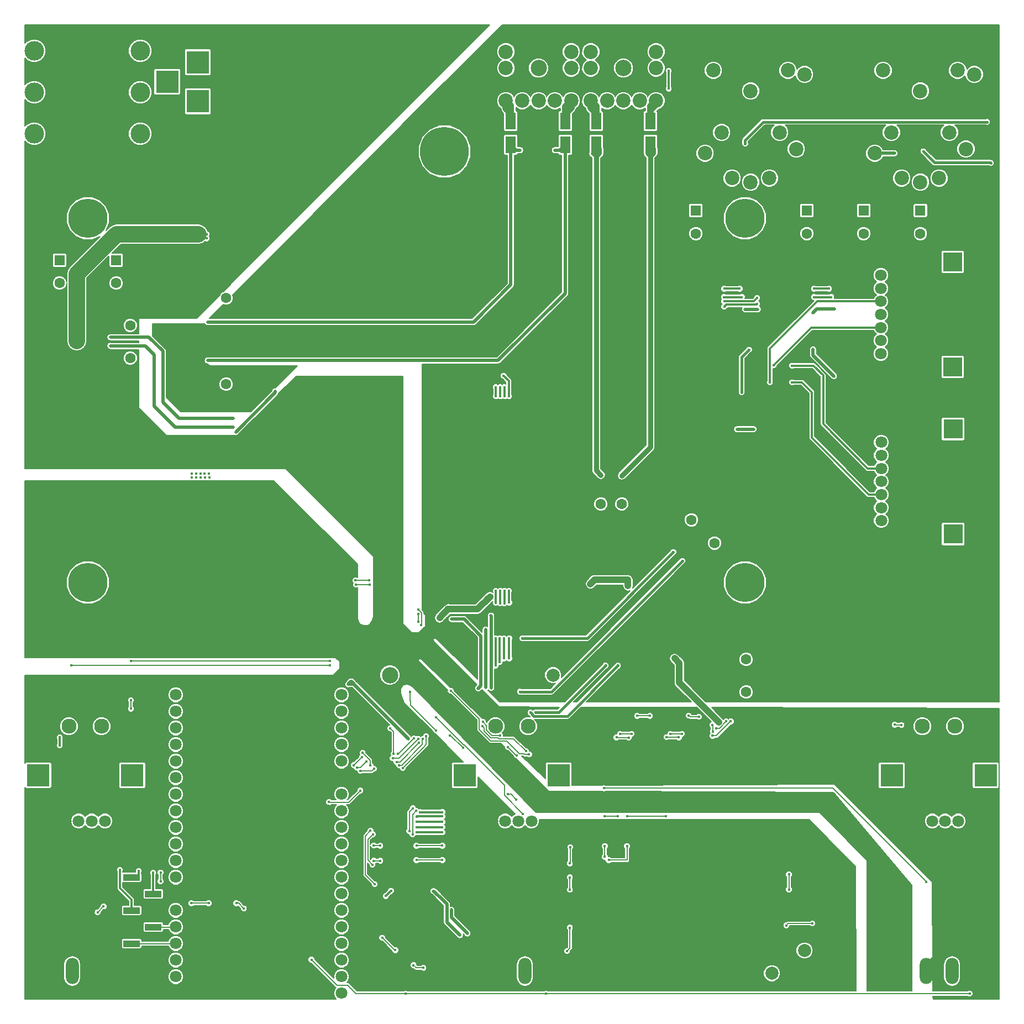
<source format=gbr>
G04 #@! TF.FileFunction,Copper,L2,Bot,Signal*
%FSLAX46Y46*%
G04 Gerber Fmt 4.6, Leading zero omitted, Abs format (unit mm)*
G04 Created by KiCad (PCBNEW 4.0.7) date 04/23/18 15:57:53*
%MOMM*%
%LPD*%
G01*
G04 APERTURE LIST*
%ADD10C,0.100000*%
%ADD11R,1.600000X1.600000*%
%ADD12C,1.600000*%
%ADD13R,1.600000X2.600000*%
%ADD14C,6.000000*%
%ADD15C,7.500000*%
%ADD16C,2.000000*%
%ADD17R,3.500000X3.500000*%
%ADD18R,2.510000X1.000000*%
%ADD19C,1.800000*%
%ADD20R,3.000000X3.000000*%
%ADD21C,2.300000*%
%ADD22O,2.000000X4.000000*%
%ADD23R,4.500000X2.950000*%
%ADD24C,0.600000*%
%ADD25C,2.500000*%
%ADD26C,2.200000*%
%ADD27C,3.000000*%
%ADD28C,0.452400*%
%ADD29C,0.400000*%
%ADD30C,0.800000*%
%ADD31C,0.154200*%
%ADD32C,2.500000*%
%ADD33C,0.500000*%
%ADD34C,1.000000*%
%ADD35C,0.300000*%
%ADD36C,0.200000*%
G04 APERTURE END LIST*
D10*
D11*
X121650000Y-57450000D03*
D12*
X121650000Y-60950000D03*
D11*
X138650000Y-57450000D03*
D12*
X138650000Y-60950000D03*
X124511827Y-108363908D03*
X120976293Y-104828374D03*
D11*
X147350000Y-57450000D03*
D12*
X147350000Y-60950000D03*
D11*
X156050000Y-57450000D03*
D12*
X156050000Y-60950000D03*
X129377549Y-131212347D03*
X129377549Y-126212347D03*
X115300000Y-102400000D03*
X110300000Y-102400000D03*
D13*
X114700000Y-43750000D03*
X114700000Y-47350000D03*
X106400000Y-43750000D03*
X106400000Y-47350000D03*
D12*
X107100000Y-102400000D03*
X102100000Y-102400000D03*
D11*
X24150000Y-65050000D03*
D12*
X24150000Y-68550000D03*
X35000000Y-80034316D03*
X35000000Y-75034316D03*
D11*
X32850000Y-65050000D03*
D12*
X32850000Y-68550000D03*
D13*
X101650000Y-43750000D03*
X101650000Y-47350000D03*
D12*
X49700000Y-84050000D03*
X49700000Y-79050000D03*
X49700000Y-75850000D03*
X49700000Y-70850000D03*
D13*
X93300000Y-43750000D03*
X93300000Y-47350000D03*
D14*
X28500000Y-58600000D03*
X129200000Y-58600000D03*
D15*
X83150000Y-48400000D03*
D14*
X129200000Y-114400000D03*
X28500000Y-114400000D03*
D16*
X138300000Y-170800000D03*
X133300000Y-174300000D03*
D17*
X45350000Y-40700000D03*
X45350000Y-34700000D03*
X40650000Y-37700000D03*
D18*
X35195000Y-169760000D03*
X35195000Y-164680000D03*
X35195000Y-159600000D03*
X38505000Y-172300000D03*
X38505000Y-167220000D03*
X38505000Y-162140000D03*
D19*
X150000000Y-73350000D03*
X150000000Y-75350000D03*
X150000000Y-77350000D03*
X150000000Y-79350000D03*
X150000000Y-71350000D03*
X150000000Y-69350000D03*
X150000000Y-67350000D03*
D20*
X161000000Y-65300000D03*
X161000000Y-81400000D03*
D19*
X150050000Y-98950000D03*
X150050000Y-100950000D03*
X150050000Y-102950000D03*
X150050000Y-104950000D03*
X150050000Y-96950000D03*
X150050000Y-94950000D03*
X150050000Y-92950000D03*
D20*
X161050000Y-90900000D03*
X161050000Y-107000000D03*
D17*
X20900000Y-143950000D03*
X35300000Y-143950000D03*
D19*
X25100000Y-150950000D03*
X27100000Y-150950000D03*
X29100000Y-150950000D03*
X31100000Y-150950000D03*
D21*
X30600000Y-136450000D03*
X25600000Y-136450000D03*
X28100000Y-136450000D03*
D17*
X86250000Y-143950000D03*
X100650000Y-143950000D03*
D19*
X90450000Y-150950000D03*
X92450000Y-150950000D03*
X94450000Y-150950000D03*
X96450000Y-150950000D03*
D21*
X95950000Y-136450000D03*
X90950000Y-136450000D03*
X93450000Y-136450000D03*
D17*
X151650000Y-143950000D03*
X166050000Y-143950000D03*
D19*
X155850000Y-150950000D03*
X157850000Y-150950000D03*
X159850000Y-150950000D03*
X161850000Y-150950000D03*
D21*
X161350000Y-136450000D03*
X156350000Y-136450000D03*
X158850000Y-136450000D03*
D22*
X26100000Y-173950000D03*
X30100000Y-173950000D03*
X95450000Y-173950000D03*
X91450000Y-173950000D03*
X160900000Y-173950000D03*
X156900000Y-173950000D03*
D23*
X45250000Y-111800000D03*
D24*
X47050000Y-111200000D03*
X45850000Y-111200000D03*
X45850000Y-112400000D03*
X47050000Y-112400000D03*
X43450000Y-111200000D03*
X44550000Y-111200000D03*
X44550000Y-112400000D03*
X43450000Y-112400000D03*
D19*
X67350000Y-177360000D03*
X67350000Y-174820000D03*
X67350000Y-172280000D03*
X67350000Y-169740000D03*
X67350000Y-167200000D03*
X67350000Y-164660000D03*
X67350000Y-162120000D03*
X67350000Y-159580000D03*
X67350000Y-157040000D03*
X67350000Y-154500000D03*
X67350000Y-151960000D03*
X67350000Y-149420000D03*
X67350000Y-146880000D03*
X67350000Y-144340000D03*
X67350000Y-141800000D03*
X67350000Y-139260000D03*
X67350000Y-136720000D03*
X67350000Y-134180000D03*
X67350000Y-131640000D03*
X41950000Y-131640000D03*
X41950000Y-134180000D03*
X41950000Y-136720000D03*
X41950000Y-139260000D03*
X41950000Y-141800000D03*
X41950000Y-144340000D03*
X41950000Y-146880000D03*
X41950000Y-149420000D03*
X41950000Y-151960000D03*
X41950000Y-154500000D03*
X41950000Y-157040000D03*
X41950000Y-159580000D03*
X41950000Y-162120000D03*
X41950000Y-164660000D03*
X41950000Y-167200000D03*
X41950000Y-169740000D03*
X41950000Y-172280000D03*
X41950000Y-174820000D03*
X41950000Y-177360000D03*
D25*
X74775000Y-128600000D03*
D16*
X99775000Y-128600000D03*
D26*
X135765000Y-35950000D03*
X124335000Y-35950000D03*
X138305000Y-36585000D03*
X130050000Y-39125000D03*
X134495000Y-45475000D03*
X125605000Y-45475000D03*
X137035000Y-48015000D03*
X123065000Y-48650000D03*
X130050000Y-53095000D03*
X132907500Y-52460000D03*
X127192500Y-52460000D03*
X161765000Y-35950000D03*
X150335000Y-35950000D03*
X164305000Y-36585000D03*
X156050000Y-39125000D03*
X160495000Y-45475000D03*
X151605000Y-45475000D03*
X163035000Y-48015000D03*
X149065000Y-48650000D03*
X156050000Y-53095000D03*
X158907500Y-52460000D03*
X153192500Y-52460000D03*
X110550000Y-40600000D03*
X105550000Y-33100000D03*
X105550000Y-35600000D03*
X115550000Y-33100000D03*
X115550000Y-35600000D03*
D25*
X110550000Y-35600000D03*
D26*
X115550000Y-40600000D03*
X105550000Y-40600000D03*
X113050000Y-40600000D03*
X108050000Y-40600000D03*
X97550000Y-40600000D03*
X92550000Y-33100000D03*
X92550000Y-35600000D03*
X102550000Y-33100000D03*
X102550000Y-35600000D03*
D25*
X97550000Y-35600000D03*
D26*
X102550000Y-40600000D03*
X92550000Y-40600000D03*
X100050000Y-40600000D03*
X95050000Y-40600000D03*
D27*
X36515000Y-32950000D03*
X36515000Y-39300000D03*
X36515000Y-45650000D03*
X20285000Y-32950000D03*
X20285000Y-39300000D03*
X20285000Y-45650000D03*
D28*
X119600000Y-111100000D03*
X94700000Y-131150000D03*
X118200000Y-109750000D03*
X95050000Y-122950000D03*
X118200000Y-153000000D03*
X110600000Y-152900000D03*
X163200000Y-157050000D03*
X98050000Y-52050000D03*
X98850000Y-52050000D03*
X99650000Y-52050000D03*
X100450000Y-52050000D03*
X103100000Y-52050000D03*
X103900000Y-52050000D03*
X104900000Y-52050000D03*
X108750000Y-104800000D03*
X129550000Y-166400000D03*
X129550000Y-167050000D03*
X129550000Y-167600000D03*
X136650000Y-167700000D03*
X136200000Y-167200000D03*
X135750000Y-167650000D03*
X129150000Y-170100000D03*
X61550000Y-152200000D03*
X61600000Y-153050000D03*
X60500000Y-151700000D03*
X98850000Y-164600000D03*
X98850000Y-163950000D03*
X98850000Y-163300000D03*
X98850000Y-162650000D03*
X83150000Y-141200000D03*
X103600000Y-145150000D03*
X103750000Y-141250000D03*
X80500000Y-169900000D03*
X141250000Y-67550000D03*
X127450000Y-67500000D03*
X43450000Y-78250000D03*
X43450000Y-77600000D03*
X43450000Y-76850000D03*
X42100000Y-79350000D03*
X42950000Y-79350000D03*
X42950000Y-79950000D03*
X42050000Y-79950000D03*
X28550000Y-132200000D03*
X27600000Y-132150000D03*
X38350000Y-147000000D03*
X36150000Y-147350000D03*
X32750000Y-162600000D03*
X30000000Y-168050000D03*
X87600000Y-163450000D03*
X87100000Y-162900000D03*
X86250000Y-162900000D03*
X85550000Y-162900000D03*
X84850000Y-163100000D03*
X84700000Y-164100000D03*
X82850000Y-164650000D03*
X82550000Y-163700000D03*
X81900000Y-163700000D03*
X77200000Y-162750000D03*
X76700000Y-163150000D03*
X77850000Y-162800000D03*
X80290000Y-171700000D03*
X79410000Y-171700000D03*
X73000000Y-172650000D03*
X70200000Y-174850000D03*
X70800000Y-174850000D03*
X69600000Y-174850000D03*
X75450000Y-175150000D03*
X76100000Y-174850000D03*
X75000000Y-175900000D03*
X81950000Y-176300000D03*
X81350000Y-176250000D03*
X80700000Y-176250000D03*
X102650000Y-171700000D03*
X126050000Y-172000000D03*
X127950000Y-172000000D03*
X136550000Y-154950000D03*
X135250000Y-154950000D03*
X135900000Y-154950000D03*
X136950000Y-156750000D03*
X141300000Y-156450000D03*
X142300000Y-160450000D03*
X141250000Y-161300000D03*
X141850000Y-166500000D03*
X142550000Y-166500000D03*
X142550000Y-165850000D03*
X142550000Y-165200000D03*
X141150000Y-166450000D03*
X143700000Y-167200000D03*
X143050000Y-167200000D03*
X160850000Y-164050000D03*
X75400000Y-121800000D03*
X97400000Y-61050000D03*
X96450000Y-60100000D03*
X137100000Y-88800000D03*
X137100000Y-88200000D03*
X137100000Y-87600000D03*
X136050000Y-88800000D03*
X109200000Y-52050000D03*
X109850000Y-52050000D03*
X108500000Y-52050000D03*
X96450000Y-61050000D03*
X60050000Y-171100000D03*
X59250000Y-171100000D03*
X58450000Y-171100000D03*
X57650000Y-171100000D03*
X56850000Y-171100000D03*
X56050000Y-171100000D03*
X55250000Y-171100000D03*
X54450000Y-171100000D03*
X53650000Y-171100000D03*
X53000000Y-171100000D03*
X52200000Y-171100000D03*
X51400000Y-171100000D03*
X50600000Y-171100000D03*
X49800000Y-171100000D03*
X48950000Y-171100000D03*
X48150000Y-171100000D03*
X47350000Y-171100000D03*
X49600000Y-100350000D03*
X49600000Y-101300000D03*
X49600000Y-102250000D03*
X49600000Y-103200000D03*
X49600000Y-104150000D03*
X49600000Y-105100000D03*
X49600000Y-106050000D03*
X34200000Y-123650000D03*
X35100000Y-123650000D03*
X34500000Y-122600000D03*
X35500000Y-122550000D03*
X54500000Y-119300000D03*
X54500000Y-118350000D03*
X54500000Y-117450000D03*
X54500000Y-116550000D03*
X151100000Y-173400000D03*
X151100000Y-172750000D03*
X151100000Y-172100000D03*
X151100000Y-171450000D03*
X151100000Y-170800000D03*
X50950000Y-61600000D03*
X50350000Y-61600000D03*
X50950000Y-61000000D03*
X50350000Y-61000000D03*
X49750000Y-61000000D03*
X49750000Y-61600000D03*
X49100000Y-61600000D03*
X49100000Y-61000000D03*
X75850000Y-122250000D03*
X74950000Y-121350000D03*
X150450000Y-172800000D03*
X150450000Y-171400000D03*
X150450000Y-172100000D03*
X131830000Y-170270000D03*
X132670000Y-170270000D03*
X132670000Y-169330000D03*
X131830000Y-169330000D03*
X92050000Y-166000000D03*
X92050000Y-165200000D03*
X97450000Y-43750000D03*
X142900000Y-72500000D03*
X139600000Y-73100000D03*
X129200000Y-72550000D03*
X131150000Y-72550000D03*
X109700000Y-127150000D03*
X96300000Y-134350000D03*
X110300000Y-98050000D03*
X107100000Y-97950000D03*
X107800000Y-127150000D03*
X97100000Y-134300000D03*
X46850000Y-80400000D03*
X100050000Y-48200000D03*
X46850000Y-74500000D03*
X94750000Y-48200000D03*
X130500000Y-90950000D03*
X127950000Y-90950000D03*
X51150000Y-91350000D03*
X57200000Y-85150000D03*
X124400000Y-135050000D03*
X125150000Y-135800000D03*
X118400000Y-126050000D03*
X111250000Y-114950000D03*
X105500000Y-114650000D03*
X89650000Y-117050000D03*
X82750000Y-119500000D03*
X82400000Y-119850000D03*
X124400000Y-135050000D03*
X119100000Y-126800000D03*
X111250000Y-114050000D03*
X106200000Y-114000000D03*
X90100000Y-116600000D03*
X84200000Y-164550000D03*
X85750000Y-167250000D03*
X86200000Y-167700000D03*
X86650000Y-168200000D03*
X68400000Y-130000000D03*
X68900000Y-129600000D03*
X69300000Y-130050000D03*
X77600000Y-138350000D03*
X77150000Y-137900000D03*
X76650000Y-137400000D03*
X26800000Y-77400000D03*
X26800000Y-76750000D03*
X26800000Y-76150000D03*
X26800000Y-75550000D03*
X27550000Y-74850000D03*
X26050000Y-74850000D03*
X47050000Y-97700000D03*
X46400000Y-97700000D03*
X45750000Y-97700000D03*
X45100000Y-97700000D03*
X44450000Y-97700000D03*
X47100000Y-98350000D03*
X46450000Y-98350000D03*
X45750000Y-98350000D03*
X45100000Y-98350000D03*
X44450000Y-98350000D03*
X26800000Y-74850000D03*
X44750000Y-61650000D03*
X45400000Y-61650000D03*
X46050000Y-61700000D03*
X46700000Y-61700000D03*
X46700000Y-61050000D03*
X46050000Y-61050000D03*
X45400000Y-61050000D03*
X44750000Y-61000000D03*
X74150000Y-162450000D03*
X74950000Y-161650000D03*
X79400000Y-149600000D03*
X82800000Y-149600000D03*
X117500000Y-36000000D03*
X117500000Y-38750000D03*
X163600000Y-177400000D03*
X98700000Y-177400000D03*
X77200000Y-177400000D03*
X62750000Y-172200000D03*
X79850000Y-138400000D03*
X76200000Y-142400000D03*
X71800000Y-142450000D03*
X70600000Y-140500000D03*
X38500000Y-158900000D03*
X92850000Y-139650000D03*
X94200000Y-140900000D03*
X89000000Y-135750000D03*
X91650000Y-137850000D03*
X110050000Y-137600000D03*
X111800000Y-137600000D03*
X117750000Y-137600000D03*
X119500000Y-137600000D03*
X124800000Y-136750000D03*
X126300000Y-135700000D03*
X152100000Y-136200000D03*
X153150000Y-136250000D03*
X25950000Y-127100000D03*
X65600000Y-127100000D03*
X69550000Y-114750000D03*
X71650000Y-114750000D03*
X79100000Y-119250000D03*
X79100000Y-120450000D03*
X33400000Y-158450000D03*
X24200000Y-139400000D03*
X24200000Y-138150000D03*
X96100000Y-140750000D03*
X109500000Y-138150000D03*
X111350000Y-138200000D03*
X117150000Y-138100000D03*
X119050000Y-138150000D03*
X124200000Y-137900000D03*
X127000000Y-135700000D03*
X84100000Y-131000000D03*
X79550000Y-120900000D03*
X79150000Y-118600000D03*
X71600000Y-114100000D03*
X69500000Y-114100000D03*
X35100000Y-126450000D03*
X65600000Y-126450000D03*
X35100000Y-133750000D03*
X35100000Y-132450000D03*
X36300000Y-158600000D03*
X94150000Y-147650000D03*
X92850000Y-146850000D03*
X85950000Y-139750000D03*
X83950000Y-137850000D03*
X107550000Y-145950000D03*
X156900000Y-160300000D03*
X95600000Y-140250000D03*
X88950000Y-136400000D03*
X76750000Y-142850000D03*
X72350000Y-142950000D03*
X70250000Y-143300000D03*
X70250000Y-146300000D03*
X65450000Y-148050000D03*
X52400000Y-164350000D03*
X51250000Y-163550000D03*
X47000000Y-163550000D03*
X44350000Y-163550000D03*
X30900000Y-164050000D03*
X30000000Y-164950000D03*
X80300000Y-137950000D03*
X81800000Y-135050000D03*
X95150000Y-149850000D03*
X101900000Y-170900000D03*
X102350000Y-167300000D03*
X102350000Y-161500000D03*
X102350000Y-159600000D03*
X102350000Y-157450000D03*
X102400000Y-154950000D03*
X112650000Y-134850000D03*
X114600000Y-134850000D03*
X120550000Y-134800000D03*
X122100000Y-135000000D03*
X124200000Y-136250000D03*
X124250000Y-137250000D03*
X135900000Y-159150000D03*
X135900000Y-161450000D03*
X135500000Y-166950000D03*
X139500000Y-166650000D03*
X72100000Y-157650000D03*
X78450000Y-138300000D03*
X76000000Y-140700000D03*
X78800000Y-149400000D03*
X78250000Y-153000000D03*
X72150000Y-153000000D03*
X84600000Y-167550000D03*
X82500000Y-162700000D03*
X81950000Y-162150000D03*
X85500000Y-168450000D03*
X85100000Y-168050000D03*
X81450000Y-161700000D03*
X77900000Y-131150000D03*
X81850000Y-137100000D03*
X79250000Y-139000000D03*
X75800000Y-141900000D03*
X71200000Y-141850000D03*
X69750000Y-142800000D03*
X69250000Y-142400000D03*
X70500000Y-141150000D03*
X75200000Y-141350000D03*
X79100000Y-138350000D03*
X133000000Y-83750000D03*
X166250000Y-43850000D03*
X129200000Y-47150000D03*
X133550000Y-81150000D03*
X129800000Y-78750000D03*
X128650000Y-85300000D03*
X107700000Y-150200000D03*
X109700000Y-150200000D03*
X78850000Y-154750000D03*
X82800000Y-154750000D03*
X107700000Y-156450000D03*
X107700000Y-154800000D03*
X72300000Y-154700000D03*
X73300000Y-154750000D03*
X142800000Y-82800000D03*
X139600000Y-78700000D03*
X136400000Y-81200000D03*
X166850000Y-50150000D03*
X156500000Y-48350000D03*
X136400000Y-83750000D03*
X111100000Y-154800000D03*
X111100000Y-150200000D03*
X117100000Y-150200000D03*
X108300000Y-156950000D03*
X78850000Y-156950000D03*
X82800000Y-156950000D03*
X72300000Y-157050000D03*
X73300000Y-157050000D03*
X84222703Y-120027297D03*
X88300000Y-130650000D03*
X50800000Y-90601200D03*
X31950000Y-78160514D03*
X50800000Y-89298800D03*
X31950000Y-76858114D03*
X89450000Y-121650000D03*
X89450000Y-130500000D03*
X90250000Y-119500000D03*
X90300000Y-130550000D03*
X78850000Y-150300000D03*
X82800000Y-150250000D03*
X82800000Y-151900000D03*
X78850000Y-151900000D03*
X82800000Y-151100000D03*
X78850000Y-151100000D03*
X82800000Y-152700000D03*
X78850000Y-152700000D03*
X39650000Y-158850000D03*
X39650000Y-160200000D03*
X126000000Y-69400000D03*
X91000000Y-85900000D03*
X91000000Y-84500000D03*
X90950000Y-122950000D03*
X91000000Y-117550000D03*
X91000000Y-115700000D03*
X90950000Y-127150000D03*
X128350000Y-69400000D03*
X125950000Y-70700000D03*
X91700000Y-85900000D03*
X91650000Y-84500000D03*
X91650000Y-117600000D03*
X91700000Y-115700000D03*
X91600000Y-122950000D03*
X91600000Y-126600000D03*
X128700000Y-70700000D03*
X92200000Y-82750000D03*
X131050000Y-70800000D03*
X126000000Y-71350000D03*
X139750000Y-69400000D03*
X93000000Y-85900000D03*
X93050000Y-117500000D03*
X93000000Y-115700000D03*
X93050000Y-122950000D03*
X93050000Y-126050000D03*
X142050000Y-69400000D03*
X131050000Y-71750000D03*
X126000000Y-72150000D03*
X139750000Y-70700000D03*
X92350000Y-85900000D03*
X92300000Y-84500000D03*
X92300000Y-117600000D03*
X92350000Y-115700000D03*
X92250000Y-122950000D03*
X92250000Y-126050000D03*
X142400000Y-70700000D03*
X79900000Y-173450000D03*
X78400000Y-173050000D03*
X74800000Y-136750000D03*
X75350000Y-140650000D03*
X78300000Y-149000000D03*
X77750000Y-152500000D03*
X71800000Y-152450000D03*
X72450000Y-160650000D03*
X73600000Y-168850000D03*
X75600000Y-170750000D03*
X152100000Y-48650000D03*
D29*
X119600000Y-111100000D02*
X99550000Y-131150000D01*
X99550000Y-131150000D02*
X94700000Y-131150000D01*
X118200000Y-109750000D02*
X105000000Y-122950000D01*
X105000000Y-122950000D02*
X95050000Y-122950000D01*
X136650000Y-167700000D02*
X135800000Y-167700000D01*
X135800000Y-167700000D02*
X135750000Y-167650000D01*
X136200000Y-167200000D02*
X136200000Y-167250000D01*
X136200000Y-167250000D02*
X136650000Y-167700000D01*
X136200000Y-167200000D02*
X135750000Y-167650000D01*
X80290000Y-171700000D02*
X80300000Y-171700000D01*
X79410000Y-171700000D02*
X79400000Y-171700000D01*
D30*
X156900000Y-173950000D02*
X156900000Y-173150000D01*
X156900000Y-173150000D02*
X158800000Y-171250000D01*
D31*
X74950000Y-121350000D02*
X75400000Y-121800000D01*
D29*
X115850000Y-101850000D02*
X115300000Y-102400000D01*
D30*
X34650000Y-123200000D02*
X34200000Y-123650000D01*
X34200000Y-123650000D02*
X34650000Y-123650000D01*
X35100000Y-123650000D02*
X34650000Y-123200000D01*
X34650000Y-123200000D02*
X35150000Y-123700000D01*
X35150000Y-123700000D02*
X34650000Y-123700000D01*
X34500000Y-122600000D02*
X34550000Y-122550000D01*
X34550000Y-122550000D02*
X34650000Y-122550000D01*
X35500000Y-122550000D02*
X34650000Y-122550000D01*
X34650000Y-122550000D02*
X35450000Y-122550000D01*
X35450000Y-122550000D02*
X34650000Y-122550000D01*
D32*
X34650000Y-123650000D02*
X34650000Y-122550000D01*
X34650000Y-122550000D02*
X34650000Y-123700000D01*
X34650000Y-123700000D02*
X34650000Y-123150000D01*
X54850000Y-117250000D02*
X54850000Y-118500000D01*
X54850000Y-118500000D02*
X54850000Y-117250000D01*
D33*
X151100000Y-172750000D02*
X151100000Y-173400000D01*
X151100000Y-172100000D02*
X151100000Y-172150000D01*
X151100000Y-172150000D02*
X150450000Y-172800000D01*
X150450000Y-172100000D02*
X151100000Y-172100000D01*
X151100000Y-171450000D02*
X150450000Y-172100000D01*
X150450000Y-171400000D02*
X150450000Y-172800000D01*
X150450000Y-172800000D02*
X151050000Y-173400000D01*
X151050000Y-173400000D02*
X151050000Y-172800000D01*
X151050000Y-172800000D02*
X151100000Y-172750000D01*
X151100000Y-172750000D02*
X151100000Y-171450000D01*
X151100000Y-171450000D02*
X151100000Y-170800000D01*
X151100000Y-170800000D02*
X150500000Y-171400000D01*
X150500000Y-171400000D02*
X151050000Y-171400000D01*
X151050000Y-171400000D02*
X151100000Y-171450000D01*
D34*
X49100000Y-61000000D02*
X49100000Y-61600000D01*
X49100000Y-61600000D02*
X50050000Y-61600000D01*
X50050000Y-61600000D02*
X50950000Y-61600000D01*
X49100000Y-61000000D02*
X50950000Y-61000000D01*
D33*
X75400000Y-121800000D02*
X75850000Y-122250000D01*
X74950000Y-121350000D02*
X75400000Y-121800000D01*
D29*
X131830000Y-170270000D02*
X131850000Y-170250000D01*
X132670000Y-170270000D02*
X132650000Y-170250000D01*
X132670000Y-169330000D02*
X132650000Y-169350000D01*
X131830000Y-169330000D02*
X131850000Y-169350000D01*
D33*
X142900000Y-72500000D02*
X140200000Y-72500000D01*
X140200000Y-72500000D02*
X139600000Y-73100000D01*
X129200000Y-72550000D02*
X131150000Y-72550000D01*
D29*
X109700000Y-127150000D02*
X101950000Y-134900000D01*
X101950000Y-134900000D02*
X96850000Y-134900000D01*
X96850000Y-134900000D02*
X96300000Y-134350000D01*
D34*
X114700000Y-42050000D02*
X114700000Y-41450000D01*
X114700000Y-41450000D02*
X115550000Y-40600000D01*
X114700000Y-43750000D02*
X114700000Y-42050000D01*
X114700000Y-42050000D02*
X115550000Y-41200000D01*
X115550000Y-41200000D02*
X115550000Y-40600000D01*
D33*
X114700000Y-49300000D02*
X115300000Y-48700000D01*
X115300000Y-48700000D02*
X115300000Y-47950000D01*
X115300000Y-47950000D02*
X114700000Y-47350000D01*
X114700000Y-47350000D02*
X114700000Y-48150000D01*
X114700000Y-48150000D02*
X114150000Y-48700000D01*
X114150000Y-48700000D02*
X114150000Y-48750000D01*
X114150000Y-48750000D02*
X114700000Y-49300000D01*
D30*
X114700000Y-47350000D02*
X114700000Y-49300000D01*
X114700000Y-49300000D02*
X114700000Y-93650000D01*
X114700000Y-93650000D02*
X110300000Y-98050000D01*
D34*
X106400000Y-43750000D02*
X106400000Y-41450000D01*
X106400000Y-41450000D02*
X105550000Y-40600000D01*
X105550000Y-40600000D02*
X105550000Y-41700000D01*
X105550000Y-41700000D02*
X106400000Y-42550000D01*
X106400000Y-42550000D02*
X106400000Y-43750000D01*
D33*
X106400000Y-49300000D02*
X106450000Y-49300000D01*
X106450000Y-49300000D02*
X107000000Y-48750000D01*
X107000000Y-48750000D02*
X107000000Y-47950000D01*
X107000000Y-47950000D02*
X106400000Y-47350000D01*
X106400000Y-47350000D02*
X106400000Y-48150000D01*
X106400000Y-48150000D02*
X105800000Y-48750000D01*
X105800000Y-48750000D02*
X105850000Y-48750000D01*
X105850000Y-48750000D02*
X106400000Y-49300000D01*
D30*
X106400000Y-47350000D02*
X106400000Y-49300000D01*
X106400000Y-49300000D02*
X106400000Y-97250000D01*
X106400000Y-97250000D02*
X107100000Y-97950000D01*
D29*
X107800000Y-127150000D02*
X100650000Y-134300000D01*
X100650000Y-134300000D02*
X97100000Y-134300000D01*
D34*
X101650000Y-43750000D02*
X101650000Y-41500000D01*
X101650000Y-41500000D02*
X102550000Y-40600000D01*
X102550000Y-40600000D02*
X102550000Y-41700000D01*
X102550000Y-41700000D02*
X101650000Y-42600000D01*
X101650000Y-42600000D02*
X101650000Y-43750000D01*
D33*
X101650000Y-47350000D02*
X101650000Y-70100000D01*
X101650000Y-70100000D02*
X91350000Y-80400000D01*
X91350000Y-80400000D02*
X46850000Y-80400000D01*
X100050000Y-48200000D02*
X100800000Y-48200000D01*
X100800000Y-48200000D02*
X101650000Y-47350000D01*
D34*
X93300000Y-43750000D02*
X93300000Y-41350000D01*
X93300000Y-41350000D02*
X92550000Y-40600000D01*
X92550000Y-40600000D02*
X92550000Y-41800000D01*
X92550000Y-41800000D02*
X93300000Y-42550000D01*
X93300000Y-42550000D02*
X93300000Y-43750000D01*
D33*
X93300000Y-47350000D02*
X93300000Y-68800000D01*
X93300000Y-68800000D02*
X87600000Y-74500000D01*
X87600000Y-74500000D02*
X46850000Y-74500000D01*
X94750000Y-48200000D02*
X94150000Y-48200000D01*
X94150000Y-48200000D02*
X93300000Y-47350000D01*
X130500000Y-90950000D02*
X127950000Y-90950000D01*
X51150000Y-91350000D02*
X57200000Y-85300000D01*
X57200000Y-85300000D02*
X57200000Y-85150000D01*
D34*
X124400000Y-135050000D02*
X125150000Y-135800000D01*
X119100000Y-126800000D02*
X119100000Y-126750000D01*
X119100000Y-126750000D02*
X118400000Y-126050000D01*
X111250000Y-114050000D02*
X111250000Y-114950000D01*
X106200000Y-114000000D02*
X106150000Y-114000000D01*
X106150000Y-114000000D02*
X105500000Y-114650000D01*
X90100000Y-116600000D02*
X89650000Y-117050000D01*
D33*
X82750000Y-119500000D02*
X82725000Y-119475000D01*
X82725000Y-119475000D02*
X82750000Y-119500000D01*
X82750000Y-119500000D02*
X82750000Y-119450000D01*
D34*
X83650000Y-118500000D02*
X83650000Y-118550000D01*
X83650000Y-118550000D02*
X82750000Y-119450000D01*
X82750000Y-119450000D02*
X82400000Y-119800000D01*
X82400000Y-119800000D02*
X82400000Y-119850000D01*
X124400000Y-135050000D02*
X119100000Y-129750000D01*
X119100000Y-129750000D02*
X119100000Y-126800000D01*
X111250000Y-114050000D02*
X111200000Y-114000000D01*
X111200000Y-114000000D02*
X106200000Y-114000000D01*
X90100000Y-116600000D02*
X88200000Y-118500000D01*
X88200000Y-118500000D02*
X83650000Y-118500000D01*
X83650000Y-118500000D02*
X83800000Y-118500000D01*
X83800000Y-118500000D02*
X83750000Y-118450000D01*
D33*
X86650000Y-168200000D02*
X86650000Y-168150000D01*
X86650000Y-168150000D02*
X84200000Y-165700000D01*
X84200000Y-165700000D02*
X84200000Y-164550000D01*
D29*
X68400000Y-130000000D02*
X69250000Y-130000000D01*
X69250000Y-130000000D02*
X69300000Y-130050000D01*
D33*
X68900000Y-129600000D02*
X68800000Y-129600000D01*
X68800000Y-129600000D02*
X68400000Y-130000000D01*
X69300000Y-130050000D02*
X69300000Y-130000000D01*
X69300000Y-130000000D02*
X68900000Y-129600000D01*
X77600000Y-138350000D02*
X69300000Y-130050000D01*
D31*
X26800000Y-76750000D02*
X26800000Y-77400000D01*
X26800000Y-77400000D02*
X26800000Y-76750000D01*
D32*
X26800000Y-77400000D02*
X26800000Y-76750000D01*
D31*
X26800000Y-76750000D02*
X26800000Y-76150000D01*
X26800000Y-76150000D02*
X26800000Y-76750000D01*
X26800000Y-76150000D02*
X26800000Y-75550000D01*
X26800000Y-75550000D02*
X26800000Y-76150000D01*
X27550000Y-74850000D02*
X26800000Y-74850000D01*
X26800000Y-74850000D02*
X27550000Y-74850000D01*
X27550000Y-74850000D02*
X26800000Y-74850000D01*
X26800000Y-74850000D02*
X26050000Y-74850000D01*
D32*
X26800000Y-74850000D02*
X26800000Y-77400000D01*
X26800000Y-76750000D02*
X26800000Y-76150000D01*
X26800000Y-76150000D02*
X26800000Y-75550000D01*
X26800000Y-75550000D02*
X26800000Y-74850000D01*
X26800000Y-74850000D02*
X26800000Y-77250000D01*
X45400000Y-61050000D02*
X32900000Y-61050000D01*
X32900000Y-61050000D02*
X26800000Y-67150000D01*
X26800000Y-67150000D02*
X26800000Y-74850000D01*
D35*
X74150000Y-162450000D02*
X74950000Y-161650000D01*
X79400000Y-149600000D02*
X82800000Y-149600000D01*
X117500000Y-36000000D02*
X117500000Y-38750000D01*
D36*
X98700000Y-177400000D02*
X163600000Y-177400000D01*
X77200000Y-177400000D02*
X98700000Y-177400000D01*
X77200000Y-177400000D02*
X69600000Y-177400000D01*
X69600000Y-177400000D02*
X68300000Y-176100000D01*
X68300000Y-176100000D02*
X66650000Y-176100000D01*
X66650000Y-176100000D02*
X62750000Y-172200000D01*
D31*
X79850000Y-138400000D02*
X79750000Y-138500000D01*
X79750000Y-138500000D02*
X79750000Y-139200000D01*
X79750000Y-139200000D02*
X76550000Y-142400000D01*
X76550000Y-142400000D02*
X76200000Y-142400000D01*
X71800000Y-142450000D02*
X71750000Y-142400000D01*
X71750000Y-142400000D02*
X71750000Y-141650000D01*
X71750000Y-141650000D02*
X70600000Y-140500000D01*
D35*
X38505000Y-162140000D02*
X38505000Y-158905000D01*
X38505000Y-158905000D02*
X38500000Y-158900000D01*
D31*
X92850000Y-139650000D02*
X94100000Y-140900000D01*
X94100000Y-140900000D02*
X94200000Y-140900000D01*
X89000000Y-135750000D02*
X89550000Y-136300000D01*
X89550000Y-136300000D02*
X89550000Y-137050000D01*
X89550000Y-137050000D02*
X90350000Y-137850000D01*
X90350000Y-137850000D02*
X91650000Y-137850000D01*
X110050000Y-137600000D02*
X111800000Y-137600000D01*
X117750000Y-137600000D02*
X119500000Y-137600000D01*
X124800000Y-136750000D02*
X125200000Y-136750000D01*
X125200000Y-136750000D02*
X125250000Y-136750000D01*
X125250000Y-136750000D02*
X126300000Y-135700000D01*
X152100000Y-136200000D02*
X152150000Y-136250000D01*
X152150000Y-136250000D02*
X153150000Y-136250000D01*
X25950000Y-127100000D02*
X36550000Y-127100000D01*
X36550000Y-127100000D02*
X65600000Y-127100000D01*
X69550000Y-114750000D02*
X71650000Y-114750000D01*
X79100000Y-119250000D02*
X79100000Y-120450000D01*
D35*
X35195000Y-164680000D02*
X35195000Y-163045000D01*
X35195000Y-163045000D02*
X33400000Y-161250000D01*
X33400000Y-161250000D02*
X33400000Y-158450000D01*
X24200000Y-139400000D02*
X24200000Y-138150000D01*
D31*
X94650000Y-140650000D02*
X95300000Y-140650000D01*
X95300000Y-140650000D02*
X95400000Y-140750000D01*
X95400000Y-140750000D02*
X96100000Y-140750000D01*
X109500000Y-138150000D02*
X109550000Y-138200000D01*
X109550000Y-138200000D02*
X111350000Y-138200000D01*
X117150000Y-138100000D02*
X117200000Y-138150000D01*
X117200000Y-138150000D02*
X119050000Y-138150000D01*
X124200000Y-137900000D02*
X124600000Y-137900000D01*
X124600000Y-137900000D02*
X124750000Y-137900000D01*
X124750000Y-137900000D02*
X124800000Y-137900000D01*
X124800000Y-137900000D02*
X127000000Y-135700000D01*
X84100000Y-131000000D02*
X88450000Y-135350000D01*
X88450000Y-135350000D02*
X88450000Y-136950000D01*
X88450000Y-136950000D02*
X90200000Y-138700000D01*
X90200000Y-138700000D02*
X92700000Y-138700000D01*
X92700000Y-138700000D02*
X94650000Y-140650000D01*
X79550000Y-120900000D02*
X79600000Y-120850000D01*
X79600000Y-120850000D02*
X79600000Y-119050000D01*
X79600000Y-119050000D02*
X79150000Y-118600000D01*
X71600000Y-114100000D02*
X69500000Y-114100000D01*
X35100000Y-126450000D02*
X65600000Y-126450000D01*
X35100000Y-133750000D02*
X35100000Y-132450000D01*
D35*
X36300000Y-158600000D02*
X36300000Y-159100000D01*
X36300000Y-159100000D02*
X35800000Y-159600000D01*
X35800000Y-159600000D02*
X35195000Y-159600000D01*
D31*
X94150000Y-147650000D02*
X93350000Y-146850000D01*
X93350000Y-146850000D02*
X92850000Y-146850000D01*
X85950000Y-139750000D02*
X84050000Y-137850000D01*
X84050000Y-137850000D02*
X83950000Y-137850000D01*
X107550000Y-145950000D02*
X141650000Y-145950000D01*
X141650000Y-145950000D02*
X142600000Y-145950000D01*
X142600000Y-145950000D02*
X156900000Y-160250000D01*
X156900000Y-160250000D02*
X156900000Y-160300000D01*
X93000000Y-138350000D02*
X93700000Y-138350000D01*
X93700000Y-138350000D02*
X95600000Y-140250000D01*
X88950000Y-136400000D02*
X89200000Y-136650000D01*
X89200000Y-136650000D02*
X89200000Y-137200000D01*
X89200000Y-137200000D02*
X90200000Y-138200000D01*
X90200000Y-138200000D02*
X91300000Y-138200000D01*
X91300000Y-138200000D02*
X91450000Y-138350000D01*
X91450000Y-138350000D02*
X93000000Y-138350000D01*
X79900000Y-139700000D02*
X76750000Y-142850000D01*
X72350000Y-142950000D02*
X72000000Y-143300000D01*
X72000000Y-143300000D02*
X70250000Y-143300000D01*
X70250000Y-146300000D02*
X68450000Y-148100000D01*
X68450000Y-148100000D02*
X65500000Y-148100000D01*
X65500000Y-148100000D02*
X65450000Y-148050000D01*
X52400000Y-164350000D02*
X51600000Y-163550000D01*
X51600000Y-163550000D02*
X51250000Y-163550000D01*
X47000000Y-163550000D02*
X44350000Y-163550000D01*
X30900000Y-164050000D02*
X30000000Y-164950000D01*
X80300000Y-137950000D02*
X80350000Y-138000000D01*
X80350000Y-138000000D02*
X80350000Y-139250000D01*
X80350000Y-139250000D02*
X79900000Y-139700000D01*
X81800000Y-135050000D02*
X86050000Y-139300000D01*
X86050000Y-139300000D02*
X86150000Y-139300000D01*
X86150000Y-139300000D02*
X92350000Y-145500000D01*
X92350000Y-145500000D02*
X92350000Y-147050000D01*
X92350000Y-147050000D02*
X95150000Y-149850000D01*
X101900000Y-170900000D02*
X102350000Y-170450000D01*
X102350000Y-170450000D02*
X102350000Y-167300000D01*
X102350000Y-161500000D02*
X102350000Y-159600000D01*
X102350000Y-157450000D02*
X102400000Y-157400000D01*
X102400000Y-157400000D02*
X102400000Y-154950000D01*
X112650000Y-134850000D02*
X114600000Y-134850000D01*
X120550000Y-134800000D02*
X120750000Y-135000000D01*
X120750000Y-135000000D02*
X122100000Y-135000000D01*
X124200000Y-136250000D02*
X124250000Y-136300000D01*
X124250000Y-136300000D02*
X124250000Y-137250000D01*
X135900000Y-159150000D02*
X135900000Y-161450000D01*
X135500000Y-166950000D02*
X135800000Y-166650000D01*
X135800000Y-166650000D02*
X139500000Y-166650000D01*
X71400000Y-153750000D02*
X71400000Y-156950000D01*
X71400000Y-156950000D02*
X72100000Y-157650000D01*
X78450000Y-138300000D02*
X76050000Y-140700000D01*
X76050000Y-140700000D02*
X76000000Y-140700000D01*
X78800000Y-149400000D02*
X78250000Y-149950000D01*
X78250000Y-149950000D02*
X78250000Y-153000000D01*
X72150000Y-153000000D02*
X71400000Y-153750000D01*
D33*
X85100000Y-168050000D02*
X85500000Y-168450000D01*
X81450000Y-161700000D02*
X81500000Y-161700000D01*
X81500000Y-161700000D02*
X81950000Y-162150000D01*
X81950000Y-162150000D02*
X82500000Y-162700000D01*
X82500000Y-162700000D02*
X83500000Y-163700000D01*
X83500000Y-163700000D02*
X83500000Y-166450000D01*
X83500000Y-166450000D02*
X84600000Y-167550000D01*
X84600000Y-167550000D02*
X85100000Y-168050000D01*
D31*
X77900000Y-131150000D02*
X77900000Y-132550000D01*
X77900000Y-132550000D02*
X77950000Y-132600000D01*
X77950000Y-132600000D02*
X77950000Y-133200000D01*
X77950000Y-133200000D02*
X81850000Y-137100000D01*
X79250000Y-139000000D02*
X76350000Y-141900000D01*
X76350000Y-141900000D02*
X75800000Y-141900000D01*
X71200000Y-141850000D02*
X70250000Y-142800000D01*
X70250000Y-142800000D02*
X69750000Y-142800000D01*
D36*
X35195000Y-169760000D02*
X41930000Y-169760000D01*
X41930000Y-169760000D02*
X41950000Y-169740000D01*
D31*
X69250000Y-142400000D02*
X70500000Y-141150000D01*
X75200000Y-141350000D02*
X76150000Y-141350000D01*
X76150000Y-141350000D02*
X79100000Y-138400000D01*
X79100000Y-138400000D02*
X79100000Y-138350000D01*
D36*
X38505000Y-167220000D02*
X41930000Y-167220000D01*
X41930000Y-167220000D02*
X41950000Y-167200000D01*
D35*
X150000000Y-71350000D02*
X140250000Y-71350000D01*
X140250000Y-71350000D02*
X133000000Y-78600000D01*
X133000000Y-78600000D02*
X133000000Y-83750000D01*
D29*
X166250000Y-43850000D02*
X157950000Y-43850000D01*
X157950000Y-43850000D02*
X132000000Y-43850000D01*
X132000000Y-43850000D02*
X129200000Y-46650000D01*
X129200000Y-46650000D02*
X129200000Y-47150000D01*
D35*
X150000000Y-75350000D02*
X139350000Y-75350000D01*
X139350000Y-75350000D02*
X133550000Y-81150000D01*
D29*
X129800000Y-78750000D02*
X128650000Y-79900000D01*
X128650000Y-79900000D02*
X128650000Y-85300000D01*
D31*
X107700000Y-150200000D02*
X109700000Y-150200000D01*
X78850000Y-154750000D02*
X82800000Y-154750000D01*
X107700000Y-156450000D02*
X107700000Y-154800000D01*
X72300000Y-154700000D02*
X72350000Y-154750000D01*
X72350000Y-154750000D02*
X73300000Y-154750000D01*
D33*
X142800000Y-82800000D02*
X139600000Y-79600000D01*
X139600000Y-79600000D02*
X139600000Y-78700000D01*
D35*
X150050000Y-96950000D02*
X147950000Y-96950000D01*
X147950000Y-96950000D02*
X141150000Y-90150000D01*
X141150000Y-90150000D02*
X141150000Y-82700000D01*
X141150000Y-82700000D02*
X139650000Y-81200000D01*
X139650000Y-81200000D02*
X136400000Y-81200000D01*
X150050000Y-96950000D02*
X149150000Y-96950000D01*
D29*
X166850000Y-50150000D02*
X166800000Y-50100000D01*
X166800000Y-50100000D02*
X158250000Y-50100000D01*
X158250000Y-50100000D02*
X156500000Y-48350000D01*
D35*
X150050000Y-100950000D02*
X148150000Y-100950000D01*
X148150000Y-100950000D02*
X139400000Y-92200000D01*
X139400000Y-92200000D02*
X139400000Y-85250000D01*
X139400000Y-85250000D02*
X137900000Y-83750000D01*
X137900000Y-83750000D02*
X136400000Y-83750000D01*
D31*
X111100000Y-156950000D02*
X111100000Y-154800000D01*
X111100000Y-150200000D02*
X117100000Y-150200000D01*
X108300000Y-156950000D02*
X111100000Y-156950000D01*
X78850000Y-156950000D02*
X82800000Y-156950000D01*
X72300000Y-157050000D02*
X73300000Y-157050000D01*
D33*
X84222703Y-120027297D02*
X86127297Y-120027297D01*
X86127297Y-120027297D02*
X88700000Y-122600000D01*
X88700000Y-122600000D02*
X88700000Y-124504594D01*
X88700000Y-124504594D02*
X88700000Y-130250000D01*
X88700000Y-130250000D02*
X88300000Y-130650000D01*
X38625000Y-87379594D02*
X41870405Y-90624999D01*
X41870405Y-90624999D02*
X50776201Y-90624999D01*
X50776201Y-90624999D02*
X50800000Y-90601200D01*
X38625000Y-79529594D02*
X38625000Y-87379594D01*
X37279719Y-78184313D02*
X38625000Y-79529594D01*
X31950000Y-78160514D02*
X31973799Y-78184313D01*
X31973799Y-78184313D02*
X37279719Y-78184313D01*
X50776201Y-89275001D02*
X50800000Y-89298800D01*
X39975000Y-86820406D02*
X42429595Y-89275001D01*
X42429595Y-89275001D02*
X50776201Y-89275001D01*
X39975000Y-78970406D02*
X39975000Y-86820406D01*
X37838909Y-76834315D02*
X39975000Y-78970406D01*
X31950000Y-76858114D02*
X31973799Y-76834315D01*
X31973799Y-76834315D02*
X37838909Y-76834315D01*
X89450000Y-121650000D02*
X89450000Y-130500000D01*
X90250000Y-119500000D02*
X90300000Y-119550000D01*
X90300000Y-119550000D02*
X90300000Y-130550000D01*
D35*
X78850000Y-150300000D02*
X78900000Y-150250000D01*
X78900000Y-150250000D02*
X82800000Y-150250000D01*
X78850000Y-151900000D02*
X82800000Y-151900000D01*
X78850000Y-151100000D02*
X82800000Y-151100000D01*
X78850000Y-152700000D02*
X82800000Y-152700000D01*
D31*
X39650000Y-158850000D02*
X39650000Y-160200000D01*
D35*
X128350000Y-69400000D02*
X126000000Y-69400000D01*
X91000000Y-85900000D02*
X91000000Y-84500000D01*
X90950000Y-127150000D02*
X90950000Y-122950000D01*
X91000000Y-117550000D02*
X91000000Y-115700000D01*
X128700000Y-70700000D02*
X125950000Y-70700000D01*
X91700000Y-85900000D02*
X91650000Y-85850000D01*
X91650000Y-85850000D02*
X91650000Y-84500000D01*
X91650000Y-117600000D02*
X91700000Y-117550000D01*
X91700000Y-117550000D02*
X91700000Y-115700000D01*
X91600000Y-126600000D02*
X91600000Y-122950000D01*
X93000000Y-85900000D02*
X93000000Y-83550000D01*
X93000000Y-83550000D02*
X92200000Y-82750000D01*
X131050000Y-70800000D02*
X130500000Y-71350000D01*
X130500000Y-71350000D02*
X126000000Y-71350000D01*
X142050000Y-69400000D02*
X139750000Y-69400000D01*
X93050000Y-117500000D02*
X93000000Y-117450000D01*
X93000000Y-117450000D02*
X93000000Y-115700000D01*
X93050000Y-126050000D02*
X93050000Y-122950000D01*
X131050000Y-71750000D02*
X130950000Y-71850000D01*
X130950000Y-71850000D02*
X126300000Y-71850000D01*
X126300000Y-71850000D02*
X126000000Y-72150000D01*
X142400000Y-70700000D02*
X139750000Y-70700000D01*
X92350000Y-85900000D02*
X92300000Y-85850000D01*
X92300000Y-85850000D02*
X92300000Y-84500000D01*
X92300000Y-117600000D02*
X92350000Y-117550000D01*
X92350000Y-117550000D02*
X92350000Y-115700000D01*
X92250000Y-126050000D02*
X92250000Y-122950000D01*
D31*
X79900000Y-173450000D02*
X78750000Y-173450000D01*
X78750000Y-173450000D02*
X78400000Y-173100000D01*
X78400000Y-173100000D02*
X78400000Y-173050000D01*
X74800000Y-136750000D02*
X75350000Y-137300000D01*
X75350000Y-137300000D02*
X75350000Y-140650000D01*
X78300000Y-149000000D02*
X77750000Y-149550000D01*
X77750000Y-149550000D02*
X77750000Y-152500000D01*
X71800000Y-152450000D02*
X71000000Y-153250000D01*
X71000000Y-153250000D02*
X71000000Y-159200000D01*
X71000000Y-159200000D02*
X72450000Y-160650000D01*
X73600000Y-168850000D02*
X75500000Y-170750000D01*
X75500000Y-170750000D02*
X75600000Y-170750000D01*
D33*
X149065000Y-48650000D02*
X152100000Y-48650000D01*
D36*
G36*
X51929289Y-67079289D02*
X51928517Y-67080071D01*
X49204642Y-69864476D01*
X49077714Y-69916922D01*
X48768009Y-70226087D01*
X48706882Y-70373298D01*
X45207934Y-73950000D01*
X36400000Y-73950000D01*
X36361094Y-73957879D01*
X36328319Y-73980273D01*
X36306839Y-74013654D01*
X36300000Y-74050000D01*
X36300000Y-76284315D01*
X31973799Y-76284315D01*
X31763323Y-76326181D01*
X31584890Y-76445406D01*
X31561091Y-76469205D01*
X31441866Y-76647638D01*
X31400000Y-76858114D01*
X31441866Y-77068590D01*
X31561091Y-77247023D01*
X31739524Y-77366248D01*
X31950000Y-77408114D01*
X32069646Y-77384315D01*
X36300000Y-77384315D01*
X36300000Y-77634313D01*
X32069646Y-77634313D01*
X31950000Y-77610514D01*
X31739524Y-77652380D01*
X31561091Y-77771605D01*
X31441866Y-77950038D01*
X31400000Y-78160514D01*
X31441866Y-78370990D01*
X31561091Y-78549423D01*
X31584890Y-78573222D01*
X31763323Y-78692447D01*
X31973799Y-78734313D01*
X36300000Y-78734313D01*
X36300000Y-87550000D01*
X36307879Y-87588906D01*
X36328443Y-87619854D01*
X40428443Y-91819854D01*
X40461257Y-91842190D01*
X40500000Y-91850000D01*
X50927351Y-91850000D01*
X50939524Y-91858134D01*
X51150000Y-91900000D01*
X51360476Y-91858134D01*
X51382499Y-91843418D01*
X51388906Y-91842121D01*
X51420711Y-91820711D01*
X51429224Y-91812198D01*
X51538909Y-91738909D01*
X57588909Y-85688909D01*
X57662198Y-85579224D01*
X60391422Y-82850000D01*
X76800000Y-82850000D01*
X76800000Y-120804321D01*
X76807879Y-120843227D01*
X76830273Y-120876002D01*
X76842354Y-120883776D01*
X78029289Y-122070711D01*
X78061094Y-122092121D01*
X78100000Y-122100000D01*
X79250000Y-122100000D01*
X79287629Y-122092650D01*
X79320711Y-122070711D01*
X80170711Y-121220711D01*
X80192121Y-121188906D01*
X80200000Y-121150000D01*
X80200000Y-119800000D01*
X81600000Y-119800000D01*
X81600000Y-119850000D01*
X81660896Y-120156147D01*
X81834315Y-120415685D01*
X82093853Y-120589104D01*
X82400000Y-120650000D01*
X82706147Y-120589104D01*
X82965685Y-120415685D01*
X83066370Y-120265000D01*
X83315686Y-120015685D01*
X83315688Y-120015682D01*
X84031371Y-119300000D01*
X88200000Y-119300000D01*
X88506147Y-119239104D01*
X88765685Y-119065685D01*
X90535948Y-117295423D01*
X90473891Y-117444873D01*
X90473709Y-117654208D01*
X90553649Y-117847679D01*
X90701542Y-117995831D01*
X90894873Y-118076109D01*
X91104208Y-118076291D01*
X91297679Y-117996351D01*
X91299918Y-117994116D01*
X91351542Y-118045831D01*
X91544873Y-118126109D01*
X91754208Y-118126291D01*
X91947679Y-118046351D01*
X91974918Y-118019160D01*
X92001542Y-118045831D01*
X92194873Y-118126109D01*
X92404208Y-118126291D01*
X92597679Y-118046351D01*
X92725005Y-117919248D01*
X92751542Y-117945831D01*
X92944873Y-118026109D01*
X93154208Y-118026291D01*
X93347679Y-117946351D01*
X93495831Y-117798458D01*
X93576109Y-117605127D01*
X93576291Y-117395792D01*
X93496351Y-117202321D01*
X93450000Y-117155889D01*
X93450000Y-115988418D01*
X93526109Y-115805127D01*
X93526291Y-115595792D01*
X93446351Y-115402321D01*
X93298458Y-115254169D01*
X93105127Y-115173891D01*
X92895792Y-115173709D01*
X92702321Y-115253649D01*
X92675082Y-115280840D01*
X92648458Y-115254169D01*
X92455127Y-115173891D01*
X92245792Y-115173709D01*
X92052321Y-115253649D01*
X92025082Y-115280840D01*
X91998458Y-115254169D01*
X91805127Y-115173891D01*
X91595792Y-115173709D01*
X91402321Y-115253649D01*
X91350039Y-115305840D01*
X91298458Y-115254169D01*
X91105127Y-115173891D01*
X90895792Y-115173709D01*
X90702321Y-115253649D01*
X90554169Y-115401542D01*
X90473891Y-115594873D01*
X90473709Y-115804208D01*
X90531831Y-115944875D01*
X90406147Y-115860896D01*
X90100000Y-115800000D01*
X89793853Y-115860896D01*
X89534315Y-116034314D01*
X87868630Y-117700000D01*
X84001368Y-117700000D01*
X83750000Y-117650001D01*
X83443853Y-117710896D01*
X83379692Y-117753767D01*
X83343853Y-117760896D01*
X83084315Y-117934315D01*
X82983631Y-118084998D01*
X82184318Y-118884312D01*
X82184315Y-118884314D01*
X81834315Y-119234315D01*
X81660896Y-119493853D01*
X81600000Y-119800000D01*
X80200000Y-119800000D01*
X80200000Y-119400000D01*
X80192650Y-119362371D01*
X80170711Y-119329289D01*
X79977100Y-119135678D01*
X79977100Y-119050000D01*
X79948395Y-118905690D01*
X79866650Y-118783350D01*
X79750000Y-118666700D01*
X79750000Y-108581752D01*
X123411637Y-108581752D01*
X123578749Y-108986194D01*
X123887914Y-109295899D01*
X124292064Y-109463716D01*
X124729671Y-109464098D01*
X125134113Y-109296986D01*
X125443818Y-108987821D01*
X125611635Y-108583671D01*
X125612017Y-108146064D01*
X125444905Y-107741622D01*
X125135740Y-107431917D01*
X124731590Y-107264100D01*
X124293983Y-107263718D01*
X123889541Y-107430830D01*
X123579836Y-107739995D01*
X123412019Y-108144145D01*
X123411637Y-108581752D01*
X79750000Y-108581752D01*
X79750000Y-105046218D01*
X119876103Y-105046218D01*
X120043215Y-105450660D01*
X120352380Y-105760365D01*
X120756530Y-105928182D01*
X121194137Y-105928564D01*
X121598579Y-105761452D01*
X121908284Y-105452287D01*
X122076101Y-105048137D01*
X122076483Y-104610530D01*
X121909371Y-104206088D01*
X121600206Y-103896383D01*
X121196056Y-103728566D01*
X120758449Y-103728184D01*
X120354007Y-103895296D01*
X120044302Y-104204461D01*
X119876485Y-104608611D01*
X119876103Y-105046218D01*
X79750000Y-105046218D01*
X79750000Y-102617844D01*
X105999810Y-102617844D01*
X106166922Y-103022286D01*
X106476087Y-103331991D01*
X106880237Y-103499808D01*
X107317844Y-103500190D01*
X107722286Y-103333078D01*
X108031991Y-103023913D01*
X108199808Y-102619763D01*
X108199809Y-102617844D01*
X109199810Y-102617844D01*
X109366922Y-103022286D01*
X109676087Y-103331991D01*
X110080237Y-103499808D01*
X110517844Y-103500190D01*
X110922286Y-103333078D01*
X111231991Y-103023913D01*
X111399808Y-102619763D01*
X111400190Y-102182156D01*
X111233078Y-101777714D01*
X110923913Y-101468009D01*
X110519763Y-101300192D01*
X110082156Y-101299810D01*
X109677714Y-101466922D01*
X109368009Y-101776087D01*
X109200192Y-102180237D01*
X109199810Y-102617844D01*
X108199809Y-102617844D01*
X108200190Y-102182156D01*
X108033078Y-101777714D01*
X107723913Y-101468009D01*
X107319763Y-101300192D01*
X106882156Y-101299810D01*
X106477714Y-101466922D01*
X106168009Y-101776087D01*
X106000192Y-102180237D01*
X105999810Y-102617844D01*
X79750000Y-102617844D01*
X79750000Y-84604208D01*
X90473709Y-84604208D01*
X90550000Y-84788848D01*
X90550000Y-85611582D01*
X90473891Y-85794873D01*
X90473709Y-86004208D01*
X90553649Y-86197679D01*
X90701542Y-86345831D01*
X90894873Y-86426109D01*
X91104208Y-86426291D01*
X91297679Y-86346351D01*
X91349961Y-86294160D01*
X91401542Y-86345831D01*
X91594873Y-86426109D01*
X91804208Y-86426291D01*
X91997679Y-86346351D01*
X92024918Y-86319160D01*
X92051542Y-86345831D01*
X92244873Y-86426109D01*
X92454208Y-86426291D01*
X92647679Y-86346351D01*
X92674918Y-86319160D01*
X92701542Y-86345831D01*
X92894873Y-86426109D01*
X93104208Y-86426291D01*
X93297679Y-86346351D01*
X93445831Y-86198458D01*
X93526109Y-86005127D01*
X93526291Y-85795792D01*
X93450000Y-85611152D01*
X93450000Y-83550000D01*
X93415746Y-83377792D01*
X93318198Y-83231802D01*
X92722139Y-82635743D01*
X92646351Y-82452321D01*
X92498458Y-82304169D01*
X92305127Y-82223891D01*
X92095792Y-82223709D01*
X91902321Y-82303649D01*
X91754169Y-82451542D01*
X91673891Y-82644873D01*
X91673709Y-82854208D01*
X91753649Y-83047679D01*
X91901542Y-83195831D01*
X92086049Y-83272445D01*
X92550000Y-83736396D01*
X92550000Y-84034047D01*
X92405127Y-83973891D01*
X92195792Y-83973709D01*
X92002321Y-84053649D01*
X91975082Y-84080840D01*
X91948458Y-84054169D01*
X91755127Y-83973891D01*
X91545792Y-83973709D01*
X91352321Y-84053649D01*
X91325082Y-84080840D01*
X91298458Y-84054169D01*
X91105127Y-83973891D01*
X90895792Y-83973709D01*
X90702321Y-84053649D01*
X90554169Y-84201542D01*
X90473891Y-84394873D01*
X90473709Y-84604208D01*
X79750000Y-84604208D01*
X79750000Y-80950000D01*
X91350000Y-80950000D01*
X91560476Y-80908134D01*
X91738909Y-80788909D01*
X102038909Y-70488909D01*
X102158134Y-70310476D01*
X102200001Y-70100000D01*
X102200000Y-70099995D01*
X102200000Y-48955877D01*
X102450000Y-48955877D01*
X102561173Y-48934958D01*
X102663279Y-48869255D01*
X102731778Y-48769003D01*
X102735626Y-48750000D01*
X105250000Y-48750000D01*
X105291866Y-48960476D01*
X105411091Y-49138909D01*
X105561775Y-49239593D01*
X105700000Y-49377818D01*
X105700000Y-97250000D01*
X105753284Y-97517879D01*
X105905025Y-97744975D01*
X106605025Y-98444974D01*
X106832121Y-98596715D01*
X107100000Y-98650000D01*
X107367879Y-98596715D01*
X107594974Y-98444974D01*
X107746715Y-98217879D01*
X107780108Y-98050000D01*
X109600000Y-98050000D01*
X109653284Y-98317879D01*
X109805025Y-98544975D01*
X110032121Y-98696716D01*
X110300000Y-98750000D01*
X110567879Y-98696716D01*
X110794975Y-98544975D01*
X115194975Y-94144975D01*
X115346716Y-93917879D01*
X115400001Y-93650000D01*
X115400000Y-93649995D01*
X115400000Y-90950000D01*
X127400000Y-90950000D01*
X127441866Y-91160476D01*
X127561091Y-91338909D01*
X127739524Y-91458134D01*
X127950000Y-91500000D01*
X130500000Y-91500000D01*
X130710476Y-91458134D01*
X130888909Y-91338909D01*
X131008134Y-91160476D01*
X131050000Y-90950000D01*
X131008134Y-90739524D01*
X130888909Y-90561091D01*
X130710476Y-90441866D01*
X130500000Y-90400000D01*
X127950000Y-90400000D01*
X127739524Y-90441866D01*
X127561091Y-90561091D01*
X127441866Y-90739524D01*
X127400000Y-90950000D01*
X115400000Y-90950000D01*
X115400000Y-85404208D01*
X128123709Y-85404208D01*
X128203649Y-85597679D01*
X128351542Y-85745831D01*
X128544873Y-85826109D01*
X128754208Y-85826291D01*
X128947679Y-85746351D01*
X129095831Y-85598458D01*
X129176109Y-85405127D01*
X129176291Y-85195792D01*
X129150000Y-85132162D01*
X129150000Y-83854208D01*
X132473709Y-83854208D01*
X132553649Y-84047679D01*
X132701542Y-84195831D01*
X132894873Y-84276109D01*
X133104208Y-84276291D01*
X133297679Y-84196351D01*
X133445831Y-84048458D01*
X133526109Y-83855127D01*
X133526291Y-83645792D01*
X133450000Y-83461152D01*
X133450000Y-81676113D01*
X133654208Y-81676291D01*
X133847679Y-81596351D01*
X133995831Y-81448458D01*
X134055728Y-81304208D01*
X135873709Y-81304208D01*
X135953649Y-81497679D01*
X136101542Y-81645831D01*
X136294873Y-81726109D01*
X136504208Y-81726291D01*
X136688848Y-81650000D01*
X139463604Y-81650000D01*
X140700000Y-82886396D01*
X140700000Y-90150000D01*
X140734254Y-90322208D01*
X140831802Y-90468198D01*
X147631802Y-97268198D01*
X147777792Y-97365746D01*
X147950000Y-97400000D01*
X148937535Y-97400000D01*
X149032097Y-97628857D01*
X149352943Y-97950265D01*
X149033283Y-98269367D01*
X148850209Y-98710258D01*
X148849793Y-99187647D01*
X149032097Y-99628857D01*
X149352943Y-99950265D01*
X149033283Y-100269367D01*
X148937516Y-100500000D01*
X148336396Y-100500000D01*
X139850000Y-92013604D01*
X139850000Y-85250000D01*
X139815746Y-85077792D01*
X139718198Y-84931802D01*
X138218198Y-83431802D01*
X138137368Y-83377793D01*
X138072208Y-83334254D01*
X137900000Y-83300000D01*
X136688418Y-83300000D01*
X136505127Y-83223891D01*
X136295792Y-83223709D01*
X136102321Y-83303649D01*
X135954169Y-83451542D01*
X135873891Y-83644873D01*
X135873709Y-83854208D01*
X135953649Y-84047679D01*
X136101542Y-84195831D01*
X136294873Y-84276109D01*
X136504208Y-84276291D01*
X136688848Y-84200000D01*
X137713604Y-84200000D01*
X138950000Y-85436396D01*
X138950000Y-92200000D01*
X138984254Y-92372208D01*
X139077108Y-92511173D01*
X139081802Y-92518198D01*
X147831802Y-101268198D01*
X147977792Y-101365746D01*
X148150000Y-101400000D01*
X148937535Y-101400000D01*
X149032097Y-101628857D01*
X149352943Y-101950265D01*
X149033283Y-102269367D01*
X148850209Y-102710258D01*
X148849793Y-103187647D01*
X149032097Y-103628857D01*
X149352943Y-103950265D01*
X149033283Y-104269367D01*
X148850209Y-104710258D01*
X148849793Y-105187647D01*
X149032097Y-105628857D01*
X149369367Y-105966717D01*
X149810258Y-106149791D01*
X150287647Y-106150207D01*
X150728857Y-105967903D01*
X151066717Y-105630633D01*
X151120960Y-105500000D01*
X159244123Y-105500000D01*
X159244123Y-108500000D01*
X159265042Y-108611173D01*
X159330745Y-108713279D01*
X159430997Y-108781778D01*
X159550000Y-108805877D01*
X162550000Y-108805877D01*
X162661173Y-108784958D01*
X162763279Y-108719255D01*
X162831778Y-108619003D01*
X162855877Y-108500000D01*
X162855877Y-105500000D01*
X162834958Y-105388827D01*
X162769255Y-105286721D01*
X162669003Y-105218222D01*
X162550000Y-105194123D01*
X159550000Y-105194123D01*
X159438827Y-105215042D01*
X159336721Y-105280745D01*
X159268222Y-105380997D01*
X159244123Y-105500000D01*
X151120960Y-105500000D01*
X151249791Y-105189742D01*
X151250207Y-104712353D01*
X151067903Y-104271143D01*
X150747057Y-103949735D01*
X151066717Y-103630633D01*
X151249791Y-103189742D01*
X151250207Y-102712353D01*
X151067903Y-102271143D01*
X150747057Y-101949735D01*
X151066717Y-101630633D01*
X151249791Y-101189742D01*
X151250207Y-100712353D01*
X151067903Y-100271143D01*
X150747057Y-99949735D01*
X151066717Y-99630633D01*
X151249791Y-99189742D01*
X151250207Y-98712353D01*
X151067903Y-98271143D01*
X150747057Y-97949735D01*
X151066717Y-97630633D01*
X151249791Y-97189742D01*
X151250207Y-96712353D01*
X151067903Y-96271143D01*
X150747057Y-95949735D01*
X151066717Y-95630633D01*
X151249791Y-95189742D01*
X151250207Y-94712353D01*
X151067903Y-94271143D01*
X150747057Y-93949735D01*
X151066717Y-93630633D01*
X151249791Y-93189742D01*
X151250207Y-92712353D01*
X151067903Y-92271143D01*
X150730633Y-91933283D01*
X150289742Y-91750209D01*
X149812353Y-91749793D01*
X149371143Y-91932097D01*
X149033283Y-92269367D01*
X148850209Y-92710258D01*
X148849793Y-93187647D01*
X149032097Y-93628857D01*
X149352943Y-93950265D01*
X149033283Y-94269367D01*
X148850209Y-94710258D01*
X148849793Y-95187647D01*
X149032097Y-95628857D01*
X149352943Y-95950265D01*
X149033283Y-96269367D01*
X148937516Y-96500000D01*
X148136396Y-96500000D01*
X141600000Y-89963604D01*
X141600000Y-89400000D01*
X159244123Y-89400000D01*
X159244123Y-92400000D01*
X159265042Y-92511173D01*
X159330745Y-92613279D01*
X159430997Y-92681778D01*
X159550000Y-92705877D01*
X162550000Y-92705877D01*
X162661173Y-92684958D01*
X162763279Y-92619255D01*
X162831778Y-92519003D01*
X162855877Y-92400000D01*
X162855877Y-89400000D01*
X162834958Y-89288827D01*
X162769255Y-89186721D01*
X162669003Y-89118222D01*
X162550000Y-89094123D01*
X159550000Y-89094123D01*
X159438827Y-89115042D01*
X159336721Y-89180745D01*
X159268222Y-89280997D01*
X159244123Y-89400000D01*
X141600000Y-89400000D01*
X141600000Y-82700000D01*
X141565746Y-82527792D01*
X141468198Y-82381802D01*
X139968198Y-80881802D01*
X139893368Y-80831802D01*
X139822208Y-80784254D01*
X139650000Y-80750000D01*
X136688418Y-80750000D01*
X136505127Y-80673891D01*
X136295792Y-80673709D01*
X136102321Y-80753649D01*
X135954169Y-80901542D01*
X135873891Y-81094873D01*
X135873709Y-81304208D01*
X134055728Y-81304208D01*
X134072445Y-81263951D01*
X136636396Y-78700000D01*
X139050000Y-78700000D01*
X139050000Y-79600000D01*
X139091866Y-79810476D01*
X139211091Y-79988909D01*
X142411091Y-83188908D01*
X142589524Y-83308134D01*
X142800000Y-83350000D01*
X143010476Y-83308134D01*
X143188908Y-83188908D01*
X143308134Y-83010476D01*
X143350000Y-82800000D01*
X143308134Y-82589524D01*
X143188908Y-82411091D01*
X140150000Y-79372182D01*
X140150000Y-78700000D01*
X140108134Y-78489524D01*
X139988909Y-78311091D01*
X139810476Y-78191866D01*
X139600000Y-78150000D01*
X139389524Y-78191866D01*
X139211091Y-78311091D01*
X139091866Y-78489524D01*
X139050000Y-78700000D01*
X136636396Y-78700000D01*
X139536396Y-75800000D01*
X148887535Y-75800000D01*
X148982097Y-76028857D01*
X149302943Y-76350265D01*
X148983283Y-76669367D01*
X148800209Y-77110258D01*
X148799793Y-77587647D01*
X148982097Y-78028857D01*
X149302943Y-78350265D01*
X148983283Y-78669367D01*
X148800209Y-79110258D01*
X148799793Y-79587647D01*
X148982097Y-80028857D01*
X149319367Y-80366717D01*
X149760258Y-80549791D01*
X150237647Y-80550207D01*
X150678857Y-80367903D01*
X151016717Y-80030633D01*
X151070960Y-79900000D01*
X159194123Y-79900000D01*
X159194123Y-82900000D01*
X159215042Y-83011173D01*
X159280745Y-83113279D01*
X159380997Y-83181778D01*
X159500000Y-83205877D01*
X162500000Y-83205877D01*
X162611173Y-83184958D01*
X162713279Y-83119255D01*
X162781778Y-83019003D01*
X162805877Y-82900000D01*
X162805877Y-79900000D01*
X162784958Y-79788827D01*
X162719255Y-79686721D01*
X162619003Y-79618222D01*
X162500000Y-79594123D01*
X159500000Y-79594123D01*
X159388827Y-79615042D01*
X159286721Y-79680745D01*
X159218222Y-79780997D01*
X159194123Y-79900000D01*
X151070960Y-79900000D01*
X151199791Y-79589742D01*
X151200207Y-79112353D01*
X151017903Y-78671143D01*
X150697057Y-78349735D01*
X151016717Y-78030633D01*
X151199791Y-77589742D01*
X151200207Y-77112353D01*
X151017903Y-76671143D01*
X150697057Y-76349735D01*
X151016717Y-76030633D01*
X151199791Y-75589742D01*
X151200207Y-75112353D01*
X151017903Y-74671143D01*
X150697057Y-74349735D01*
X151016717Y-74030633D01*
X151199791Y-73589742D01*
X151200207Y-73112353D01*
X151017903Y-72671143D01*
X150697057Y-72349735D01*
X151016717Y-72030633D01*
X151199791Y-71589742D01*
X151200207Y-71112353D01*
X151017903Y-70671143D01*
X150697057Y-70349735D01*
X151016717Y-70030633D01*
X151199791Y-69589742D01*
X151200207Y-69112353D01*
X151017903Y-68671143D01*
X150697057Y-68349735D01*
X151016717Y-68030633D01*
X151199791Y-67589742D01*
X151200207Y-67112353D01*
X151017903Y-66671143D01*
X150680633Y-66333283D01*
X150239742Y-66150209D01*
X149762353Y-66149793D01*
X149321143Y-66332097D01*
X148983283Y-66669367D01*
X148800209Y-67110258D01*
X148799793Y-67587647D01*
X148982097Y-68028857D01*
X149302943Y-68350265D01*
X148983283Y-68669367D01*
X148800209Y-69110258D01*
X148799793Y-69587647D01*
X148982097Y-70028857D01*
X149302943Y-70350265D01*
X148983283Y-70669367D01*
X148887516Y-70900000D01*
X142886714Y-70900000D01*
X142926109Y-70805127D01*
X142926291Y-70595792D01*
X142846351Y-70402321D01*
X142698458Y-70254169D01*
X142505127Y-70173891D01*
X142295792Y-70173709D01*
X142111152Y-70250000D01*
X140038418Y-70250000D01*
X139855127Y-70173891D01*
X139645792Y-70173709D01*
X139452321Y-70253649D01*
X139304169Y-70401542D01*
X139223891Y-70594873D01*
X139223709Y-70804208D01*
X139303649Y-70997679D01*
X139451542Y-71145831D01*
X139644873Y-71226109D01*
X139737415Y-71226189D01*
X132681802Y-78281802D01*
X132584254Y-78427792D01*
X132550000Y-78600000D01*
X132550000Y-83461582D01*
X132473891Y-83644873D01*
X132473709Y-83854208D01*
X129150000Y-83854208D01*
X129150000Y-80107106D01*
X130034757Y-79222349D01*
X130097679Y-79196351D01*
X130245831Y-79048458D01*
X130326109Y-78855127D01*
X130326291Y-78645792D01*
X130246351Y-78452321D01*
X130098458Y-78304169D01*
X129905127Y-78223891D01*
X129695792Y-78223709D01*
X129502321Y-78303649D01*
X129354169Y-78451542D01*
X129327766Y-78515127D01*
X128296447Y-79546447D01*
X128188060Y-79708658D01*
X128150000Y-79900000D01*
X128150000Y-85131996D01*
X128123891Y-85194873D01*
X128123709Y-85404208D01*
X115400000Y-85404208D01*
X115400000Y-70804208D01*
X125423709Y-70804208D01*
X125503649Y-70997679D01*
X125555796Y-71049918D01*
X125554169Y-71051542D01*
X125473891Y-71244873D01*
X125473709Y-71454208D01*
X125553649Y-71647679D01*
X125655840Y-71750049D01*
X125554169Y-71851542D01*
X125473891Y-72044873D01*
X125473709Y-72254208D01*
X125553649Y-72447679D01*
X125701542Y-72595831D01*
X125894873Y-72676109D01*
X126104208Y-72676291D01*
X126297679Y-72596351D01*
X126445831Y-72448458D01*
X126507476Y-72300000D01*
X128718275Y-72300000D01*
X128691866Y-72339524D01*
X128650000Y-72550000D01*
X128691866Y-72760476D01*
X128811091Y-72938909D01*
X128989524Y-73058134D01*
X129200000Y-73100000D01*
X131150000Y-73100000D01*
X131360476Y-73058134D01*
X131538909Y-72938909D01*
X131658134Y-72760476D01*
X131700000Y-72550000D01*
X131658134Y-72339524D01*
X131538909Y-72161091D01*
X131445514Y-72098687D01*
X131495831Y-72048458D01*
X131576109Y-71855127D01*
X131576291Y-71645792D01*
X131496351Y-71452321D01*
X131348458Y-71304169D01*
X131278277Y-71275027D01*
X131347679Y-71246351D01*
X131495831Y-71098458D01*
X131576109Y-70905127D01*
X131576291Y-70695792D01*
X131496351Y-70502321D01*
X131348458Y-70354169D01*
X131155127Y-70273891D01*
X130945792Y-70273709D01*
X130752321Y-70353649D01*
X130604169Y-70501542D01*
X130527555Y-70686049D01*
X130313604Y-70900000D01*
X129186714Y-70900000D01*
X129226109Y-70805127D01*
X129226291Y-70595792D01*
X129146351Y-70402321D01*
X128998458Y-70254169D01*
X128805127Y-70173891D01*
X128595792Y-70173709D01*
X128411152Y-70250000D01*
X126238418Y-70250000D01*
X126055127Y-70173891D01*
X125845792Y-70173709D01*
X125652321Y-70253649D01*
X125504169Y-70401542D01*
X125423891Y-70594873D01*
X125423709Y-70804208D01*
X115400000Y-70804208D01*
X115400000Y-69504208D01*
X125473709Y-69504208D01*
X125553649Y-69697679D01*
X125701542Y-69845831D01*
X125894873Y-69926109D01*
X126104208Y-69926291D01*
X126288848Y-69850000D01*
X128061582Y-69850000D01*
X128244873Y-69926109D01*
X128454208Y-69926291D01*
X128647679Y-69846351D01*
X128795831Y-69698458D01*
X128876109Y-69505127D01*
X128876109Y-69504208D01*
X139223709Y-69504208D01*
X139303649Y-69697679D01*
X139451542Y-69845831D01*
X139644873Y-69926109D01*
X139854208Y-69926291D01*
X140038848Y-69850000D01*
X141761582Y-69850000D01*
X141944873Y-69926109D01*
X142154208Y-69926291D01*
X142347679Y-69846351D01*
X142495831Y-69698458D01*
X142576109Y-69505127D01*
X142576291Y-69295792D01*
X142496351Y-69102321D01*
X142348458Y-68954169D01*
X142155127Y-68873891D01*
X141945792Y-68873709D01*
X141761152Y-68950000D01*
X140038418Y-68950000D01*
X139855127Y-68873891D01*
X139645792Y-68873709D01*
X139452321Y-68953649D01*
X139304169Y-69101542D01*
X139223891Y-69294873D01*
X139223709Y-69504208D01*
X128876109Y-69504208D01*
X128876291Y-69295792D01*
X128796351Y-69102321D01*
X128648458Y-68954169D01*
X128455127Y-68873891D01*
X128245792Y-68873709D01*
X128061152Y-68950000D01*
X126288418Y-68950000D01*
X126105127Y-68873891D01*
X125895792Y-68873709D01*
X125702321Y-68953649D01*
X125554169Y-69101542D01*
X125473891Y-69294873D01*
X125473709Y-69504208D01*
X115400000Y-69504208D01*
X115400000Y-63800000D01*
X159194123Y-63800000D01*
X159194123Y-66800000D01*
X159215042Y-66911173D01*
X159280745Y-67013279D01*
X159380997Y-67081778D01*
X159500000Y-67105877D01*
X162500000Y-67105877D01*
X162611173Y-67084958D01*
X162713279Y-67019255D01*
X162781778Y-66919003D01*
X162805877Y-66800000D01*
X162805877Y-63800000D01*
X162784958Y-63688827D01*
X162719255Y-63586721D01*
X162619003Y-63518222D01*
X162500000Y-63494123D01*
X159500000Y-63494123D01*
X159388827Y-63515042D01*
X159286721Y-63580745D01*
X159218222Y-63680997D01*
X159194123Y-63800000D01*
X115400000Y-63800000D01*
X115400000Y-61167844D01*
X120549810Y-61167844D01*
X120716922Y-61572286D01*
X121026087Y-61881991D01*
X121430237Y-62049808D01*
X121867844Y-62050190D01*
X122272286Y-61883078D01*
X122581991Y-61573913D01*
X122749808Y-61169763D01*
X122750190Y-60732156D01*
X122583078Y-60327714D01*
X122273913Y-60018009D01*
X121869763Y-59850192D01*
X121432156Y-59849810D01*
X121027714Y-60016922D01*
X120718009Y-60326087D01*
X120550192Y-60730237D01*
X120549810Y-61167844D01*
X115400000Y-61167844D01*
X115400000Y-59253531D01*
X125899428Y-59253531D01*
X126400765Y-60466858D01*
X127328259Y-61395973D01*
X128540710Y-61899426D01*
X129853531Y-61900572D01*
X131066858Y-61399235D01*
X131298653Y-61167844D01*
X137549810Y-61167844D01*
X137716922Y-61572286D01*
X138026087Y-61881991D01*
X138430237Y-62049808D01*
X138867844Y-62050190D01*
X139272286Y-61883078D01*
X139581991Y-61573913D01*
X139749808Y-61169763D01*
X139749809Y-61167844D01*
X146249810Y-61167844D01*
X146416922Y-61572286D01*
X146726087Y-61881991D01*
X147130237Y-62049808D01*
X147567844Y-62050190D01*
X147972286Y-61883078D01*
X148281991Y-61573913D01*
X148449808Y-61169763D01*
X148449809Y-61167844D01*
X154949810Y-61167844D01*
X155116922Y-61572286D01*
X155426087Y-61881991D01*
X155830237Y-62049808D01*
X156267844Y-62050190D01*
X156672286Y-61883078D01*
X156981991Y-61573913D01*
X157149808Y-61169763D01*
X157150190Y-60732156D01*
X156983078Y-60327714D01*
X156673913Y-60018009D01*
X156269763Y-59850192D01*
X155832156Y-59849810D01*
X155427714Y-60016922D01*
X155118009Y-60326087D01*
X154950192Y-60730237D01*
X154949810Y-61167844D01*
X148449809Y-61167844D01*
X148450190Y-60732156D01*
X148283078Y-60327714D01*
X147973913Y-60018009D01*
X147569763Y-59850192D01*
X147132156Y-59849810D01*
X146727714Y-60016922D01*
X146418009Y-60326087D01*
X146250192Y-60730237D01*
X146249810Y-61167844D01*
X139749809Y-61167844D01*
X139750190Y-60732156D01*
X139583078Y-60327714D01*
X139273913Y-60018009D01*
X138869763Y-59850192D01*
X138432156Y-59849810D01*
X138027714Y-60016922D01*
X137718009Y-60326087D01*
X137550192Y-60730237D01*
X137549810Y-61167844D01*
X131298653Y-61167844D01*
X131995973Y-60471741D01*
X132499426Y-59259290D01*
X132500572Y-57946469D01*
X131999235Y-56733142D01*
X131916239Y-56650000D01*
X137544123Y-56650000D01*
X137544123Y-58250000D01*
X137565042Y-58361173D01*
X137630745Y-58463279D01*
X137730997Y-58531778D01*
X137850000Y-58555877D01*
X139450000Y-58555877D01*
X139561173Y-58534958D01*
X139663279Y-58469255D01*
X139731778Y-58369003D01*
X139755877Y-58250000D01*
X139755877Y-56650000D01*
X146244123Y-56650000D01*
X146244123Y-58250000D01*
X146265042Y-58361173D01*
X146330745Y-58463279D01*
X146430997Y-58531778D01*
X146550000Y-58555877D01*
X148150000Y-58555877D01*
X148261173Y-58534958D01*
X148363279Y-58469255D01*
X148431778Y-58369003D01*
X148455877Y-58250000D01*
X148455877Y-56650000D01*
X154944123Y-56650000D01*
X154944123Y-58250000D01*
X154965042Y-58361173D01*
X155030745Y-58463279D01*
X155130997Y-58531778D01*
X155250000Y-58555877D01*
X156850000Y-58555877D01*
X156961173Y-58534958D01*
X157063279Y-58469255D01*
X157131778Y-58369003D01*
X157155877Y-58250000D01*
X157155877Y-56650000D01*
X157134958Y-56538827D01*
X157069255Y-56436721D01*
X156969003Y-56368222D01*
X156850000Y-56344123D01*
X155250000Y-56344123D01*
X155138827Y-56365042D01*
X155036721Y-56430745D01*
X154968222Y-56530997D01*
X154944123Y-56650000D01*
X148455877Y-56650000D01*
X148434958Y-56538827D01*
X148369255Y-56436721D01*
X148269003Y-56368222D01*
X148150000Y-56344123D01*
X146550000Y-56344123D01*
X146438827Y-56365042D01*
X146336721Y-56430745D01*
X146268222Y-56530997D01*
X146244123Y-56650000D01*
X139755877Y-56650000D01*
X139734958Y-56538827D01*
X139669255Y-56436721D01*
X139569003Y-56368222D01*
X139450000Y-56344123D01*
X137850000Y-56344123D01*
X137738827Y-56365042D01*
X137636721Y-56430745D01*
X137568222Y-56530997D01*
X137544123Y-56650000D01*
X131916239Y-56650000D01*
X131071741Y-55804027D01*
X129859290Y-55300574D01*
X128546469Y-55299428D01*
X127333142Y-55800765D01*
X126404027Y-56728259D01*
X125900574Y-57940710D01*
X125899428Y-59253531D01*
X115400000Y-59253531D01*
X115400000Y-56650000D01*
X120544123Y-56650000D01*
X120544123Y-58250000D01*
X120565042Y-58361173D01*
X120630745Y-58463279D01*
X120730997Y-58531778D01*
X120850000Y-58555877D01*
X122450000Y-58555877D01*
X122561173Y-58534958D01*
X122663279Y-58469255D01*
X122731778Y-58369003D01*
X122755877Y-58250000D01*
X122755877Y-56650000D01*
X122734958Y-56538827D01*
X122669255Y-56436721D01*
X122569003Y-56368222D01*
X122450000Y-56344123D01*
X120850000Y-56344123D01*
X120738827Y-56365042D01*
X120636721Y-56430745D01*
X120568222Y-56530997D01*
X120544123Y-56650000D01*
X115400000Y-56650000D01*
X115400000Y-52737256D01*
X125792257Y-52737256D01*
X126004945Y-53252000D01*
X126398428Y-53646170D01*
X126912801Y-53859757D01*
X127469756Y-53860243D01*
X127984500Y-53647555D01*
X128260279Y-53372256D01*
X128649757Y-53372256D01*
X128862445Y-53887000D01*
X129255928Y-54281170D01*
X129770301Y-54494757D01*
X130327256Y-54495243D01*
X130842000Y-54282555D01*
X131236170Y-53889072D01*
X131449757Y-53374699D01*
X131450243Y-52817744D01*
X131416987Y-52737256D01*
X131507257Y-52737256D01*
X131719945Y-53252000D01*
X132113428Y-53646170D01*
X132627801Y-53859757D01*
X133184756Y-53860243D01*
X133699500Y-53647555D01*
X134093670Y-53254072D01*
X134307257Y-52739699D01*
X134307259Y-52737256D01*
X151792257Y-52737256D01*
X152004945Y-53252000D01*
X152398428Y-53646170D01*
X152912801Y-53859757D01*
X153469756Y-53860243D01*
X153984500Y-53647555D01*
X154260279Y-53372256D01*
X154649757Y-53372256D01*
X154862445Y-53887000D01*
X155255928Y-54281170D01*
X155770301Y-54494757D01*
X156327256Y-54495243D01*
X156842000Y-54282555D01*
X157236170Y-53889072D01*
X157449757Y-53374699D01*
X157450243Y-52817744D01*
X157416987Y-52737256D01*
X157507257Y-52737256D01*
X157719945Y-53252000D01*
X158113428Y-53646170D01*
X158627801Y-53859757D01*
X159184756Y-53860243D01*
X159699500Y-53647555D01*
X160093670Y-53254072D01*
X160307257Y-52739699D01*
X160307743Y-52182744D01*
X160095055Y-51668000D01*
X159701572Y-51273830D01*
X159187199Y-51060243D01*
X158630244Y-51059757D01*
X158115500Y-51272445D01*
X157721330Y-51665928D01*
X157507743Y-52180301D01*
X157507257Y-52737256D01*
X157416987Y-52737256D01*
X157237555Y-52303000D01*
X156844072Y-51908830D01*
X156329699Y-51695243D01*
X155772744Y-51694757D01*
X155258000Y-51907445D01*
X154863830Y-52300928D01*
X154650243Y-52815301D01*
X154649757Y-53372256D01*
X154260279Y-53372256D01*
X154378670Y-53254072D01*
X154592257Y-52739699D01*
X154592743Y-52182744D01*
X154380055Y-51668000D01*
X153986572Y-51273830D01*
X153472199Y-51060243D01*
X152915244Y-51059757D01*
X152400500Y-51272445D01*
X152006330Y-51665928D01*
X151792743Y-52180301D01*
X151792257Y-52737256D01*
X134307259Y-52737256D01*
X134307743Y-52182744D01*
X134095055Y-51668000D01*
X133701572Y-51273830D01*
X133187199Y-51060243D01*
X132630244Y-51059757D01*
X132115500Y-51272445D01*
X131721330Y-51665928D01*
X131507743Y-52180301D01*
X131507257Y-52737256D01*
X131416987Y-52737256D01*
X131237555Y-52303000D01*
X130844072Y-51908830D01*
X130329699Y-51695243D01*
X129772744Y-51694757D01*
X129258000Y-51907445D01*
X128863830Y-52300928D01*
X128650243Y-52815301D01*
X128649757Y-53372256D01*
X128260279Y-53372256D01*
X128378670Y-53254072D01*
X128592257Y-52739699D01*
X128592743Y-52182744D01*
X128380055Y-51668000D01*
X127986572Y-51273830D01*
X127472199Y-51060243D01*
X126915244Y-51059757D01*
X126400500Y-51272445D01*
X126006330Y-51665928D01*
X125792743Y-52180301D01*
X125792257Y-52737256D01*
X115400000Y-52737256D01*
X115400000Y-49377818D01*
X115688909Y-49088909D01*
X115796921Y-48927256D01*
X121664757Y-48927256D01*
X121877445Y-49442000D01*
X122270928Y-49836170D01*
X122785301Y-50049757D01*
X123342256Y-50050243D01*
X123857000Y-49837555D01*
X124251170Y-49444072D01*
X124464757Y-48929699D01*
X124465243Y-48372744D01*
X124431987Y-48292256D01*
X135634757Y-48292256D01*
X135847445Y-48807000D01*
X136240928Y-49201170D01*
X136755301Y-49414757D01*
X137312256Y-49415243D01*
X137827000Y-49202555D01*
X138102779Y-48927256D01*
X147664757Y-48927256D01*
X147877445Y-49442000D01*
X148270928Y-49836170D01*
X148785301Y-50049757D01*
X149342256Y-50050243D01*
X149857000Y-49837555D01*
X150251170Y-49444072D01*
X150352518Y-49200000D01*
X152100000Y-49200000D01*
X152310476Y-49158134D01*
X152488909Y-49038909D01*
X152608134Y-48860476D01*
X152650000Y-48650000D01*
X152611055Y-48454208D01*
X155973709Y-48454208D01*
X156053649Y-48647679D01*
X156201542Y-48795831D01*
X156265128Y-48822234D01*
X157896447Y-50453554D01*
X157971278Y-50503554D01*
X158058658Y-50561940D01*
X158250000Y-50600000D01*
X166561582Y-50600000D01*
X166744873Y-50676109D01*
X166954208Y-50676291D01*
X167147679Y-50596351D01*
X167295831Y-50448458D01*
X167376109Y-50255127D01*
X167376291Y-50045792D01*
X167296351Y-49852321D01*
X167148458Y-49704169D01*
X166994777Y-49640355D01*
X166991342Y-49638060D01*
X166987326Y-49637261D01*
X166955127Y-49623891D01*
X166919955Y-49623860D01*
X166800000Y-49600000D01*
X158457107Y-49600000D01*
X157149363Y-48292256D01*
X161634757Y-48292256D01*
X161847445Y-48807000D01*
X162240928Y-49201170D01*
X162755301Y-49414757D01*
X163312256Y-49415243D01*
X163827000Y-49202555D01*
X164221170Y-48809072D01*
X164434757Y-48294699D01*
X164435243Y-47737744D01*
X164222555Y-47223000D01*
X163829072Y-46828830D01*
X163314699Y-46615243D01*
X162757744Y-46614757D01*
X162243000Y-46827445D01*
X161848830Y-47220928D01*
X161635243Y-47735301D01*
X161634757Y-48292256D01*
X157149363Y-48292256D01*
X156972350Y-48115244D01*
X156946351Y-48052321D01*
X156798458Y-47904169D01*
X156605127Y-47823891D01*
X156395792Y-47823709D01*
X156202321Y-47903649D01*
X156054169Y-48051542D01*
X155973891Y-48244873D01*
X155973709Y-48454208D01*
X152611055Y-48454208D01*
X152608134Y-48439524D01*
X152488909Y-48261091D01*
X152310476Y-48141866D01*
X152100000Y-48100000D01*
X150352547Y-48100000D01*
X150252555Y-47858000D01*
X149859072Y-47463830D01*
X149344699Y-47250243D01*
X148787744Y-47249757D01*
X148273000Y-47462445D01*
X147878830Y-47855928D01*
X147665243Y-48370301D01*
X147664757Y-48927256D01*
X138102779Y-48927256D01*
X138221170Y-48809072D01*
X138434757Y-48294699D01*
X138435243Y-47737744D01*
X138222555Y-47223000D01*
X137829072Y-46828830D01*
X137314699Y-46615243D01*
X136757744Y-46614757D01*
X136243000Y-46827445D01*
X135848830Y-47220928D01*
X135635243Y-47735301D01*
X135634757Y-48292256D01*
X124431987Y-48292256D01*
X124252555Y-47858000D01*
X123859072Y-47463830D01*
X123354248Y-47254208D01*
X128673709Y-47254208D01*
X128753649Y-47447679D01*
X128901542Y-47595831D01*
X129094873Y-47676109D01*
X129304208Y-47676291D01*
X129497679Y-47596351D01*
X129645831Y-47448458D01*
X129726109Y-47255127D01*
X129726291Y-47045792D01*
X129700000Y-46982162D01*
X129700000Y-46857106D01*
X132207106Y-44350000D01*
X133640336Y-44350000D01*
X133308830Y-44680928D01*
X133095243Y-45195301D01*
X133094757Y-45752256D01*
X133307445Y-46267000D01*
X133700928Y-46661170D01*
X134215301Y-46874757D01*
X134772256Y-46875243D01*
X135287000Y-46662555D01*
X135681170Y-46269072D01*
X135894757Y-45754699D01*
X135895243Y-45197744D01*
X135682555Y-44683000D01*
X135350135Y-44350000D01*
X150750336Y-44350000D01*
X150418830Y-44680928D01*
X150205243Y-45195301D01*
X150204757Y-45752256D01*
X150417445Y-46267000D01*
X150810928Y-46661170D01*
X151325301Y-46874757D01*
X151882256Y-46875243D01*
X152397000Y-46662555D01*
X152791170Y-46269072D01*
X153004757Y-45754699D01*
X153005243Y-45197744D01*
X152792555Y-44683000D01*
X152460135Y-44350000D01*
X159640336Y-44350000D01*
X159308830Y-44680928D01*
X159095243Y-45195301D01*
X159094757Y-45752256D01*
X159307445Y-46267000D01*
X159700928Y-46661170D01*
X160215301Y-46874757D01*
X160772256Y-46875243D01*
X161287000Y-46662555D01*
X161681170Y-46269072D01*
X161894757Y-45754699D01*
X161895243Y-45197744D01*
X161682555Y-44683000D01*
X161350135Y-44350000D01*
X166081996Y-44350000D01*
X166144873Y-44376109D01*
X166354208Y-44376291D01*
X166547679Y-44296351D01*
X166695831Y-44148458D01*
X166776109Y-43955127D01*
X166776291Y-43745792D01*
X166696351Y-43552321D01*
X166548458Y-43404169D01*
X166355127Y-43323891D01*
X166145792Y-43323709D01*
X166082162Y-43350000D01*
X132000000Y-43350000D01*
X131808658Y-43388060D01*
X131646447Y-43496447D01*
X128846447Y-46296447D01*
X128738060Y-46458658D01*
X128700000Y-46650000D01*
X128700000Y-46981996D01*
X128673891Y-47044873D01*
X128673709Y-47254208D01*
X123354248Y-47254208D01*
X123344699Y-47250243D01*
X122787744Y-47249757D01*
X122273000Y-47462445D01*
X121878830Y-47855928D01*
X121665243Y-48370301D01*
X121664757Y-48927256D01*
X115796921Y-48927256D01*
X115808134Y-48910476D01*
X115850000Y-48700000D01*
X115850000Y-47950000D01*
X115808134Y-47739524D01*
X115805877Y-47736146D01*
X115805877Y-46050000D01*
X115784958Y-45938827D01*
X115719255Y-45836721D01*
X115619003Y-45768222D01*
X115540162Y-45752256D01*
X124204757Y-45752256D01*
X124417445Y-46267000D01*
X124810928Y-46661170D01*
X125325301Y-46874757D01*
X125882256Y-46875243D01*
X126397000Y-46662555D01*
X126791170Y-46269072D01*
X127004757Y-45754699D01*
X127005243Y-45197744D01*
X126792555Y-44683000D01*
X126399072Y-44288830D01*
X125884699Y-44075243D01*
X125327744Y-44074757D01*
X124813000Y-44287445D01*
X124418830Y-44680928D01*
X124205243Y-45195301D01*
X124204757Y-45752256D01*
X115540162Y-45752256D01*
X115500000Y-45744123D01*
X113900000Y-45744123D01*
X113788827Y-45765042D01*
X113686721Y-45830745D01*
X113618222Y-45930997D01*
X113594123Y-46050000D01*
X113594123Y-48650000D01*
X113601815Y-48690877D01*
X113600000Y-48700000D01*
X113600000Y-48750000D01*
X113641866Y-48960476D01*
X113761091Y-49138909D01*
X114000000Y-49377818D01*
X114000000Y-93360050D01*
X109805025Y-97555025D01*
X109653284Y-97782121D01*
X109600000Y-98050000D01*
X107780108Y-98050000D01*
X107800000Y-97950000D01*
X107746715Y-97682121D01*
X107594974Y-97455025D01*
X107100000Y-96960050D01*
X107100000Y-49427818D01*
X107388906Y-49138911D01*
X107388909Y-49138909D01*
X107508134Y-48960476D01*
X107550000Y-48750000D01*
X107550000Y-47950000D01*
X107508134Y-47739524D01*
X107505877Y-47736146D01*
X107505877Y-46050000D01*
X107484958Y-45938827D01*
X107419255Y-45836721D01*
X107319003Y-45768222D01*
X107200000Y-45744123D01*
X105600000Y-45744123D01*
X105488827Y-45765042D01*
X105386721Y-45830745D01*
X105318222Y-45930997D01*
X105294123Y-46050000D01*
X105294123Y-48536146D01*
X105291866Y-48539524D01*
X105250000Y-48750000D01*
X102735626Y-48750000D01*
X102755877Y-48650000D01*
X102755877Y-46050000D01*
X102734958Y-45938827D01*
X102669255Y-45836721D01*
X102569003Y-45768222D01*
X102450000Y-45744123D01*
X100850000Y-45744123D01*
X100738827Y-45765042D01*
X100636721Y-45830745D01*
X100568222Y-45930997D01*
X100544123Y-46050000D01*
X100544123Y-47650000D01*
X100050000Y-47650000D01*
X99839524Y-47691866D01*
X99661091Y-47811091D01*
X99541866Y-47989524D01*
X99500000Y-48200000D01*
X99541866Y-48410476D01*
X99661091Y-48588909D01*
X99839524Y-48708134D01*
X100050000Y-48750000D01*
X100562940Y-48750000D01*
X100565042Y-48761173D01*
X100630745Y-48863279D01*
X100730997Y-48931778D01*
X100850000Y-48955877D01*
X101100000Y-48955877D01*
X101100000Y-69872182D01*
X91122182Y-79850000D01*
X46850000Y-79850000D01*
X46639524Y-79891866D01*
X46461091Y-80011091D01*
X46341866Y-80189524D01*
X46328983Y-80254294D01*
X46316689Y-80273348D01*
X46309841Y-80312448D01*
X46313904Y-80330100D01*
X46300000Y-80400000D01*
X46341866Y-80610476D01*
X46461091Y-80788909D01*
X46639524Y-80908134D01*
X46850000Y-80950000D01*
X46908578Y-80950000D01*
X47179289Y-81220711D01*
X47212371Y-81242650D01*
X47250000Y-81250000D01*
X60558578Y-81250000D01*
X57207155Y-84601423D01*
X57200000Y-84600000D01*
X56989524Y-84641866D01*
X56811091Y-84761091D01*
X56691866Y-84939524D01*
X56669322Y-85052860D01*
X53472182Y-88250000D01*
X42741422Y-88250000D01*
X40550000Y-86058578D01*
X40550000Y-84267844D01*
X48599810Y-84267844D01*
X48766922Y-84672286D01*
X49076087Y-84981991D01*
X49480237Y-85149808D01*
X49917844Y-85150190D01*
X50322286Y-84983078D01*
X50631991Y-84673913D01*
X50799808Y-84269763D01*
X50800190Y-83832156D01*
X50633078Y-83427714D01*
X50323913Y-83118009D01*
X49919763Y-82950192D01*
X49482156Y-82949810D01*
X49077714Y-83116922D01*
X48768009Y-83426087D01*
X48600192Y-83830237D01*
X48599810Y-84267844D01*
X40550000Y-84267844D01*
X40550000Y-80302600D01*
X40542121Y-80263694D01*
X40525000Y-80238636D01*
X40525000Y-78970406D01*
X40483134Y-78759930D01*
X40363909Y-78581497D01*
X38400000Y-76617588D01*
X38400000Y-74800000D01*
X46200000Y-74800000D01*
X46238906Y-74792121D01*
X46270787Y-74770634D01*
X46340029Y-74701241D01*
X46341866Y-74710476D01*
X46461091Y-74888909D01*
X46639524Y-75008134D01*
X46850000Y-75050000D01*
X87600000Y-75050000D01*
X87810476Y-75008134D01*
X87988909Y-74888909D01*
X93688909Y-69188909D01*
X93808134Y-69010476D01*
X93850000Y-68800000D01*
X93850000Y-48955877D01*
X94100000Y-48955877D01*
X94211173Y-48934958D01*
X94313279Y-48869255D01*
X94381778Y-48769003D01*
X94385626Y-48750000D01*
X94750000Y-48750000D01*
X94960476Y-48708134D01*
X95138909Y-48588909D01*
X95258134Y-48410476D01*
X95300000Y-48200000D01*
X95258134Y-47989524D01*
X95138909Y-47811091D01*
X94960476Y-47691866D01*
X94750000Y-47650000D01*
X94405877Y-47650000D01*
X94405877Y-46050000D01*
X94384958Y-45938827D01*
X94319255Y-45836721D01*
X94219003Y-45768222D01*
X94100000Y-45744123D01*
X92500000Y-45744123D01*
X92388827Y-45765042D01*
X92286721Y-45830745D01*
X92218222Y-45930997D01*
X92194123Y-46050000D01*
X92194123Y-48650000D01*
X92215042Y-48761173D01*
X92280745Y-48863279D01*
X92380997Y-48931778D01*
X92500000Y-48955877D01*
X92750000Y-48955877D01*
X92750000Y-68572182D01*
X87372182Y-73950000D01*
X47089641Y-73950000D01*
X49201135Y-71833915D01*
X49480237Y-71949808D01*
X49917844Y-71950190D01*
X50322286Y-71783078D01*
X50631991Y-71473913D01*
X50799808Y-71069763D01*
X50800190Y-70632156D01*
X50683086Y-70348743D01*
X71783898Y-49202060D01*
X79099299Y-49202060D01*
X79714575Y-50691144D01*
X80852864Y-51831421D01*
X82340871Y-52449295D01*
X83952060Y-52450701D01*
X85441144Y-51835425D01*
X86581421Y-50697136D01*
X87199295Y-49209129D01*
X87200701Y-47597940D01*
X86585425Y-46108856D01*
X85447136Y-44968579D01*
X83959129Y-44350705D01*
X82347940Y-44349299D01*
X80858856Y-44964575D01*
X79718579Y-46102864D01*
X79100705Y-47590871D01*
X79099299Y-49202060D01*
X71783898Y-49202060D01*
X80090644Y-40877256D01*
X91149757Y-40877256D01*
X91362445Y-41392000D01*
X91750000Y-41780232D01*
X91750000Y-41800000D01*
X91796608Y-42034315D01*
X91810896Y-42106147D01*
X91984315Y-42365685D01*
X92194123Y-42575493D01*
X92194123Y-45050000D01*
X92215042Y-45161173D01*
X92280745Y-45263279D01*
X92380997Y-45331778D01*
X92500000Y-45355877D01*
X94100000Y-45355877D01*
X94211173Y-45334958D01*
X94313279Y-45269255D01*
X94381778Y-45169003D01*
X94405877Y-45050000D01*
X94405877Y-42450000D01*
X94384958Y-42338827D01*
X94319255Y-42236721D01*
X94219003Y-42168222D01*
X94100000Y-42144123D01*
X94100000Y-41629970D01*
X94255928Y-41786170D01*
X94770301Y-41999757D01*
X95327256Y-42000243D01*
X95842000Y-41787555D01*
X96236170Y-41394072D01*
X96299893Y-41240612D01*
X96362445Y-41392000D01*
X96755928Y-41786170D01*
X97270301Y-41999757D01*
X97827256Y-42000243D01*
X98342000Y-41787555D01*
X98736170Y-41394072D01*
X98799893Y-41240612D01*
X98862445Y-41392000D01*
X99255928Y-41786170D01*
X99770301Y-41999757D01*
X100327256Y-42000243D01*
X100842000Y-41787555D01*
X100850000Y-41779569D01*
X100850000Y-42144123D01*
X100738827Y-42165042D01*
X100636721Y-42230745D01*
X100568222Y-42330997D01*
X100544123Y-42450000D01*
X100544123Y-45050000D01*
X100565042Y-45161173D01*
X100630745Y-45263279D01*
X100730997Y-45331778D01*
X100850000Y-45355877D01*
X102450000Y-45355877D01*
X102561173Y-45334958D01*
X102663279Y-45269255D01*
X102731778Y-45169003D01*
X102755877Y-45050000D01*
X102755877Y-42625494D01*
X103115685Y-42265686D01*
X103289104Y-42006147D01*
X103293447Y-41984314D01*
X103331741Y-41791794D01*
X103342000Y-41787555D01*
X103736170Y-41394072D01*
X103949757Y-40879699D01*
X103949759Y-40877256D01*
X104149757Y-40877256D01*
X104362445Y-41392000D01*
X104755928Y-41786170D01*
X104768150Y-41791245D01*
X104806553Y-41984314D01*
X104810896Y-42006147D01*
X104984315Y-42265685D01*
X105294123Y-42575493D01*
X105294123Y-45050000D01*
X105315042Y-45161173D01*
X105380745Y-45263279D01*
X105480997Y-45331778D01*
X105600000Y-45355877D01*
X107200000Y-45355877D01*
X107311173Y-45334958D01*
X107413279Y-45269255D01*
X107481778Y-45169003D01*
X107505877Y-45050000D01*
X107505877Y-42450000D01*
X107484958Y-42338827D01*
X107419255Y-42236721D01*
X107319003Y-42168222D01*
X107200000Y-42144123D01*
X107200000Y-41730144D01*
X107255928Y-41786170D01*
X107770301Y-41999757D01*
X108327256Y-42000243D01*
X108842000Y-41787555D01*
X109236170Y-41394072D01*
X109299893Y-41240612D01*
X109362445Y-41392000D01*
X109755928Y-41786170D01*
X110270301Y-41999757D01*
X110827256Y-42000243D01*
X111342000Y-41787555D01*
X111736170Y-41394072D01*
X111799893Y-41240612D01*
X111862445Y-41392000D01*
X112255928Y-41786170D01*
X112770301Y-41999757D01*
X113327256Y-42000243D01*
X113842000Y-41787555D01*
X113900000Y-41729656D01*
X113900000Y-42144123D01*
X113788827Y-42165042D01*
X113686721Y-42230745D01*
X113618222Y-42330997D01*
X113594123Y-42450000D01*
X113594123Y-45050000D01*
X113615042Y-45161173D01*
X113680745Y-45263279D01*
X113780997Y-45331778D01*
X113900000Y-45355877D01*
X115500000Y-45355877D01*
X115611173Y-45334958D01*
X115713279Y-45269255D01*
X115781778Y-45169003D01*
X115805877Y-45050000D01*
X115805877Y-42450000D01*
X115784958Y-42338827D01*
X115719255Y-42236721D01*
X115674933Y-42206437D01*
X115919061Y-41962310D01*
X116342000Y-41787555D01*
X116736170Y-41394072D01*
X116949757Y-40879699D01*
X116950243Y-40322744D01*
X116737555Y-39808000D01*
X116344072Y-39413830D01*
X116316199Y-39402256D01*
X128649757Y-39402256D01*
X128862445Y-39917000D01*
X129255928Y-40311170D01*
X129770301Y-40524757D01*
X130327256Y-40525243D01*
X130842000Y-40312555D01*
X131236170Y-39919072D01*
X131449757Y-39404699D01*
X131449759Y-39402256D01*
X154649757Y-39402256D01*
X154862445Y-39917000D01*
X155255928Y-40311170D01*
X155770301Y-40524757D01*
X156327256Y-40525243D01*
X156842000Y-40312555D01*
X157236170Y-39919072D01*
X157449757Y-39404699D01*
X157450243Y-38847744D01*
X157237555Y-38333000D01*
X156844072Y-37938830D01*
X156329699Y-37725243D01*
X155772744Y-37724757D01*
X155258000Y-37937445D01*
X154863830Y-38330928D01*
X154650243Y-38845301D01*
X154649757Y-39402256D01*
X131449759Y-39402256D01*
X131450243Y-38847744D01*
X131237555Y-38333000D01*
X130844072Y-37938830D01*
X130329699Y-37725243D01*
X129772744Y-37724757D01*
X129258000Y-37937445D01*
X128863830Y-38330928D01*
X128650243Y-38845301D01*
X128649757Y-39402256D01*
X116316199Y-39402256D01*
X115829699Y-39200243D01*
X115272744Y-39199757D01*
X114758000Y-39412445D01*
X114363830Y-39805928D01*
X114300107Y-39959388D01*
X114237555Y-39808000D01*
X113844072Y-39413830D01*
X113329699Y-39200243D01*
X112772744Y-39199757D01*
X112258000Y-39412445D01*
X111863830Y-39805928D01*
X111800107Y-39959388D01*
X111737555Y-39808000D01*
X111344072Y-39413830D01*
X110829699Y-39200243D01*
X110272744Y-39199757D01*
X109758000Y-39412445D01*
X109363830Y-39805928D01*
X109300107Y-39959388D01*
X109237555Y-39808000D01*
X108844072Y-39413830D01*
X108329699Y-39200243D01*
X107772744Y-39199757D01*
X107258000Y-39412445D01*
X106863830Y-39805928D01*
X106800107Y-39959388D01*
X106737555Y-39808000D01*
X106344072Y-39413830D01*
X105829699Y-39200243D01*
X105272744Y-39199757D01*
X104758000Y-39412445D01*
X104363830Y-39805928D01*
X104150243Y-40320301D01*
X104149757Y-40877256D01*
X103949759Y-40877256D01*
X103950243Y-40322744D01*
X103737555Y-39808000D01*
X103344072Y-39413830D01*
X102829699Y-39200243D01*
X102272744Y-39199757D01*
X101758000Y-39412445D01*
X101363830Y-39805928D01*
X101300107Y-39959388D01*
X101237555Y-39808000D01*
X100844072Y-39413830D01*
X100329699Y-39200243D01*
X99772744Y-39199757D01*
X99258000Y-39412445D01*
X98863830Y-39805928D01*
X98800107Y-39959388D01*
X98737555Y-39808000D01*
X98344072Y-39413830D01*
X97829699Y-39200243D01*
X97272744Y-39199757D01*
X96758000Y-39412445D01*
X96363830Y-39805928D01*
X96300107Y-39959388D01*
X96237555Y-39808000D01*
X95844072Y-39413830D01*
X95329699Y-39200243D01*
X94772744Y-39199757D01*
X94258000Y-39412445D01*
X93863830Y-39805928D01*
X93800107Y-39959388D01*
X93737555Y-39808000D01*
X93344072Y-39413830D01*
X92829699Y-39200243D01*
X92272744Y-39199757D01*
X91758000Y-39412445D01*
X91363830Y-39805928D01*
X91150243Y-40320301D01*
X91149757Y-40877256D01*
X80090644Y-40877256D01*
X87574375Y-33377256D01*
X91149757Y-33377256D01*
X91362445Y-33892000D01*
X91755928Y-34286170D01*
X91909388Y-34349893D01*
X91758000Y-34412445D01*
X91363830Y-34805928D01*
X91150243Y-35320301D01*
X91149757Y-35877256D01*
X91362445Y-36392000D01*
X91755928Y-36786170D01*
X92270301Y-36999757D01*
X92827256Y-37000243D01*
X93342000Y-36787555D01*
X93736170Y-36394072D01*
X93938436Y-35906961D01*
X95999732Y-35906961D01*
X96235208Y-36476857D01*
X96670849Y-36913260D01*
X97240333Y-37149730D01*
X97856961Y-37150268D01*
X98426857Y-36914792D01*
X98863260Y-36479151D01*
X99099730Y-35909667D01*
X99100268Y-35293039D01*
X98864792Y-34723143D01*
X98429151Y-34286740D01*
X97859667Y-34050270D01*
X97243039Y-34049732D01*
X96673143Y-34285208D01*
X96236740Y-34720849D01*
X96000270Y-35290333D01*
X95999732Y-35906961D01*
X93938436Y-35906961D01*
X93949757Y-35879699D01*
X93950243Y-35322744D01*
X93737555Y-34808000D01*
X93344072Y-34413830D01*
X93190612Y-34350107D01*
X93342000Y-34287555D01*
X93736170Y-33894072D01*
X93949757Y-33379699D01*
X93949759Y-33377256D01*
X101149757Y-33377256D01*
X101362445Y-33892000D01*
X101755928Y-34286170D01*
X101909388Y-34349893D01*
X101758000Y-34412445D01*
X101363830Y-34805928D01*
X101150243Y-35320301D01*
X101149757Y-35877256D01*
X101362445Y-36392000D01*
X101755928Y-36786170D01*
X102270301Y-36999757D01*
X102827256Y-37000243D01*
X103342000Y-36787555D01*
X103736170Y-36394072D01*
X103949757Y-35879699D01*
X103950243Y-35322744D01*
X103737555Y-34808000D01*
X103344072Y-34413830D01*
X103190612Y-34350107D01*
X103342000Y-34287555D01*
X103736170Y-33894072D01*
X103949757Y-33379699D01*
X103949759Y-33377256D01*
X104149757Y-33377256D01*
X104362445Y-33892000D01*
X104755928Y-34286170D01*
X104909388Y-34349893D01*
X104758000Y-34412445D01*
X104363830Y-34805928D01*
X104150243Y-35320301D01*
X104149757Y-35877256D01*
X104362445Y-36392000D01*
X104755928Y-36786170D01*
X105270301Y-36999757D01*
X105827256Y-37000243D01*
X106342000Y-36787555D01*
X106736170Y-36394072D01*
X106938436Y-35906961D01*
X108999732Y-35906961D01*
X109235208Y-36476857D01*
X109670849Y-36913260D01*
X110240333Y-37149730D01*
X110856961Y-37150268D01*
X111426857Y-36914792D01*
X111863260Y-36479151D01*
X112099730Y-35909667D01*
X112100268Y-35293039D01*
X111864792Y-34723143D01*
X111429151Y-34286740D01*
X110859667Y-34050270D01*
X110243039Y-34049732D01*
X109673143Y-34285208D01*
X109236740Y-34720849D01*
X109000270Y-35290333D01*
X108999732Y-35906961D01*
X106938436Y-35906961D01*
X106949757Y-35879699D01*
X106950243Y-35322744D01*
X106737555Y-34808000D01*
X106344072Y-34413830D01*
X106190612Y-34350107D01*
X106342000Y-34287555D01*
X106736170Y-33894072D01*
X106949757Y-33379699D01*
X106949759Y-33377256D01*
X114149757Y-33377256D01*
X114362445Y-33892000D01*
X114755928Y-34286170D01*
X114909388Y-34349893D01*
X114758000Y-34412445D01*
X114363830Y-34805928D01*
X114150243Y-35320301D01*
X114149757Y-35877256D01*
X114362445Y-36392000D01*
X114755928Y-36786170D01*
X115270301Y-36999757D01*
X115827256Y-37000243D01*
X116342000Y-36787555D01*
X116736170Y-36394072D01*
X116856532Y-36104208D01*
X116973709Y-36104208D01*
X117050000Y-36288848D01*
X117050000Y-38461582D01*
X116973891Y-38644873D01*
X116973709Y-38854208D01*
X117053649Y-39047679D01*
X117201542Y-39195831D01*
X117394873Y-39276109D01*
X117604208Y-39276291D01*
X117797679Y-39196351D01*
X117945831Y-39048458D01*
X118026109Y-38855127D01*
X118026291Y-38645792D01*
X117950000Y-38461152D01*
X117950000Y-36288418D01*
X117975396Y-36227256D01*
X122934757Y-36227256D01*
X123147445Y-36742000D01*
X123540928Y-37136170D01*
X124055301Y-37349757D01*
X124612256Y-37350243D01*
X125127000Y-37137555D01*
X125521170Y-36744072D01*
X125734757Y-36229699D01*
X125734759Y-36227256D01*
X134364757Y-36227256D01*
X134577445Y-36742000D01*
X134970928Y-37136170D01*
X135485301Y-37349757D01*
X136042256Y-37350243D01*
X136557000Y-37137555D01*
X136904820Y-36790341D01*
X136904757Y-36862256D01*
X137117445Y-37377000D01*
X137510928Y-37771170D01*
X138025301Y-37984757D01*
X138582256Y-37985243D01*
X139097000Y-37772555D01*
X139491170Y-37379072D01*
X139704757Y-36864699D01*
X139705243Y-36307744D01*
X139671987Y-36227256D01*
X148934757Y-36227256D01*
X149147445Y-36742000D01*
X149540928Y-37136170D01*
X150055301Y-37349757D01*
X150612256Y-37350243D01*
X151127000Y-37137555D01*
X151521170Y-36744072D01*
X151734757Y-36229699D01*
X151734759Y-36227256D01*
X160364757Y-36227256D01*
X160577445Y-36742000D01*
X160970928Y-37136170D01*
X161485301Y-37349757D01*
X162042256Y-37350243D01*
X162557000Y-37137555D01*
X162904820Y-36790341D01*
X162904757Y-36862256D01*
X163117445Y-37377000D01*
X163510928Y-37771170D01*
X164025301Y-37984757D01*
X164582256Y-37985243D01*
X165097000Y-37772555D01*
X165491170Y-37379072D01*
X165704757Y-36864699D01*
X165705243Y-36307744D01*
X165492555Y-35793000D01*
X165099072Y-35398830D01*
X164584699Y-35185243D01*
X164027744Y-35184757D01*
X163513000Y-35397445D01*
X163165180Y-35744659D01*
X163165243Y-35672744D01*
X162952555Y-35158000D01*
X162559072Y-34763830D01*
X162044699Y-34550243D01*
X161487744Y-34549757D01*
X160973000Y-34762445D01*
X160578830Y-35155928D01*
X160365243Y-35670301D01*
X160364757Y-36227256D01*
X151734759Y-36227256D01*
X151735243Y-35672744D01*
X151522555Y-35158000D01*
X151129072Y-34763830D01*
X150614699Y-34550243D01*
X150057744Y-34549757D01*
X149543000Y-34762445D01*
X149148830Y-35155928D01*
X148935243Y-35670301D01*
X148934757Y-36227256D01*
X139671987Y-36227256D01*
X139492555Y-35793000D01*
X139099072Y-35398830D01*
X138584699Y-35185243D01*
X138027744Y-35184757D01*
X137513000Y-35397445D01*
X137165180Y-35744659D01*
X137165243Y-35672744D01*
X136952555Y-35158000D01*
X136559072Y-34763830D01*
X136044699Y-34550243D01*
X135487744Y-34549757D01*
X134973000Y-34762445D01*
X134578830Y-35155928D01*
X134365243Y-35670301D01*
X134364757Y-36227256D01*
X125734759Y-36227256D01*
X125735243Y-35672744D01*
X125522555Y-35158000D01*
X125129072Y-34763830D01*
X124614699Y-34550243D01*
X124057744Y-34549757D01*
X123543000Y-34762445D01*
X123148830Y-35155928D01*
X122935243Y-35670301D01*
X122934757Y-36227256D01*
X117975396Y-36227256D01*
X118026109Y-36105127D01*
X118026291Y-35895792D01*
X117946351Y-35702321D01*
X117798458Y-35554169D01*
X117605127Y-35473891D01*
X117395792Y-35473709D01*
X117202321Y-35553649D01*
X117054169Y-35701542D01*
X116973891Y-35894873D01*
X116973709Y-36104208D01*
X116856532Y-36104208D01*
X116949757Y-35879699D01*
X116950243Y-35322744D01*
X116737555Y-34808000D01*
X116344072Y-34413830D01*
X116190612Y-34350107D01*
X116342000Y-34287555D01*
X116736170Y-33894072D01*
X116949757Y-33379699D01*
X116950243Y-32822744D01*
X116737555Y-32308000D01*
X116344072Y-31913830D01*
X115829699Y-31700243D01*
X115272744Y-31699757D01*
X114758000Y-31912445D01*
X114363830Y-32305928D01*
X114150243Y-32820301D01*
X114149757Y-33377256D01*
X106949759Y-33377256D01*
X106950243Y-32822744D01*
X106737555Y-32308000D01*
X106344072Y-31913830D01*
X105829699Y-31700243D01*
X105272744Y-31699757D01*
X104758000Y-31912445D01*
X104363830Y-32305928D01*
X104150243Y-32820301D01*
X104149757Y-33377256D01*
X103949759Y-33377256D01*
X103950243Y-32822744D01*
X103737555Y-32308000D01*
X103344072Y-31913830D01*
X102829699Y-31700243D01*
X102272744Y-31699757D01*
X101758000Y-31912445D01*
X101363830Y-32305928D01*
X101150243Y-32820301D01*
X101149757Y-33377256D01*
X93949759Y-33377256D01*
X93950243Y-32822744D01*
X93737555Y-32308000D01*
X93344072Y-31913830D01*
X92829699Y-31700243D01*
X92272744Y-31699757D01*
X91758000Y-31912445D01*
X91363830Y-32305928D01*
X91150243Y-32820301D01*
X91149757Y-33377256D01*
X87574375Y-33377256D01*
X91967082Y-28975000D01*
X168125000Y-28975000D01*
X168125000Y-132700000D01*
X123181371Y-132700000D01*
X121911562Y-131430191D01*
X128277359Y-131430191D01*
X128444471Y-131834633D01*
X128753636Y-132144338D01*
X129157786Y-132312155D01*
X129595393Y-132312537D01*
X129999835Y-132145425D01*
X130309540Y-131836260D01*
X130477357Y-131432110D01*
X130477739Y-130994503D01*
X130310627Y-130590061D01*
X130001462Y-130280356D01*
X129597312Y-130112539D01*
X129159705Y-130112157D01*
X128755263Y-130279269D01*
X128445558Y-130588434D01*
X128277741Y-130992584D01*
X128277359Y-131430191D01*
X121911562Y-131430191D01*
X119900000Y-129418630D01*
X119900000Y-126750000D01*
X119839104Y-126443853D01*
X119829976Y-126430191D01*
X128277359Y-126430191D01*
X128444471Y-126834633D01*
X128753636Y-127144338D01*
X129157786Y-127312155D01*
X129595393Y-127312537D01*
X129999835Y-127145425D01*
X130309540Y-126836260D01*
X130477357Y-126432110D01*
X130477739Y-125994503D01*
X130310627Y-125590061D01*
X130001462Y-125280356D01*
X129597312Y-125112539D01*
X129159705Y-125112157D01*
X128755263Y-125279269D01*
X128445558Y-125588434D01*
X128277741Y-125992584D01*
X128277359Y-126430191D01*
X119829976Y-126430191D01*
X119788553Y-126368198D01*
X119665685Y-126184314D01*
X118965685Y-125484315D01*
X118706147Y-125310896D01*
X118400000Y-125250001D01*
X118093853Y-125310896D01*
X117834315Y-125484315D01*
X117660896Y-125743853D01*
X117600001Y-126050000D01*
X117660896Y-126356147D01*
X117834315Y-126615685D01*
X118300000Y-127081371D01*
X118300000Y-129750000D01*
X118359673Y-130050000D01*
X118360896Y-130056147D01*
X118534315Y-130315685D01*
X120918630Y-132700000D01*
X104857106Y-132700000D01*
X109934756Y-127622350D01*
X109997679Y-127596351D01*
X110145831Y-127448458D01*
X110226109Y-127255127D01*
X110226291Y-127045792D01*
X110146351Y-126852321D01*
X109998458Y-126704169D01*
X109805127Y-126623891D01*
X109595792Y-126623709D01*
X109402321Y-126703649D01*
X109254169Y-126851542D01*
X109227766Y-126915128D01*
X103442894Y-132700000D01*
X102957106Y-132700000D01*
X108034756Y-127622350D01*
X108097679Y-127596351D01*
X108245831Y-127448458D01*
X108326109Y-127255127D01*
X108326291Y-127045792D01*
X108246351Y-126852321D01*
X108098458Y-126704169D01*
X107905127Y-126623891D01*
X107695792Y-126623709D01*
X107502321Y-126703649D01*
X107354169Y-126851542D01*
X107327766Y-126915128D01*
X101542894Y-132700000D01*
X91591422Y-132700000D01*
X90145630Y-131254208D01*
X94173709Y-131254208D01*
X94253649Y-131447679D01*
X94401542Y-131595831D01*
X94594873Y-131676109D01*
X94804208Y-131676291D01*
X94867838Y-131650000D01*
X99550000Y-131650000D01*
X99741342Y-131611940D01*
X99903553Y-131503553D01*
X116353575Y-115053531D01*
X125899428Y-115053531D01*
X126400765Y-116266858D01*
X127328259Y-117195973D01*
X128540710Y-117699426D01*
X129853531Y-117700572D01*
X131066858Y-117199235D01*
X131995973Y-116271741D01*
X132499426Y-115059290D01*
X132500572Y-113746469D01*
X131999235Y-112533142D01*
X131071741Y-111604027D01*
X129859290Y-111100574D01*
X128546469Y-111099428D01*
X127333142Y-111600765D01*
X126404027Y-112528259D01*
X125900574Y-113740710D01*
X125899428Y-115053531D01*
X116353575Y-115053531D01*
X119834756Y-111572350D01*
X119897679Y-111546351D01*
X120045831Y-111398458D01*
X120126109Y-111205127D01*
X120126291Y-110995792D01*
X120046351Y-110802321D01*
X119898458Y-110654169D01*
X119705127Y-110573891D01*
X119495792Y-110573709D01*
X119302321Y-110653649D01*
X119154169Y-110801542D01*
X119127766Y-110865128D01*
X101033305Y-128959589D01*
X101074774Y-128859721D01*
X101075226Y-128342548D01*
X100877729Y-127864571D01*
X100512353Y-127498556D01*
X100034721Y-127300226D01*
X99517548Y-127299774D01*
X99039571Y-127497271D01*
X98673556Y-127862647D01*
X98475226Y-128340279D01*
X98474774Y-128857452D01*
X98672271Y-129335429D01*
X99037647Y-129701444D01*
X99515279Y-129899774D01*
X100032452Y-129900226D01*
X100135068Y-129857826D01*
X99342894Y-130650000D01*
X94868004Y-130650000D01*
X94805127Y-130623891D01*
X94595792Y-130623709D01*
X94402321Y-130703649D01*
X94254169Y-130851542D01*
X94173891Y-131044873D01*
X94173709Y-131254208D01*
X90145630Y-131254208D01*
X89803794Y-130912372D01*
X89838909Y-130888909D01*
X89858296Y-130859895D01*
X89911091Y-130938909D01*
X90089524Y-131058134D01*
X90300000Y-131100000D01*
X90510476Y-131058134D01*
X90688909Y-130938909D01*
X90808134Y-130760476D01*
X90850000Y-130550000D01*
X90850000Y-127676113D01*
X91054208Y-127676291D01*
X91247679Y-127596351D01*
X91395831Y-127448458D01*
X91476109Y-127255127D01*
X91476228Y-127118367D01*
X91494873Y-127126109D01*
X91704208Y-127126291D01*
X91897679Y-127046351D01*
X92045831Y-126898458D01*
X92126109Y-126705127D01*
X92126228Y-126568367D01*
X92144873Y-126576109D01*
X92354208Y-126576291D01*
X92547679Y-126496351D01*
X92650049Y-126394160D01*
X92751542Y-126495831D01*
X92944873Y-126576109D01*
X93154208Y-126576291D01*
X93347679Y-126496351D01*
X93495831Y-126348458D01*
X93576109Y-126155127D01*
X93576291Y-125945792D01*
X93500000Y-125761152D01*
X93500000Y-123238418D01*
X93576109Y-123055127D01*
X93576109Y-123054208D01*
X94523709Y-123054208D01*
X94603649Y-123247679D01*
X94751542Y-123395831D01*
X94944873Y-123476109D01*
X95154208Y-123476291D01*
X95217838Y-123450000D01*
X105000000Y-123450000D01*
X105191342Y-123411940D01*
X105353553Y-123303553D01*
X118434756Y-110222350D01*
X118497679Y-110196351D01*
X118645831Y-110048458D01*
X118726109Y-109855127D01*
X118726291Y-109645792D01*
X118646351Y-109452321D01*
X118498458Y-109304169D01*
X118305127Y-109223891D01*
X118095792Y-109223709D01*
X117902321Y-109303649D01*
X117754169Y-109451542D01*
X117727766Y-109515128D01*
X111989689Y-115253205D01*
X112050000Y-114950000D01*
X112050000Y-114050000D01*
X111989104Y-113743853D01*
X111961353Y-113702321D01*
X111815686Y-113484315D01*
X111765685Y-113434315D01*
X111506147Y-113260896D01*
X111200000Y-113200000D01*
X106150000Y-113200000D01*
X105843853Y-113260896D01*
X105584315Y-113434314D01*
X104934315Y-114084315D01*
X104760896Y-114343853D01*
X104700001Y-114650000D01*
X104760896Y-114956147D01*
X104934315Y-115215685D01*
X105193853Y-115389104D01*
X105500000Y-115449999D01*
X105806147Y-115389104D01*
X106065685Y-115215685D01*
X106481371Y-114800000D01*
X110450000Y-114800000D01*
X110450000Y-114950000D01*
X110510896Y-115256147D01*
X110684315Y-115515685D01*
X110943853Y-115689104D01*
X111250000Y-115750000D01*
X111553205Y-115689689D01*
X104792894Y-122450000D01*
X95218004Y-122450000D01*
X95155127Y-122423891D01*
X94945792Y-122423709D01*
X94752321Y-122503649D01*
X94604169Y-122651542D01*
X94523891Y-122844873D01*
X94523709Y-123054208D01*
X93576109Y-123054208D01*
X93576291Y-122845792D01*
X93496351Y-122652321D01*
X93348458Y-122504169D01*
X93155127Y-122423891D01*
X92945792Y-122423709D01*
X92752321Y-122503649D01*
X92649951Y-122605840D01*
X92548458Y-122504169D01*
X92355127Y-122423891D01*
X92145792Y-122423709D01*
X91952321Y-122503649D01*
X91925082Y-122530840D01*
X91898458Y-122504169D01*
X91705127Y-122423891D01*
X91495792Y-122423709D01*
X91302321Y-122503649D01*
X91275082Y-122530840D01*
X91248458Y-122504169D01*
X91055127Y-122423891D01*
X90850000Y-122423713D01*
X90850000Y-119550005D01*
X90850001Y-119550000D01*
X90808134Y-119339524D01*
X90688909Y-119161091D01*
X90638909Y-119111091D01*
X90460476Y-118991866D01*
X90250000Y-118950000D01*
X90039524Y-118991866D01*
X89861091Y-119111091D01*
X89741866Y-119289524D01*
X89700000Y-119500000D01*
X89741866Y-119710476D01*
X89750000Y-119722649D01*
X89750000Y-121201684D01*
X89660476Y-121141866D01*
X89450000Y-121100000D01*
X89239524Y-121141866D01*
X89061091Y-121261091D01*
X88941866Y-121439524D01*
X88900000Y-121650000D01*
X88900000Y-122022183D01*
X86516206Y-119638388D01*
X86337773Y-119519163D01*
X86127297Y-119477297D01*
X84222703Y-119477297D01*
X84012227Y-119519163D01*
X83833794Y-119638388D01*
X83714569Y-119816821D01*
X83672703Y-120027297D01*
X83714569Y-120237773D01*
X83833794Y-120416206D01*
X84012227Y-120535431D01*
X84222703Y-120577297D01*
X85899479Y-120577297D01*
X88150000Y-122827817D01*
X88150000Y-129258578D01*
X82045711Y-123154289D01*
X82028688Y-123140634D01*
X81753688Y-122965634D01*
X81700000Y-122950000D01*
X81550000Y-122950000D01*
X81511094Y-122957879D01*
X81478319Y-122980273D01*
X81460557Y-123005279D01*
X81410557Y-123105279D01*
X81400000Y-123150000D01*
X81400000Y-123250000D01*
X81407879Y-123288906D01*
X81418077Y-123307346D01*
X81628546Y-123608016D01*
X81639902Y-123621525D01*
X88108427Y-130063756D01*
X87911091Y-130261091D01*
X87791866Y-130439524D01*
X87750000Y-130650000D01*
X87791866Y-130860476D01*
X87911091Y-131038909D01*
X88089524Y-131158134D01*
X88300000Y-131200000D01*
X88510476Y-131158134D01*
X88688909Y-131038909D01*
X88887829Y-130839989D01*
X91529433Y-133470855D01*
X91562560Y-133492727D01*
X91599740Y-133500000D01*
X100719176Y-133523718D01*
X100442894Y-133800000D01*
X97268004Y-133800000D01*
X97205127Y-133773891D01*
X96995792Y-133773709D01*
X96802321Y-133853649D01*
X96674951Y-133980796D01*
X96598458Y-133904169D01*
X96405127Y-133823891D01*
X96195792Y-133823709D01*
X96002321Y-133903649D01*
X95854169Y-134051542D01*
X95773891Y-134244873D01*
X95773709Y-134454208D01*
X95853649Y-134647679D01*
X96001542Y-134795831D01*
X96065128Y-134822234D01*
X96245601Y-135002707D01*
X96239688Y-135000252D01*
X95662843Y-134999749D01*
X95129714Y-135220033D01*
X94721467Y-135627569D01*
X94500252Y-136160312D01*
X94499749Y-136737157D01*
X94720033Y-137270286D01*
X95127569Y-137678533D01*
X95660312Y-137899748D01*
X96237157Y-137900251D01*
X96770286Y-137679967D01*
X97178533Y-137272431D01*
X97399748Y-136739688D01*
X97400251Y-136162843D01*
X97179967Y-135629714D01*
X96950653Y-135400000D01*
X101950000Y-135400000D01*
X102141342Y-135361940D01*
X102303553Y-135253553D01*
X102602898Y-134954208D01*
X112123709Y-134954208D01*
X112203649Y-135147679D01*
X112351542Y-135295831D01*
X112544873Y-135376109D01*
X112754208Y-135376291D01*
X112947679Y-135296351D01*
X113017051Y-135227100D01*
X114232931Y-135227100D01*
X114301542Y-135295831D01*
X114494873Y-135376109D01*
X114704208Y-135376291D01*
X114897679Y-135296351D01*
X115045831Y-135148458D01*
X115126109Y-134955127D01*
X115126153Y-134904208D01*
X120023709Y-134904208D01*
X120103649Y-135097679D01*
X120251542Y-135245831D01*
X120444873Y-135326109D01*
X120572503Y-135326220D01*
X120605690Y-135348395D01*
X120750000Y-135377100D01*
X121732931Y-135377100D01*
X121801542Y-135445831D01*
X121994873Y-135526109D01*
X122204208Y-135526291D01*
X122397679Y-135446351D01*
X122545831Y-135298458D01*
X122626109Y-135105127D01*
X122626291Y-134895792D01*
X122546351Y-134702321D01*
X122398458Y-134554169D01*
X122205127Y-134473891D01*
X121995792Y-134473709D01*
X121802321Y-134553649D01*
X121732949Y-134622900D01*
X121046173Y-134622900D01*
X120996351Y-134502321D01*
X120848458Y-134354169D01*
X120655127Y-134273891D01*
X120445792Y-134273709D01*
X120252321Y-134353649D01*
X120104169Y-134501542D01*
X120023891Y-134694873D01*
X120023709Y-134904208D01*
X115126153Y-134904208D01*
X115126291Y-134745792D01*
X115046351Y-134552321D01*
X114898458Y-134404169D01*
X114705127Y-134323891D01*
X114495792Y-134323709D01*
X114302321Y-134403649D01*
X114232949Y-134472900D01*
X113017069Y-134472900D01*
X112948458Y-134404169D01*
X112755127Y-134323891D01*
X112545792Y-134323709D01*
X112352321Y-134403649D01*
X112204169Y-134551542D01*
X112123891Y-134744873D01*
X112123709Y-134954208D01*
X102602898Y-134954208D01*
X104024791Y-133532315D01*
X121797166Y-133578537D01*
X123834315Y-135615686D01*
X123834318Y-135615688D01*
X123987205Y-135768576D01*
X123902321Y-135803649D01*
X123754169Y-135951542D01*
X123673891Y-136144873D01*
X123673709Y-136354208D01*
X123753649Y-136547679D01*
X123872900Y-136667139D01*
X123872900Y-136882931D01*
X123804169Y-136951542D01*
X123723891Y-137144873D01*
X123723709Y-137354208D01*
X123803649Y-137547679D01*
X123805884Y-137549918D01*
X123754169Y-137601542D01*
X123673891Y-137794873D01*
X123673709Y-138004208D01*
X123753649Y-138197679D01*
X123901542Y-138345831D01*
X124094873Y-138426109D01*
X124304208Y-138426291D01*
X124497679Y-138346351D01*
X124567051Y-138277100D01*
X124800000Y-138277100D01*
X124944310Y-138248395D01*
X125066650Y-138166650D01*
X126929092Y-136304208D01*
X151573709Y-136304208D01*
X151653649Y-136497679D01*
X151801542Y-136645831D01*
X151994873Y-136726109D01*
X152204208Y-136726291D01*
X152397679Y-136646351D01*
X152416964Y-136627100D01*
X152782931Y-136627100D01*
X152851542Y-136695831D01*
X153044873Y-136776109D01*
X153254208Y-136776291D01*
X153348920Y-136737157D01*
X154899749Y-136737157D01*
X155120033Y-137270286D01*
X155527569Y-137678533D01*
X156060312Y-137899748D01*
X156637157Y-137900251D01*
X157170286Y-137679967D01*
X157578533Y-137272431D01*
X157799748Y-136739688D01*
X157799750Y-136737157D01*
X159899749Y-136737157D01*
X160120033Y-137270286D01*
X160527569Y-137678533D01*
X161060312Y-137899748D01*
X161637157Y-137900251D01*
X162170286Y-137679967D01*
X162578533Y-137272431D01*
X162799748Y-136739688D01*
X162800251Y-136162843D01*
X162579967Y-135629714D01*
X162172431Y-135221467D01*
X161639688Y-135000252D01*
X161062843Y-134999749D01*
X160529714Y-135220033D01*
X160121467Y-135627569D01*
X159900252Y-136160312D01*
X159899749Y-136737157D01*
X157799750Y-136737157D01*
X157800251Y-136162843D01*
X157579967Y-135629714D01*
X157172431Y-135221467D01*
X156639688Y-135000252D01*
X156062843Y-134999749D01*
X155529714Y-135220033D01*
X155121467Y-135627569D01*
X154900252Y-136160312D01*
X154899749Y-136737157D01*
X153348920Y-136737157D01*
X153447679Y-136696351D01*
X153595831Y-136548458D01*
X153676109Y-136355127D01*
X153676291Y-136145792D01*
X153596351Y-135952321D01*
X153448458Y-135804169D01*
X153255127Y-135723891D01*
X153045792Y-135723709D01*
X152852321Y-135803649D01*
X152782949Y-135872900D01*
X152516981Y-135872900D01*
X152398458Y-135754169D01*
X152205127Y-135673891D01*
X151995792Y-135673709D01*
X151802321Y-135753649D01*
X151654169Y-135901542D01*
X151573891Y-136094873D01*
X151573709Y-136304208D01*
X126929092Y-136304208D01*
X127007093Y-136226207D01*
X127104208Y-136226291D01*
X127297679Y-136146351D01*
X127445831Y-135998458D01*
X127526109Y-135805127D01*
X127526291Y-135595792D01*
X127446351Y-135402321D01*
X127298458Y-135254169D01*
X127105127Y-135173891D01*
X126895792Y-135173709D01*
X126702321Y-135253649D01*
X126650039Y-135305840D01*
X126598458Y-135254169D01*
X126405127Y-135173891D01*
X126195792Y-135173709D01*
X126002321Y-135253649D01*
X125854169Y-135401542D01*
X125843918Y-135426228D01*
X125715685Y-135234314D01*
X124965688Y-134484318D01*
X124965686Y-134484315D01*
X124065808Y-133584437D01*
X168125000Y-133699026D01*
X168125000Y-178225000D01*
X157997882Y-178225000D01*
X157995481Y-177800000D01*
X163255791Y-177800000D01*
X163301542Y-177845831D01*
X163494873Y-177926109D01*
X163704208Y-177926291D01*
X163897679Y-177846351D01*
X164045831Y-177698458D01*
X164126109Y-177505127D01*
X164126291Y-177295792D01*
X164046351Y-177102321D01*
X163898458Y-176954169D01*
X163705127Y-176873891D01*
X163495792Y-176873709D01*
X163302321Y-176953649D01*
X163255889Y-177000000D01*
X157990961Y-177000000D01*
X157967826Y-172904940D01*
X159600000Y-172904940D01*
X159600000Y-174995060D01*
X159698957Y-175492548D01*
X159980761Y-175914299D01*
X160402512Y-176196103D01*
X160900000Y-176295060D01*
X161397488Y-176196103D01*
X161819239Y-175914299D01*
X162101043Y-175492548D01*
X162200000Y-174995060D01*
X162200000Y-172904940D01*
X162101043Y-172407452D01*
X161819239Y-171985701D01*
X161397488Y-171703897D01*
X160900000Y-171604940D01*
X160402512Y-171703897D01*
X159980761Y-171985701D01*
X159698957Y-172407452D01*
X159600000Y-172904940D01*
X157967826Y-172904940D01*
X157900000Y-160899789D01*
X157900000Y-160400000D01*
X157892121Y-160361094D01*
X157870829Y-160329407D01*
X148759542Y-151187647D01*
X156649793Y-151187647D01*
X156832097Y-151628857D01*
X157169367Y-151966717D01*
X157610258Y-152149791D01*
X158087647Y-152150207D01*
X158528857Y-151967903D01*
X158850265Y-151647057D01*
X159169367Y-151966717D01*
X159610258Y-152149791D01*
X160087647Y-152150207D01*
X160528857Y-151967903D01*
X160850265Y-151647057D01*
X161169367Y-151966717D01*
X161610258Y-152149791D01*
X162087647Y-152150207D01*
X162528857Y-151967903D01*
X162866717Y-151630633D01*
X163049791Y-151189742D01*
X163050207Y-150712353D01*
X162867903Y-150271143D01*
X162530633Y-149933283D01*
X162089742Y-149750209D01*
X161612353Y-149749793D01*
X161171143Y-149932097D01*
X160849735Y-150252943D01*
X160530633Y-149933283D01*
X160089742Y-149750209D01*
X159612353Y-149749793D01*
X159171143Y-149932097D01*
X158849735Y-150252943D01*
X158530633Y-149933283D01*
X158089742Y-149750209D01*
X157612353Y-149749793D01*
X157171143Y-149932097D01*
X156833283Y-150269367D01*
X156650209Y-150710258D01*
X156649793Y-151187647D01*
X148759542Y-151187647D01*
X142920829Y-145329407D01*
X142887784Y-145307413D01*
X142849538Y-145300001D01*
X107747678Y-145462321D01*
X107655127Y-145423891D01*
X107445792Y-145423709D01*
X107347867Y-145464170D01*
X102705877Y-145485636D01*
X102705877Y-142200000D01*
X149594123Y-142200000D01*
X149594123Y-145700000D01*
X149615042Y-145811173D01*
X149680745Y-145913279D01*
X149780997Y-145981778D01*
X149900000Y-146005877D01*
X153400000Y-146005877D01*
X153511173Y-145984958D01*
X153613279Y-145919255D01*
X153681778Y-145819003D01*
X153705877Y-145700000D01*
X153705877Y-142200000D01*
X163994123Y-142200000D01*
X163994123Y-145700000D01*
X164015042Y-145811173D01*
X164080745Y-145913279D01*
X164180997Y-145981778D01*
X164300000Y-146005877D01*
X167800000Y-146005877D01*
X167911173Y-145984958D01*
X168013279Y-145919255D01*
X168081778Y-145819003D01*
X168105877Y-145700000D01*
X168105877Y-142200000D01*
X168084958Y-142088827D01*
X168019255Y-141986721D01*
X167919003Y-141918222D01*
X167800000Y-141894123D01*
X164300000Y-141894123D01*
X164188827Y-141915042D01*
X164086721Y-141980745D01*
X164018222Y-142080997D01*
X163994123Y-142200000D01*
X153705877Y-142200000D01*
X153684958Y-142088827D01*
X153619255Y-141986721D01*
X153519003Y-141918222D01*
X153400000Y-141894123D01*
X149900000Y-141894123D01*
X149788827Y-141915042D01*
X149686721Y-141980745D01*
X149618222Y-142080997D01*
X149594123Y-142200000D01*
X102705877Y-142200000D01*
X102684958Y-142088827D01*
X102619255Y-141986721D01*
X102519003Y-141918222D01*
X102400000Y-141894123D01*
X98900000Y-141894123D01*
X98788827Y-141915042D01*
X98686721Y-141980745D01*
X98618222Y-142080997D01*
X98594123Y-142200000D01*
X98594123Y-144492812D01*
X94994203Y-141027100D01*
X95148990Y-141027100D01*
X95255690Y-141098395D01*
X95400000Y-141127100D01*
X95732931Y-141127100D01*
X95801542Y-141195831D01*
X95994873Y-141276109D01*
X96204208Y-141276291D01*
X96397679Y-141196351D01*
X96545831Y-141048458D01*
X96626109Y-140855127D01*
X96626291Y-140645792D01*
X96546351Y-140452321D01*
X96398458Y-140304169D01*
X96205127Y-140223891D01*
X96126223Y-140223822D01*
X96126291Y-140145792D01*
X96046351Y-139952321D01*
X95898458Y-139804169D01*
X95705127Y-139723891D01*
X95607106Y-139723806D01*
X94137508Y-138254208D01*
X108973709Y-138254208D01*
X109053649Y-138447679D01*
X109201542Y-138595831D01*
X109394873Y-138676109D01*
X109604208Y-138676291D01*
X109797679Y-138596351D01*
X109816964Y-138577100D01*
X110982931Y-138577100D01*
X111051542Y-138645831D01*
X111244873Y-138726109D01*
X111454208Y-138726291D01*
X111647679Y-138646351D01*
X111795831Y-138498458D01*
X111876109Y-138305127D01*
X111876197Y-138204208D01*
X116623709Y-138204208D01*
X116703649Y-138397679D01*
X116851542Y-138545831D01*
X117044873Y-138626109D01*
X117254208Y-138626291D01*
X117447679Y-138546351D01*
X117466964Y-138527100D01*
X118682931Y-138527100D01*
X118751542Y-138595831D01*
X118944873Y-138676109D01*
X119154208Y-138676291D01*
X119347679Y-138596351D01*
X119495831Y-138448458D01*
X119576109Y-138255127D01*
X119576221Y-138126267D01*
X119604208Y-138126291D01*
X119797679Y-138046351D01*
X119945831Y-137898458D01*
X120026109Y-137705127D01*
X120026291Y-137495792D01*
X119946351Y-137302321D01*
X119798458Y-137154169D01*
X119605127Y-137073891D01*
X119395792Y-137073709D01*
X119202321Y-137153649D01*
X119132949Y-137222900D01*
X118117069Y-137222900D01*
X118048458Y-137154169D01*
X117855127Y-137073891D01*
X117645792Y-137073709D01*
X117452321Y-137153649D01*
X117304169Y-137301542D01*
X117223891Y-137494873D01*
X117223822Y-137573864D01*
X117045792Y-137573709D01*
X116852321Y-137653649D01*
X116704169Y-137801542D01*
X116623891Y-137994873D01*
X116623709Y-138204208D01*
X111876197Y-138204208D01*
X111876265Y-138126267D01*
X111904208Y-138126291D01*
X112097679Y-138046351D01*
X112245831Y-137898458D01*
X112326109Y-137705127D01*
X112326291Y-137495792D01*
X112246351Y-137302321D01*
X112098458Y-137154169D01*
X111905127Y-137073891D01*
X111695792Y-137073709D01*
X111502321Y-137153649D01*
X111432949Y-137222900D01*
X110417069Y-137222900D01*
X110348458Y-137154169D01*
X110155127Y-137073891D01*
X109945792Y-137073709D01*
X109752321Y-137153649D01*
X109604169Y-137301542D01*
X109523891Y-137494873D01*
X109523779Y-137623820D01*
X109395792Y-137623709D01*
X109202321Y-137703649D01*
X109054169Y-137851542D01*
X108973891Y-138044873D01*
X108973709Y-138254208D01*
X94137508Y-138254208D01*
X93966650Y-138083350D01*
X93844310Y-138001605D01*
X93700000Y-137972900D01*
X92168729Y-137972900D01*
X92176109Y-137955127D01*
X92176291Y-137745792D01*
X92096351Y-137552321D01*
X91997426Y-137453223D01*
X92178533Y-137272431D01*
X92399748Y-136739688D01*
X92400251Y-136162843D01*
X92179967Y-135629714D01*
X91772431Y-135221467D01*
X91239688Y-135000252D01*
X90662843Y-134999749D01*
X90129714Y-135220033D01*
X89721467Y-135627569D01*
X89630336Y-135847036D01*
X89526207Y-135742907D01*
X89526291Y-135645792D01*
X89446351Y-135452321D01*
X89298458Y-135304169D01*
X89105127Y-135223891D01*
X88966143Y-135223770D01*
X86040433Y-132407133D01*
X84626207Y-130992907D01*
X84626291Y-130895792D01*
X84546351Y-130702321D01*
X84398458Y-130554169D01*
X84205127Y-130473891D01*
X84032171Y-130473741D01*
X79598737Y-126205588D01*
X79580831Y-126191880D01*
X79451449Y-126114251D01*
X79400000Y-126100000D01*
X79300000Y-126100000D01*
X79261094Y-126107879D01*
X79229289Y-126129289D01*
X79179289Y-126179289D01*
X79157350Y-126212371D01*
X79150000Y-126250000D01*
X79150000Y-126300000D01*
X79155132Y-126331623D01*
X79208086Y-126490485D01*
X79232165Y-126529494D01*
X83577991Y-130884999D01*
X83573891Y-130894873D01*
X83573709Y-131104208D01*
X83653649Y-131297679D01*
X83801542Y-131445831D01*
X83994873Y-131526109D01*
X84092894Y-131526194D01*
X88072900Y-135506200D01*
X88072900Y-136950000D01*
X88101605Y-137094310D01*
X88183350Y-137216650D01*
X89933350Y-138966650D01*
X90055690Y-139048395D01*
X90200000Y-139077100D01*
X91751887Y-139077100D01*
X92323799Y-139650286D01*
X92323709Y-139754208D01*
X92403649Y-139947679D01*
X92551542Y-140095831D01*
X92744873Y-140176109D01*
X92842894Y-140176194D01*
X93675681Y-141008981D01*
X93753649Y-141197679D01*
X93901542Y-141345831D01*
X94094873Y-141426109D01*
X94095677Y-141426110D01*
X99029211Y-146370632D01*
X99062268Y-146392608D01*
X99099656Y-146399999D01*
X107329690Y-146428281D01*
X107444873Y-146476109D01*
X107654208Y-146476291D01*
X107766767Y-146429783D01*
X142666413Y-146549713D01*
X142895616Y-146778916D01*
X154700000Y-160836418D01*
X154700000Y-177000000D01*
X147850000Y-177000000D01*
X147850000Y-156950000D01*
X147842121Y-156911094D01*
X147820957Y-156879536D01*
X140670957Y-149679536D01*
X140637952Y-149657482D01*
X140600000Y-149650000D01*
X97141989Y-149650000D01*
X78378672Y-130520371D01*
X78361357Y-130506277D01*
X77754076Y-130115882D01*
X77727472Y-130103848D01*
X77377472Y-130003848D01*
X77337597Y-130000772D01*
X76937597Y-130050772D01*
X76899969Y-130063416D01*
X76879289Y-130079289D01*
X76579289Y-130379289D01*
X76558085Y-130410608D01*
X76408085Y-130760608D01*
X76400000Y-130800000D01*
X76400000Y-131350000D01*
X76404552Y-131379827D01*
X76654552Y-132179827D01*
X76658085Y-132189392D01*
X76920585Y-132801892D01*
X76941789Y-132833211D01*
X81331400Y-137222822D01*
X81403649Y-137397679D01*
X81551542Y-137545831D01*
X81727454Y-137618876D01*
X86002701Y-141894123D01*
X84500000Y-141894123D01*
X84388827Y-141915042D01*
X84286721Y-141980745D01*
X84218222Y-142080997D01*
X84194123Y-142200000D01*
X84194123Y-145700000D01*
X84215042Y-145811173D01*
X84280745Y-145913279D01*
X84380997Y-145981778D01*
X84500000Y-146005877D01*
X88000000Y-146005877D01*
X88111173Y-145984958D01*
X88213279Y-145919255D01*
X88281778Y-145819003D01*
X88305877Y-145700000D01*
X88305877Y-144197299D01*
X93961869Y-149853291D01*
X93771143Y-149932097D01*
X93449735Y-150252943D01*
X93130633Y-149933283D01*
X92689742Y-149750209D01*
X92212353Y-149749793D01*
X91771143Y-149932097D01*
X91433283Y-150269367D01*
X91250209Y-150710258D01*
X91249793Y-151187647D01*
X91432097Y-151628857D01*
X91769367Y-151966717D01*
X92210258Y-152149791D01*
X92687647Y-152150207D01*
X93128857Y-151967903D01*
X93450265Y-151647057D01*
X93769367Y-151966717D01*
X94210258Y-152149791D01*
X94687647Y-152150207D01*
X95128857Y-151967903D01*
X95450265Y-151647057D01*
X95769367Y-151966717D01*
X96210258Y-152149791D01*
X96687647Y-152150207D01*
X97128857Y-151967903D01*
X97466717Y-151630633D01*
X97649791Y-151189742D01*
X97650174Y-150750000D01*
X138958578Y-150750000D01*
X146100099Y-157891521D01*
X146146144Y-177000000D01*
X99044209Y-177000000D01*
X98998458Y-176954169D01*
X98805127Y-176873891D01*
X98595792Y-176873709D01*
X98402321Y-176953649D01*
X98355889Y-177000000D01*
X77544209Y-177000000D01*
X77498458Y-176954169D01*
X77305127Y-176873891D01*
X77095792Y-176873709D01*
X76902321Y-176953649D01*
X76855889Y-177000000D01*
X69765685Y-177000000D01*
X68582843Y-175817157D01*
X68453074Y-175730448D01*
X68300000Y-175700000D01*
X68167001Y-175700000D01*
X68366717Y-175500633D01*
X68549791Y-175059742D01*
X68550207Y-174582353D01*
X68367903Y-174141143D01*
X68030633Y-173803283D01*
X67589742Y-173620209D01*
X67112353Y-173619793D01*
X66671143Y-173802097D01*
X66333283Y-174139367D01*
X66150209Y-174580258D01*
X66149813Y-175034127D01*
X63633333Y-172517647D01*
X66149793Y-172517647D01*
X66332097Y-172958857D01*
X66669367Y-173296717D01*
X67110258Y-173479791D01*
X67587647Y-173480207D01*
X68028857Y-173297903D01*
X68172803Y-173154208D01*
X77873709Y-173154208D01*
X77953649Y-173347679D01*
X78101542Y-173495831D01*
X78294873Y-173576109D01*
X78342851Y-173576151D01*
X78483350Y-173716650D01*
X78605690Y-173798395D01*
X78750000Y-173827100D01*
X79532931Y-173827100D01*
X79601542Y-173895831D01*
X79794873Y-173976109D01*
X80004208Y-173976291D01*
X80197679Y-173896351D01*
X80345831Y-173748458D01*
X80426109Y-173555127D01*
X80426291Y-173345792D01*
X80346351Y-173152321D01*
X80198458Y-173004169D01*
X80005127Y-172923891D01*
X79795792Y-172923709D01*
X79602321Y-173003649D01*
X79532949Y-173072900D01*
X78926180Y-173072900D01*
X78926291Y-172945792D01*
X78909412Y-172904940D01*
X94150000Y-172904940D01*
X94150000Y-174995060D01*
X94248957Y-175492548D01*
X94530761Y-175914299D01*
X94952512Y-176196103D01*
X95450000Y-176295060D01*
X95947488Y-176196103D01*
X96369239Y-175914299D01*
X96651043Y-175492548D01*
X96750000Y-174995060D01*
X96750000Y-174557452D01*
X131999774Y-174557452D01*
X132197271Y-175035429D01*
X132562647Y-175401444D01*
X133040279Y-175599774D01*
X133557452Y-175600226D01*
X134035429Y-175402729D01*
X134401444Y-175037353D01*
X134599774Y-174559721D01*
X134600226Y-174042548D01*
X134402729Y-173564571D01*
X134037353Y-173198556D01*
X133559721Y-173000226D01*
X133042548Y-172999774D01*
X132564571Y-173197271D01*
X132198556Y-173562647D01*
X132000226Y-174040279D01*
X131999774Y-174557452D01*
X96750000Y-174557452D01*
X96750000Y-172904940D01*
X96651043Y-172407452D01*
X96369239Y-171985701D01*
X95947488Y-171703897D01*
X95450000Y-171604940D01*
X94952512Y-171703897D01*
X94530761Y-171985701D01*
X94248957Y-172407452D01*
X94150000Y-172904940D01*
X78909412Y-172904940D01*
X78846351Y-172752321D01*
X78698458Y-172604169D01*
X78505127Y-172523891D01*
X78295792Y-172523709D01*
X78102321Y-172603649D01*
X77954169Y-172751542D01*
X77873891Y-172944873D01*
X77873709Y-173154208D01*
X68172803Y-173154208D01*
X68366717Y-172960633D01*
X68549791Y-172519742D01*
X68550207Y-172042353D01*
X68367903Y-171601143D01*
X68030633Y-171263283D01*
X67589742Y-171080209D01*
X67112353Y-171079793D01*
X66671143Y-171262097D01*
X66333283Y-171599367D01*
X66150209Y-172040258D01*
X66149793Y-172517647D01*
X63633333Y-172517647D01*
X63276235Y-172160549D01*
X63276291Y-172095792D01*
X63196351Y-171902321D01*
X63048458Y-171754169D01*
X62855127Y-171673891D01*
X62645792Y-171673709D01*
X62452321Y-171753649D01*
X62304169Y-171901542D01*
X62223891Y-172094873D01*
X62223709Y-172304208D01*
X62303649Y-172497679D01*
X62451542Y-172645831D01*
X62644873Y-172726109D01*
X62710480Y-172726166D01*
X66367157Y-176382843D01*
X66496926Y-176469552D01*
X66535733Y-176477271D01*
X66333283Y-176679367D01*
X66150209Y-177120258D01*
X66149793Y-177597647D01*
X66332097Y-178038857D01*
X66517915Y-178225000D01*
X18875000Y-178225000D01*
X18875000Y-172904940D01*
X24800000Y-172904940D01*
X24800000Y-174995060D01*
X24898957Y-175492548D01*
X25180761Y-175914299D01*
X25602512Y-176196103D01*
X26100000Y-176295060D01*
X26597488Y-176196103D01*
X27019239Y-175914299D01*
X27301043Y-175492548D01*
X27387550Y-175057647D01*
X40749793Y-175057647D01*
X40932097Y-175498857D01*
X41269367Y-175836717D01*
X41710258Y-176019791D01*
X42187647Y-176020207D01*
X42628857Y-175837903D01*
X42966717Y-175500633D01*
X43149791Y-175059742D01*
X43150207Y-174582353D01*
X42967903Y-174141143D01*
X42630633Y-173803283D01*
X42189742Y-173620209D01*
X41712353Y-173619793D01*
X41271143Y-173802097D01*
X40933283Y-174139367D01*
X40750209Y-174580258D01*
X40749793Y-175057647D01*
X27387550Y-175057647D01*
X27400000Y-174995060D01*
X27400000Y-172904940D01*
X27322963Y-172517647D01*
X40749793Y-172517647D01*
X40932097Y-172958857D01*
X41269367Y-173296717D01*
X41710258Y-173479791D01*
X42187647Y-173480207D01*
X42628857Y-173297903D01*
X42966717Y-172960633D01*
X43149791Y-172519742D01*
X43150207Y-172042353D01*
X42967903Y-171601143D01*
X42630633Y-171263283D01*
X42189742Y-171080209D01*
X41712353Y-171079793D01*
X41271143Y-171262097D01*
X40933283Y-171599367D01*
X40750209Y-172040258D01*
X40749793Y-172517647D01*
X27322963Y-172517647D01*
X27301043Y-172407452D01*
X27019239Y-171985701D01*
X26597488Y-171703897D01*
X26100000Y-171604940D01*
X25602512Y-171703897D01*
X25180761Y-171985701D01*
X24898957Y-172407452D01*
X24800000Y-172904940D01*
X18875000Y-172904940D01*
X18875000Y-169260000D01*
X33634123Y-169260000D01*
X33634123Y-170260000D01*
X33655042Y-170371173D01*
X33720745Y-170473279D01*
X33820997Y-170541778D01*
X33940000Y-170565877D01*
X36450000Y-170565877D01*
X36561173Y-170544958D01*
X36663279Y-170479255D01*
X36731778Y-170379003D01*
X36755877Y-170260000D01*
X36755877Y-170160000D01*
X40825140Y-170160000D01*
X40932097Y-170418857D01*
X41269367Y-170756717D01*
X41710258Y-170939791D01*
X42187647Y-170940207D01*
X42628857Y-170757903D01*
X42966717Y-170420633D01*
X43149791Y-169979742D01*
X43149792Y-169977647D01*
X66149793Y-169977647D01*
X66332097Y-170418857D01*
X66669367Y-170756717D01*
X67110258Y-170939791D01*
X67587647Y-170940207D01*
X68028857Y-170757903D01*
X68366717Y-170420633D01*
X68549791Y-169979742D01*
X68550207Y-169502353D01*
X68367903Y-169061143D01*
X68261155Y-168954208D01*
X73073709Y-168954208D01*
X73153649Y-169147679D01*
X73301542Y-169295831D01*
X73494873Y-169376109D01*
X73592894Y-169376194D01*
X75075681Y-170858981D01*
X75153649Y-171047679D01*
X75301542Y-171195831D01*
X75494873Y-171276109D01*
X75704208Y-171276291D01*
X75897679Y-171196351D01*
X76045831Y-171048458D01*
X76064205Y-171004208D01*
X101373709Y-171004208D01*
X101453649Y-171197679D01*
X101601542Y-171345831D01*
X101794873Y-171426109D01*
X102004208Y-171426291D01*
X102197679Y-171346351D01*
X102345831Y-171198458D01*
X102404381Y-171057452D01*
X136999774Y-171057452D01*
X137197271Y-171535429D01*
X137562647Y-171901444D01*
X138040279Y-172099774D01*
X138557452Y-172100226D01*
X139035429Y-171902729D01*
X139401444Y-171537353D01*
X139599774Y-171059721D01*
X139600226Y-170542548D01*
X139402729Y-170064571D01*
X139037353Y-169698556D01*
X138559721Y-169500226D01*
X138042548Y-169499774D01*
X137564571Y-169697271D01*
X137198556Y-170062647D01*
X137000226Y-170540279D01*
X136999774Y-171057452D01*
X102404381Y-171057452D01*
X102426109Y-171005127D01*
X102426194Y-170907106D01*
X102616650Y-170716650D01*
X102698395Y-170594310D01*
X102727100Y-170450000D01*
X102727100Y-167667069D01*
X102795831Y-167598458D01*
X102876109Y-167405127D01*
X102876291Y-167195792D01*
X102817791Y-167054208D01*
X134973709Y-167054208D01*
X135053649Y-167247679D01*
X135201542Y-167395831D01*
X135394873Y-167476109D01*
X135604208Y-167476291D01*
X135797679Y-167396351D01*
X135945831Y-167248458D01*
X136026109Y-167055127D01*
X136026133Y-167027100D01*
X139132931Y-167027100D01*
X139201542Y-167095831D01*
X139394873Y-167176109D01*
X139604208Y-167176291D01*
X139797679Y-167096351D01*
X139945831Y-166948458D01*
X140026109Y-166755127D01*
X140026291Y-166545792D01*
X139946351Y-166352321D01*
X139798458Y-166204169D01*
X139605127Y-166123891D01*
X139395792Y-166123709D01*
X139202321Y-166203649D01*
X139132949Y-166272900D01*
X135800000Y-166272900D01*
X135655690Y-166301605D01*
X135533350Y-166383350D01*
X135492907Y-166423793D01*
X135395792Y-166423709D01*
X135202321Y-166503649D01*
X135054169Y-166651542D01*
X134973891Y-166844873D01*
X134973709Y-167054208D01*
X102817791Y-167054208D01*
X102796351Y-167002321D01*
X102648458Y-166854169D01*
X102455127Y-166773891D01*
X102245792Y-166773709D01*
X102052321Y-166853649D01*
X101904169Y-167001542D01*
X101823891Y-167194873D01*
X101823709Y-167404208D01*
X101903649Y-167597679D01*
X101972900Y-167667051D01*
X101972900Y-170293800D01*
X101892907Y-170373793D01*
X101795792Y-170373709D01*
X101602321Y-170453649D01*
X101454169Y-170601542D01*
X101373891Y-170794873D01*
X101373709Y-171004208D01*
X76064205Y-171004208D01*
X76126109Y-170855127D01*
X76126291Y-170645792D01*
X76046351Y-170452321D01*
X75898458Y-170304169D01*
X75705127Y-170223891D01*
X75507019Y-170223719D01*
X74126207Y-168842907D01*
X74126291Y-168745792D01*
X74046351Y-168552321D01*
X73898458Y-168404169D01*
X73705127Y-168323891D01*
X73495792Y-168323709D01*
X73302321Y-168403649D01*
X73154169Y-168551542D01*
X73073891Y-168744873D01*
X73073709Y-168954208D01*
X68261155Y-168954208D01*
X68030633Y-168723283D01*
X67589742Y-168540209D01*
X67112353Y-168539793D01*
X66671143Y-168722097D01*
X66333283Y-169059367D01*
X66150209Y-169500258D01*
X66149793Y-169977647D01*
X43149792Y-169977647D01*
X43150207Y-169502353D01*
X42967903Y-169061143D01*
X42630633Y-168723283D01*
X42189742Y-168540209D01*
X41712353Y-168539793D01*
X41271143Y-168722097D01*
X40933283Y-169059367D01*
X40808449Y-169360000D01*
X36755877Y-169360000D01*
X36755877Y-169260000D01*
X36734958Y-169148827D01*
X36669255Y-169046721D01*
X36569003Y-168978222D01*
X36450000Y-168954123D01*
X33940000Y-168954123D01*
X33828827Y-168975042D01*
X33726721Y-169040745D01*
X33658222Y-169140997D01*
X33634123Y-169260000D01*
X18875000Y-169260000D01*
X18875000Y-166720000D01*
X36944123Y-166720000D01*
X36944123Y-167720000D01*
X36965042Y-167831173D01*
X37030745Y-167933279D01*
X37130997Y-168001778D01*
X37250000Y-168025877D01*
X39760000Y-168025877D01*
X39871173Y-168004958D01*
X39973279Y-167939255D01*
X40041778Y-167839003D01*
X40065877Y-167720000D01*
X40065877Y-167620000D01*
X40825140Y-167620000D01*
X40932097Y-167878857D01*
X41269367Y-168216717D01*
X41710258Y-168399791D01*
X42187647Y-168400207D01*
X42628857Y-168217903D01*
X42966717Y-167880633D01*
X43149791Y-167439742D01*
X43149792Y-167437647D01*
X66149793Y-167437647D01*
X66332097Y-167878857D01*
X66669367Y-168216717D01*
X67110258Y-168399791D01*
X67587647Y-168400207D01*
X68028857Y-168217903D01*
X68366717Y-167880633D01*
X68549791Y-167439742D01*
X68550207Y-166962353D01*
X68367903Y-166521143D01*
X68030633Y-166183283D01*
X67589742Y-166000209D01*
X67112353Y-165999793D01*
X66671143Y-166182097D01*
X66333283Y-166519367D01*
X66150209Y-166960258D01*
X66149793Y-167437647D01*
X43149792Y-167437647D01*
X43150207Y-166962353D01*
X42967903Y-166521143D01*
X42630633Y-166183283D01*
X42189742Y-166000209D01*
X41712353Y-165999793D01*
X41271143Y-166182097D01*
X40933283Y-166519367D01*
X40808449Y-166820000D01*
X40065877Y-166820000D01*
X40065877Y-166720000D01*
X40044958Y-166608827D01*
X39979255Y-166506721D01*
X39879003Y-166438222D01*
X39760000Y-166414123D01*
X37250000Y-166414123D01*
X37138827Y-166435042D01*
X37036721Y-166500745D01*
X36968222Y-166600997D01*
X36944123Y-166720000D01*
X18875000Y-166720000D01*
X18875000Y-165054208D01*
X29473709Y-165054208D01*
X29553649Y-165247679D01*
X29701542Y-165395831D01*
X29894873Y-165476109D01*
X30104208Y-165476291D01*
X30297679Y-165396351D01*
X30445831Y-165248458D01*
X30526109Y-165055127D01*
X30526194Y-164957106D01*
X30907093Y-164576207D01*
X31004208Y-164576291D01*
X31197679Y-164496351D01*
X31345831Y-164348458D01*
X31426109Y-164155127D01*
X31426291Y-163945792D01*
X31346351Y-163752321D01*
X31198458Y-163604169D01*
X31005127Y-163523891D01*
X30795792Y-163523709D01*
X30602321Y-163603649D01*
X30454169Y-163751542D01*
X30373891Y-163944873D01*
X30373806Y-164042894D01*
X29992907Y-164423793D01*
X29895792Y-164423709D01*
X29702321Y-164503649D01*
X29554169Y-164651542D01*
X29473891Y-164844873D01*
X29473709Y-165054208D01*
X18875000Y-165054208D01*
X18875000Y-158554208D01*
X32873709Y-158554208D01*
X32950000Y-158738848D01*
X32950000Y-161250000D01*
X32984254Y-161422208D01*
X33050263Y-161520997D01*
X33081802Y-161568198D01*
X34745000Y-163231396D01*
X34745000Y-163874123D01*
X33940000Y-163874123D01*
X33828827Y-163895042D01*
X33726721Y-163960745D01*
X33658222Y-164060997D01*
X33634123Y-164180000D01*
X33634123Y-165180000D01*
X33655042Y-165291173D01*
X33720745Y-165393279D01*
X33820997Y-165461778D01*
X33940000Y-165485877D01*
X36450000Y-165485877D01*
X36561173Y-165464958D01*
X36663279Y-165399255D01*
X36731778Y-165299003D01*
X36755877Y-165180000D01*
X36755877Y-164897647D01*
X40749793Y-164897647D01*
X40932097Y-165338857D01*
X41269367Y-165676717D01*
X41710258Y-165859791D01*
X42187647Y-165860207D01*
X42628857Y-165677903D01*
X42966717Y-165340633D01*
X43149791Y-164899742D01*
X43149792Y-164897647D01*
X66149793Y-164897647D01*
X66332097Y-165338857D01*
X66669367Y-165676717D01*
X67110258Y-165859791D01*
X67587647Y-165860207D01*
X68028857Y-165677903D01*
X68366717Y-165340633D01*
X68549791Y-164899742D01*
X68550207Y-164422353D01*
X68367903Y-163981143D01*
X68030633Y-163643283D01*
X67589742Y-163460209D01*
X67112353Y-163459793D01*
X66671143Y-163642097D01*
X66333283Y-163979367D01*
X66150209Y-164420258D01*
X66149793Y-164897647D01*
X43149792Y-164897647D01*
X43150207Y-164422353D01*
X42967903Y-163981143D01*
X42641539Y-163654208D01*
X43823709Y-163654208D01*
X43903649Y-163847679D01*
X44051542Y-163995831D01*
X44244873Y-164076109D01*
X44454208Y-164076291D01*
X44647679Y-163996351D01*
X44717051Y-163927100D01*
X46632931Y-163927100D01*
X46701542Y-163995831D01*
X46894873Y-164076109D01*
X47104208Y-164076291D01*
X47297679Y-163996351D01*
X47445831Y-163848458D01*
X47526109Y-163655127D01*
X47526109Y-163654208D01*
X50723709Y-163654208D01*
X50803649Y-163847679D01*
X50951542Y-163995831D01*
X51144873Y-164076109D01*
X51354208Y-164076291D01*
X51523176Y-164006476D01*
X51873793Y-164357093D01*
X51873709Y-164454208D01*
X51953649Y-164647679D01*
X52101542Y-164795831D01*
X52294873Y-164876109D01*
X52504208Y-164876291D01*
X52697679Y-164796351D01*
X52845831Y-164648458D01*
X52926109Y-164455127D01*
X52926291Y-164245792D01*
X52846351Y-164052321D01*
X52698458Y-163904169D01*
X52505127Y-163823891D01*
X52407106Y-163823806D01*
X51866650Y-163283350D01*
X51744310Y-163201605D01*
X51621298Y-163177136D01*
X51548458Y-163104169D01*
X51355127Y-163023891D01*
X51145792Y-163023709D01*
X50952321Y-163103649D01*
X50804169Y-163251542D01*
X50723891Y-163444873D01*
X50723709Y-163654208D01*
X47526109Y-163654208D01*
X47526291Y-163445792D01*
X47446351Y-163252321D01*
X47298458Y-163104169D01*
X47105127Y-163023891D01*
X46895792Y-163023709D01*
X46702321Y-163103649D01*
X46632949Y-163172900D01*
X44717069Y-163172900D01*
X44648458Y-163104169D01*
X44455127Y-163023891D01*
X44245792Y-163023709D01*
X44052321Y-163103649D01*
X43904169Y-163251542D01*
X43823891Y-163444873D01*
X43823709Y-163654208D01*
X42641539Y-163654208D01*
X42630633Y-163643283D01*
X42189742Y-163460209D01*
X41712353Y-163459793D01*
X41271143Y-163642097D01*
X40933283Y-163979367D01*
X40750209Y-164420258D01*
X40749793Y-164897647D01*
X36755877Y-164897647D01*
X36755877Y-164180000D01*
X36734958Y-164068827D01*
X36669255Y-163966721D01*
X36569003Y-163898222D01*
X36450000Y-163874123D01*
X35645000Y-163874123D01*
X35645000Y-163045000D01*
X35610746Y-162872792D01*
X35513198Y-162726802D01*
X34426396Y-161640000D01*
X36944123Y-161640000D01*
X36944123Y-162640000D01*
X36965042Y-162751173D01*
X37030745Y-162853279D01*
X37130997Y-162921778D01*
X37250000Y-162945877D01*
X39760000Y-162945877D01*
X39871173Y-162924958D01*
X39973279Y-162859255D01*
X40041778Y-162759003D01*
X40065877Y-162640000D01*
X40065877Y-162357647D01*
X66149793Y-162357647D01*
X66332097Y-162798857D01*
X66669367Y-163136717D01*
X67110258Y-163319791D01*
X67587647Y-163320207D01*
X68028857Y-163137903D01*
X68366717Y-162800633D01*
X68469041Y-162554208D01*
X73623709Y-162554208D01*
X73703649Y-162747679D01*
X73851542Y-162895831D01*
X74044873Y-162976109D01*
X74254208Y-162976291D01*
X74447679Y-162896351D01*
X74595831Y-162748458D01*
X74672445Y-162563951D01*
X75064257Y-162172139D01*
X75247679Y-162096351D01*
X75395831Y-161948458D01*
X75476109Y-161755127D01*
X75476156Y-161700000D01*
X80900000Y-161700000D01*
X80941866Y-161910476D01*
X81061091Y-162088909D01*
X81211774Y-162189592D01*
X81561091Y-162538909D01*
X82111089Y-163088906D01*
X82111091Y-163088909D01*
X82950000Y-163927817D01*
X82950000Y-166450000D01*
X82991866Y-166660476D01*
X83111091Y-166838909D01*
X84711091Y-168438909D01*
X85111091Y-168838908D01*
X85289524Y-168958134D01*
X85500000Y-169000000D01*
X85710476Y-168958134D01*
X85888908Y-168838908D01*
X86008134Y-168660476D01*
X86050000Y-168450000D01*
X86019662Y-168297480D01*
X86160408Y-168438226D01*
X86261091Y-168588909D01*
X86439524Y-168708134D01*
X86650000Y-168750000D01*
X86860476Y-168708134D01*
X87038909Y-168588909D01*
X87158134Y-168410476D01*
X87200000Y-168200000D01*
X87200000Y-168150000D01*
X87158134Y-167939524D01*
X87038909Y-167761091D01*
X84750000Y-165472182D01*
X84750000Y-164550000D01*
X84708134Y-164339524D01*
X84588909Y-164161091D01*
X84410476Y-164041866D01*
X84200000Y-164000000D01*
X84050000Y-164029837D01*
X84050000Y-163700005D01*
X84050001Y-163700000D01*
X84008134Y-163489524D01*
X83952118Y-163405690D01*
X83888909Y-163311091D01*
X83888906Y-163311089D01*
X82888909Y-162311091D01*
X82888906Y-162311089D01*
X82338909Y-161761091D01*
X81888909Y-161311091D01*
X81710476Y-161191866D01*
X81500000Y-161150000D01*
X81450000Y-161150000D01*
X81239524Y-161191866D01*
X81061091Y-161311091D01*
X80941866Y-161489524D01*
X80900000Y-161700000D01*
X75476156Y-161700000D01*
X75476291Y-161545792D01*
X75396351Y-161352321D01*
X75248458Y-161204169D01*
X75055127Y-161123891D01*
X74845792Y-161123709D01*
X74652321Y-161203649D01*
X74504169Y-161351542D01*
X74427555Y-161536049D01*
X74035743Y-161927861D01*
X73852321Y-162003649D01*
X73704169Y-162151542D01*
X73623891Y-162344873D01*
X73623709Y-162554208D01*
X68469041Y-162554208D01*
X68549791Y-162359742D01*
X68550207Y-161882353D01*
X68367903Y-161441143D01*
X68030633Y-161103283D01*
X67589742Y-160920209D01*
X67112353Y-160919793D01*
X66671143Y-161102097D01*
X66333283Y-161439367D01*
X66150209Y-161880258D01*
X66149793Y-162357647D01*
X40065877Y-162357647D01*
X40065877Y-161640000D01*
X40044958Y-161528827D01*
X39979255Y-161426721D01*
X39879003Y-161358222D01*
X39760000Y-161334123D01*
X38955000Y-161334123D01*
X38955000Y-159176377D01*
X39026109Y-159005127D01*
X39026153Y-158954208D01*
X39123709Y-158954208D01*
X39203649Y-159147679D01*
X39272900Y-159217051D01*
X39272900Y-159832931D01*
X39204169Y-159901542D01*
X39123891Y-160094873D01*
X39123709Y-160304208D01*
X39203649Y-160497679D01*
X39351542Y-160645831D01*
X39544873Y-160726109D01*
X39754208Y-160726291D01*
X39947679Y-160646351D01*
X40095831Y-160498458D01*
X40176109Y-160305127D01*
X40176291Y-160095792D01*
X40096351Y-159902321D01*
X40027100Y-159832949D01*
X40027100Y-159817647D01*
X40749793Y-159817647D01*
X40932097Y-160258857D01*
X41269367Y-160596717D01*
X41710258Y-160779791D01*
X42187647Y-160780207D01*
X42628857Y-160597903D01*
X42966717Y-160260633D01*
X43149791Y-159819742D01*
X43149792Y-159817647D01*
X66149793Y-159817647D01*
X66332097Y-160258857D01*
X66669367Y-160596717D01*
X67110258Y-160779791D01*
X67587647Y-160780207D01*
X68028857Y-160597903D01*
X68366717Y-160260633D01*
X68549791Y-159819742D01*
X68550207Y-159342353D01*
X68367903Y-158901143D01*
X68030633Y-158563283D01*
X67589742Y-158380209D01*
X67112353Y-158379793D01*
X66671143Y-158562097D01*
X66333283Y-158899367D01*
X66150209Y-159340258D01*
X66149793Y-159817647D01*
X43149792Y-159817647D01*
X43150207Y-159342353D01*
X42967903Y-158901143D01*
X42630633Y-158563283D01*
X42189742Y-158380209D01*
X41712353Y-158379793D01*
X41271143Y-158562097D01*
X40933283Y-158899367D01*
X40750209Y-159340258D01*
X40749793Y-159817647D01*
X40027100Y-159817647D01*
X40027100Y-159217069D01*
X40095831Y-159148458D01*
X40176109Y-158955127D01*
X40176291Y-158745792D01*
X40096351Y-158552321D01*
X39948458Y-158404169D01*
X39755127Y-158323891D01*
X39545792Y-158323709D01*
X39352321Y-158403649D01*
X39204169Y-158551542D01*
X39123891Y-158744873D01*
X39123709Y-158954208D01*
X39026153Y-158954208D01*
X39026291Y-158795792D01*
X38946351Y-158602321D01*
X38798458Y-158454169D01*
X38605127Y-158373891D01*
X38395792Y-158373709D01*
X38202321Y-158453649D01*
X38054169Y-158601542D01*
X37973891Y-158794873D01*
X37973709Y-159004208D01*
X38053649Y-159197679D01*
X38055000Y-159199032D01*
X38055000Y-161334123D01*
X37250000Y-161334123D01*
X37138827Y-161355042D01*
X37036721Y-161420745D01*
X36968222Y-161520997D01*
X36944123Y-161640000D01*
X34426396Y-161640000D01*
X33850000Y-161063604D01*
X33850000Y-160387651D01*
X33940000Y-160405877D01*
X36450000Y-160405877D01*
X36561173Y-160384958D01*
X36663279Y-160319255D01*
X36731778Y-160219003D01*
X36755877Y-160100000D01*
X36755877Y-159100000D01*
X36750000Y-159068767D01*
X36750000Y-158888418D01*
X36826109Y-158705127D01*
X36826291Y-158495792D01*
X36746351Y-158302321D01*
X36598458Y-158154169D01*
X36405127Y-158073891D01*
X36195792Y-158073709D01*
X36002321Y-158153649D01*
X35854169Y-158301542D01*
X35773891Y-158494873D01*
X35773709Y-158704208D01*
X35810861Y-158794123D01*
X33940000Y-158794123D01*
X33850000Y-158811058D01*
X33850000Y-158738418D01*
X33926109Y-158555127D01*
X33926291Y-158345792D01*
X33846351Y-158152321D01*
X33698458Y-158004169D01*
X33505127Y-157923891D01*
X33295792Y-157923709D01*
X33102321Y-158003649D01*
X32954169Y-158151542D01*
X32873891Y-158344873D01*
X32873709Y-158554208D01*
X18875000Y-158554208D01*
X18875000Y-157277647D01*
X40749793Y-157277647D01*
X40932097Y-157718857D01*
X41269367Y-158056717D01*
X41710258Y-158239791D01*
X42187647Y-158240207D01*
X42628857Y-158057903D01*
X42966717Y-157720633D01*
X43149791Y-157279742D01*
X43149792Y-157277647D01*
X66149793Y-157277647D01*
X66332097Y-157718857D01*
X66669367Y-158056717D01*
X67110258Y-158239791D01*
X67587647Y-158240207D01*
X68028857Y-158057903D01*
X68366717Y-157720633D01*
X68549791Y-157279742D01*
X68550207Y-156802353D01*
X68367903Y-156361143D01*
X68030633Y-156023283D01*
X67589742Y-155840209D01*
X67112353Y-155839793D01*
X66671143Y-156022097D01*
X66333283Y-156359367D01*
X66150209Y-156800258D01*
X66149793Y-157277647D01*
X43149792Y-157277647D01*
X43150207Y-156802353D01*
X42967903Y-156361143D01*
X42630633Y-156023283D01*
X42189742Y-155840209D01*
X41712353Y-155839793D01*
X41271143Y-156022097D01*
X40933283Y-156359367D01*
X40750209Y-156800258D01*
X40749793Y-157277647D01*
X18875000Y-157277647D01*
X18875000Y-154737647D01*
X40749793Y-154737647D01*
X40932097Y-155178857D01*
X41269367Y-155516717D01*
X41710258Y-155699791D01*
X42187647Y-155700207D01*
X42628857Y-155517903D01*
X42966717Y-155180633D01*
X43149791Y-154739742D01*
X43149792Y-154737647D01*
X66149793Y-154737647D01*
X66332097Y-155178857D01*
X66669367Y-155516717D01*
X67110258Y-155699791D01*
X67587647Y-155700207D01*
X68028857Y-155517903D01*
X68366717Y-155180633D01*
X68549791Y-154739742D01*
X68550207Y-154262353D01*
X68367903Y-153821143D01*
X68030633Y-153483283D01*
X67589742Y-153300209D01*
X67112353Y-153299793D01*
X66671143Y-153482097D01*
X66333283Y-153819367D01*
X66150209Y-154260258D01*
X66149793Y-154737647D01*
X43149792Y-154737647D01*
X43150207Y-154262353D01*
X42967903Y-153821143D01*
X42630633Y-153483283D01*
X42189742Y-153300209D01*
X41712353Y-153299793D01*
X41271143Y-153482097D01*
X40933283Y-153819367D01*
X40750209Y-154260258D01*
X40749793Y-154737647D01*
X18875000Y-154737647D01*
X18875000Y-153250000D01*
X70622900Y-153250000D01*
X70622900Y-159200000D01*
X70651605Y-159344310D01*
X70733350Y-159466650D01*
X71923793Y-160657093D01*
X71923709Y-160754208D01*
X72003649Y-160947679D01*
X72151542Y-161095831D01*
X72344873Y-161176109D01*
X72554208Y-161176291D01*
X72747679Y-161096351D01*
X72895831Y-160948458D01*
X72976109Y-160755127D01*
X72976291Y-160545792D01*
X72896351Y-160352321D01*
X72748458Y-160204169D01*
X72555127Y-160123891D01*
X72457106Y-160123806D01*
X72037508Y-159704208D01*
X101823709Y-159704208D01*
X101903649Y-159897679D01*
X101972900Y-159967051D01*
X101972900Y-161132931D01*
X101904169Y-161201542D01*
X101823891Y-161394873D01*
X101823709Y-161604208D01*
X101903649Y-161797679D01*
X102051542Y-161945831D01*
X102244873Y-162026109D01*
X102454208Y-162026291D01*
X102647679Y-161946351D01*
X102795831Y-161798458D01*
X102876109Y-161605127D01*
X102876291Y-161395792D01*
X102796351Y-161202321D01*
X102727100Y-161132949D01*
X102727100Y-159967069D01*
X102795831Y-159898458D01*
X102876109Y-159705127D01*
X102876291Y-159495792D01*
X102796351Y-159302321D01*
X102748323Y-159254208D01*
X135373709Y-159254208D01*
X135453649Y-159447679D01*
X135522900Y-159517051D01*
X135522900Y-161082931D01*
X135454169Y-161151542D01*
X135373891Y-161344873D01*
X135373709Y-161554208D01*
X135453649Y-161747679D01*
X135601542Y-161895831D01*
X135794873Y-161976109D01*
X136004208Y-161976291D01*
X136197679Y-161896351D01*
X136345831Y-161748458D01*
X136426109Y-161555127D01*
X136426291Y-161345792D01*
X136346351Y-161152321D01*
X136277100Y-161082949D01*
X136277100Y-159517069D01*
X136345831Y-159448458D01*
X136426109Y-159255127D01*
X136426291Y-159045792D01*
X136346351Y-158852321D01*
X136198458Y-158704169D01*
X136005127Y-158623891D01*
X135795792Y-158623709D01*
X135602321Y-158703649D01*
X135454169Y-158851542D01*
X135373891Y-159044873D01*
X135373709Y-159254208D01*
X102748323Y-159254208D01*
X102648458Y-159154169D01*
X102455127Y-159073891D01*
X102245792Y-159073709D01*
X102052321Y-159153649D01*
X101904169Y-159301542D01*
X101823891Y-159494873D01*
X101823709Y-159704208D01*
X72037508Y-159704208D01*
X71377100Y-159043800D01*
X71377100Y-157460400D01*
X71573793Y-157657093D01*
X71573709Y-157754208D01*
X71653649Y-157947679D01*
X71801542Y-158095831D01*
X71994873Y-158176109D01*
X72204208Y-158176291D01*
X72397679Y-158096351D01*
X72545831Y-157948458D01*
X72626109Y-157755127D01*
X72626291Y-157545792D01*
X72603473Y-157490567D01*
X72667051Y-157427100D01*
X72932931Y-157427100D01*
X73001542Y-157495831D01*
X73194873Y-157576109D01*
X73404208Y-157576291D01*
X73457653Y-157554208D01*
X101823709Y-157554208D01*
X101903649Y-157747679D01*
X102051542Y-157895831D01*
X102244873Y-157976109D01*
X102454208Y-157976291D01*
X102647679Y-157896351D01*
X102795831Y-157748458D01*
X102876109Y-157555127D01*
X102876291Y-157345792D01*
X102796351Y-157152321D01*
X102777100Y-157133036D01*
X102777100Y-155317069D01*
X102845831Y-155248458D01*
X102926109Y-155055127D01*
X102926240Y-154904208D01*
X107173709Y-154904208D01*
X107253649Y-155097679D01*
X107322900Y-155167051D01*
X107322900Y-156082931D01*
X107254169Y-156151542D01*
X107173891Y-156344873D01*
X107173709Y-156554208D01*
X107253649Y-156747679D01*
X107401542Y-156895831D01*
X107594873Y-156976109D01*
X107773777Y-156976265D01*
X107773709Y-157054208D01*
X107853649Y-157247679D01*
X108001542Y-157395831D01*
X108194873Y-157476109D01*
X108404208Y-157476291D01*
X108597679Y-157396351D01*
X108667051Y-157327100D01*
X111100000Y-157327100D01*
X111244310Y-157298395D01*
X111366650Y-157216650D01*
X111448395Y-157094310D01*
X111477100Y-156950000D01*
X111477100Y-155167069D01*
X111545831Y-155098458D01*
X111626109Y-154905127D01*
X111626291Y-154695792D01*
X111546351Y-154502321D01*
X111398458Y-154354169D01*
X111205127Y-154273891D01*
X110995792Y-154273709D01*
X110802321Y-154353649D01*
X110654169Y-154501542D01*
X110573891Y-154694873D01*
X110573709Y-154904208D01*
X110653649Y-155097679D01*
X110722900Y-155167051D01*
X110722900Y-156572900D01*
X108667069Y-156572900D01*
X108598458Y-156504169D01*
X108405127Y-156423891D01*
X108226223Y-156423735D01*
X108226291Y-156345792D01*
X108146351Y-156152321D01*
X108077100Y-156082949D01*
X108077100Y-155167069D01*
X108145831Y-155098458D01*
X108226109Y-154905127D01*
X108226291Y-154695792D01*
X108146351Y-154502321D01*
X107998458Y-154354169D01*
X107805127Y-154273891D01*
X107595792Y-154273709D01*
X107402321Y-154353649D01*
X107254169Y-154501542D01*
X107173891Y-154694873D01*
X107173709Y-154904208D01*
X102926240Y-154904208D01*
X102926291Y-154845792D01*
X102846351Y-154652321D01*
X102698458Y-154504169D01*
X102505127Y-154423891D01*
X102295792Y-154423709D01*
X102102321Y-154503649D01*
X101954169Y-154651542D01*
X101873891Y-154844873D01*
X101873709Y-155054208D01*
X101953649Y-155247679D01*
X102022900Y-155317051D01*
X102022900Y-157033019D01*
X101904169Y-157151542D01*
X101823891Y-157344873D01*
X101823709Y-157554208D01*
X73457653Y-157554208D01*
X73597679Y-157496351D01*
X73745831Y-157348458D01*
X73826109Y-157155127D01*
X73826196Y-157054208D01*
X78323709Y-157054208D01*
X78403649Y-157247679D01*
X78551542Y-157395831D01*
X78744873Y-157476109D01*
X78954208Y-157476291D01*
X79147679Y-157396351D01*
X79217051Y-157327100D01*
X82432931Y-157327100D01*
X82501542Y-157395831D01*
X82694873Y-157476109D01*
X82904208Y-157476291D01*
X83097679Y-157396351D01*
X83245831Y-157248458D01*
X83326109Y-157055127D01*
X83326291Y-156845792D01*
X83246351Y-156652321D01*
X83098458Y-156504169D01*
X82905127Y-156423891D01*
X82695792Y-156423709D01*
X82502321Y-156503649D01*
X82432949Y-156572900D01*
X79217069Y-156572900D01*
X79148458Y-156504169D01*
X78955127Y-156423891D01*
X78745792Y-156423709D01*
X78552321Y-156503649D01*
X78404169Y-156651542D01*
X78323891Y-156844873D01*
X78323709Y-157054208D01*
X73826196Y-157054208D01*
X73826291Y-156945792D01*
X73746351Y-156752321D01*
X73598458Y-156604169D01*
X73405127Y-156523891D01*
X73195792Y-156523709D01*
X73002321Y-156603649D01*
X72932949Y-156672900D01*
X72667069Y-156672900D01*
X72598458Y-156604169D01*
X72405127Y-156523891D01*
X72195792Y-156523709D01*
X72002321Y-156603649D01*
X71854169Y-156751542D01*
X71819158Y-156835858D01*
X71777100Y-156793800D01*
X71777100Y-154812415D01*
X71853649Y-154997679D01*
X72001542Y-155145831D01*
X72194873Y-155226109D01*
X72404208Y-155226291D01*
X72597679Y-155146351D01*
X72616964Y-155127100D01*
X72932931Y-155127100D01*
X73001542Y-155195831D01*
X73194873Y-155276109D01*
X73404208Y-155276291D01*
X73597679Y-155196351D01*
X73745831Y-155048458D01*
X73826109Y-154855127D01*
X73826109Y-154854208D01*
X78323709Y-154854208D01*
X78403649Y-155047679D01*
X78551542Y-155195831D01*
X78744873Y-155276109D01*
X78954208Y-155276291D01*
X79147679Y-155196351D01*
X79217051Y-155127100D01*
X82432931Y-155127100D01*
X82501542Y-155195831D01*
X82694873Y-155276109D01*
X82904208Y-155276291D01*
X83097679Y-155196351D01*
X83245831Y-155048458D01*
X83326109Y-154855127D01*
X83326291Y-154645792D01*
X83246351Y-154452321D01*
X83098458Y-154304169D01*
X82905127Y-154223891D01*
X82695792Y-154223709D01*
X82502321Y-154303649D01*
X82432949Y-154372900D01*
X79217069Y-154372900D01*
X79148458Y-154304169D01*
X78955127Y-154223891D01*
X78745792Y-154223709D01*
X78552321Y-154303649D01*
X78404169Y-154451542D01*
X78323891Y-154644873D01*
X78323709Y-154854208D01*
X73826109Y-154854208D01*
X73826291Y-154645792D01*
X73746351Y-154452321D01*
X73598458Y-154304169D01*
X73405127Y-154223891D01*
X73195792Y-154223709D01*
X73002321Y-154303649D01*
X72932949Y-154372900D01*
X72716981Y-154372900D01*
X72598458Y-154254169D01*
X72405127Y-154173891D01*
X72195792Y-154173709D01*
X72002321Y-154253649D01*
X71854169Y-154401542D01*
X71777100Y-154587145D01*
X71777100Y-153906200D01*
X72157093Y-153526207D01*
X72254208Y-153526291D01*
X72447679Y-153446351D01*
X72595831Y-153298458D01*
X72676109Y-153105127D01*
X72676291Y-152895792D01*
X72596351Y-152702321D01*
X72498410Y-152604208D01*
X77223709Y-152604208D01*
X77303649Y-152797679D01*
X77451542Y-152945831D01*
X77644873Y-153026109D01*
X77723777Y-153026178D01*
X77723709Y-153104208D01*
X77803649Y-153297679D01*
X77951542Y-153445831D01*
X78144873Y-153526109D01*
X78354208Y-153526291D01*
X78547679Y-153446351D01*
X78695831Y-153298458D01*
X78728667Y-153219380D01*
X78744873Y-153226109D01*
X78954208Y-153226291D01*
X79138848Y-153150000D01*
X82511582Y-153150000D01*
X82694873Y-153226109D01*
X82904208Y-153226291D01*
X83097679Y-153146351D01*
X83245831Y-152998458D01*
X83326109Y-152805127D01*
X83326291Y-152595792D01*
X83246351Y-152402321D01*
X83144160Y-152299951D01*
X83245831Y-152198458D01*
X83326109Y-152005127D01*
X83326291Y-151795792D01*
X83246351Y-151602321D01*
X83144160Y-151499951D01*
X83245831Y-151398458D01*
X83326109Y-151205127D01*
X83326291Y-150995792D01*
X83246351Y-150802321D01*
X83119160Y-150674907D01*
X83245831Y-150548458D01*
X83326109Y-150355127D01*
X83326291Y-150145792D01*
X83246351Y-149952321D01*
X83219160Y-149925082D01*
X83245831Y-149898458D01*
X83326109Y-149705127D01*
X83326291Y-149495792D01*
X83246351Y-149302321D01*
X83098458Y-149154169D01*
X82905127Y-149073891D01*
X82695792Y-149073709D01*
X82511152Y-149150000D01*
X79688418Y-149150000D01*
X79505127Y-149073891D01*
X79295792Y-149073709D01*
X79240567Y-149096527D01*
X79098458Y-148954169D01*
X78905127Y-148873891D01*
X78817210Y-148873815D01*
X78746351Y-148702321D01*
X78598458Y-148554169D01*
X78405127Y-148473891D01*
X78195792Y-148473709D01*
X78002321Y-148553649D01*
X77854169Y-148701542D01*
X77773891Y-148894873D01*
X77773806Y-148992894D01*
X77483350Y-149283350D01*
X77401605Y-149405690D01*
X77372900Y-149550000D01*
X77372900Y-152132931D01*
X77304169Y-152201542D01*
X77223891Y-152394873D01*
X77223709Y-152604208D01*
X72498410Y-152604208D01*
X72448458Y-152554169D01*
X72326154Y-152503384D01*
X72326291Y-152345792D01*
X72246351Y-152152321D01*
X72098458Y-152004169D01*
X71905127Y-151923891D01*
X71695792Y-151923709D01*
X71502321Y-152003649D01*
X71354169Y-152151542D01*
X71273891Y-152344873D01*
X71273806Y-152442894D01*
X70733350Y-152983350D01*
X70651605Y-153105690D01*
X70622900Y-153250000D01*
X18875000Y-153250000D01*
X18875000Y-152197647D01*
X40749793Y-152197647D01*
X40932097Y-152638857D01*
X41269367Y-152976717D01*
X41710258Y-153159791D01*
X42187647Y-153160207D01*
X42628857Y-152977903D01*
X42966717Y-152640633D01*
X43149791Y-152199742D01*
X43149792Y-152197647D01*
X66149793Y-152197647D01*
X66332097Y-152638857D01*
X66669367Y-152976717D01*
X67110258Y-153159791D01*
X67587647Y-153160207D01*
X68028857Y-152977903D01*
X68366717Y-152640633D01*
X68549791Y-152199742D01*
X68550207Y-151722353D01*
X68367903Y-151281143D01*
X68030633Y-150943283D01*
X67589742Y-150760209D01*
X67112353Y-150759793D01*
X66671143Y-150942097D01*
X66333283Y-151279367D01*
X66150209Y-151720258D01*
X66149793Y-152197647D01*
X43149792Y-152197647D01*
X43150207Y-151722353D01*
X42967903Y-151281143D01*
X42630633Y-150943283D01*
X42189742Y-150760209D01*
X41712353Y-150759793D01*
X41271143Y-150942097D01*
X40933283Y-151279367D01*
X40750209Y-151720258D01*
X40749793Y-152197647D01*
X18875000Y-152197647D01*
X18875000Y-151187647D01*
X25899793Y-151187647D01*
X26082097Y-151628857D01*
X26419367Y-151966717D01*
X26860258Y-152149791D01*
X27337647Y-152150207D01*
X27778857Y-151967903D01*
X28100265Y-151647057D01*
X28419367Y-151966717D01*
X28860258Y-152149791D01*
X29337647Y-152150207D01*
X29778857Y-151967903D01*
X30100265Y-151647057D01*
X30419367Y-151966717D01*
X30860258Y-152149791D01*
X31337647Y-152150207D01*
X31778857Y-151967903D01*
X32116717Y-151630633D01*
X32299791Y-151189742D01*
X32300207Y-150712353D01*
X32117903Y-150271143D01*
X31780633Y-149933283D01*
X31339742Y-149750209D01*
X30862353Y-149749793D01*
X30421143Y-149932097D01*
X30099735Y-150252943D01*
X29780633Y-149933283D01*
X29339742Y-149750209D01*
X28862353Y-149749793D01*
X28421143Y-149932097D01*
X28099735Y-150252943D01*
X27780633Y-149933283D01*
X27339742Y-149750209D01*
X26862353Y-149749793D01*
X26421143Y-149932097D01*
X26083283Y-150269367D01*
X25900209Y-150710258D01*
X25899793Y-151187647D01*
X18875000Y-151187647D01*
X18875000Y-149657647D01*
X40749793Y-149657647D01*
X40932097Y-150098857D01*
X41269367Y-150436717D01*
X41710258Y-150619791D01*
X42187647Y-150620207D01*
X42628857Y-150437903D01*
X42966717Y-150100633D01*
X43149791Y-149659742D01*
X43150207Y-149182353D01*
X42967903Y-148741143D01*
X42630633Y-148403283D01*
X42189742Y-148220209D01*
X41712353Y-148219793D01*
X41271143Y-148402097D01*
X40933283Y-148739367D01*
X40750209Y-149180258D01*
X40749793Y-149657647D01*
X18875000Y-149657647D01*
X18875000Y-148154208D01*
X64923709Y-148154208D01*
X65003649Y-148347679D01*
X65151542Y-148495831D01*
X65344873Y-148576109D01*
X65554208Y-148576291D01*
X65747679Y-148496351D01*
X65766964Y-148477100D01*
X66596009Y-148477100D01*
X66333283Y-148739367D01*
X66150209Y-149180258D01*
X66149793Y-149657647D01*
X66332097Y-150098857D01*
X66669367Y-150436717D01*
X67110258Y-150619791D01*
X67587647Y-150620207D01*
X68028857Y-150437903D01*
X68366717Y-150100633D01*
X68549791Y-149659742D01*
X68550207Y-149182353D01*
X68367903Y-148741143D01*
X68104321Y-148477100D01*
X68450000Y-148477100D01*
X68594310Y-148448395D01*
X68716650Y-148366650D01*
X70257093Y-146826207D01*
X70354208Y-146826291D01*
X70547679Y-146746351D01*
X70695831Y-146598458D01*
X70776109Y-146405127D01*
X70776291Y-146195792D01*
X70696351Y-146002321D01*
X70548458Y-145854169D01*
X70355127Y-145773891D01*
X70145792Y-145773709D01*
X69952321Y-145853649D01*
X69804169Y-146001542D01*
X69723891Y-146194873D01*
X69723806Y-146292894D01*
X68293800Y-147722900D01*
X68204166Y-147722900D01*
X68366717Y-147560633D01*
X68549791Y-147119742D01*
X68550207Y-146642353D01*
X68367903Y-146201143D01*
X68030633Y-145863283D01*
X67589742Y-145680209D01*
X67112353Y-145679793D01*
X66671143Y-145862097D01*
X66333283Y-146199367D01*
X66150209Y-146640258D01*
X66149793Y-147117647D01*
X66332097Y-147558857D01*
X66495854Y-147722900D01*
X65866981Y-147722900D01*
X65748458Y-147604169D01*
X65555127Y-147523891D01*
X65345792Y-147523709D01*
X65152321Y-147603649D01*
X65004169Y-147751542D01*
X64923891Y-147944873D01*
X64923709Y-148154208D01*
X18875000Y-148154208D01*
X18875000Y-147117647D01*
X40749793Y-147117647D01*
X40932097Y-147558857D01*
X41269367Y-147896717D01*
X41710258Y-148079791D01*
X42187647Y-148080207D01*
X42628857Y-147897903D01*
X42966717Y-147560633D01*
X43149791Y-147119742D01*
X43150207Y-146642353D01*
X42967903Y-146201143D01*
X42630633Y-145863283D01*
X42189742Y-145680209D01*
X41712353Y-145679793D01*
X41271143Y-145862097D01*
X40933283Y-146199367D01*
X40750209Y-146640258D01*
X40749793Y-147117647D01*
X18875000Y-147117647D01*
X18875000Y-145826648D01*
X18930745Y-145913279D01*
X19030997Y-145981778D01*
X19150000Y-146005877D01*
X22650000Y-146005877D01*
X22761173Y-145984958D01*
X22863279Y-145919255D01*
X22931778Y-145819003D01*
X22955877Y-145700000D01*
X22955877Y-142200000D01*
X33244123Y-142200000D01*
X33244123Y-145700000D01*
X33265042Y-145811173D01*
X33330745Y-145913279D01*
X33430997Y-145981778D01*
X33550000Y-146005877D01*
X37050000Y-146005877D01*
X37161173Y-145984958D01*
X37263279Y-145919255D01*
X37331778Y-145819003D01*
X37355877Y-145700000D01*
X37355877Y-144577647D01*
X40749793Y-144577647D01*
X40932097Y-145018857D01*
X41269367Y-145356717D01*
X41710258Y-145539791D01*
X42187647Y-145540207D01*
X42628857Y-145357903D01*
X42966717Y-145020633D01*
X43149791Y-144579742D01*
X43150207Y-144102353D01*
X42967903Y-143661143D01*
X42630633Y-143323283D01*
X42189742Y-143140209D01*
X41712353Y-143139793D01*
X41271143Y-143322097D01*
X40933283Y-143659367D01*
X40750209Y-144100258D01*
X40749793Y-144577647D01*
X37355877Y-144577647D01*
X37355877Y-142200000D01*
X37334958Y-142088827D01*
X37302025Y-142037647D01*
X40749793Y-142037647D01*
X40932097Y-142478857D01*
X41269367Y-142816717D01*
X41710258Y-142999791D01*
X42187647Y-143000207D01*
X42628857Y-142817903D01*
X42966717Y-142480633D01*
X43149791Y-142039742D01*
X43149792Y-142037647D01*
X66149793Y-142037647D01*
X66332097Y-142478857D01*
X66669367Y-142816717D01*
X67110258Y-142999791D01*
X67587647Y-143000207D01*
X68028857Y-142817903D01*
X68343100Y-142504208D01*
X68723709Y-142504208D01*
X68803649Y-142697679D01*
X68951542Y-142845831D01*
X69144873Y-142926109D01*
X69232790Y-142926185D01*
X69303649Y-143097679D01*
X69451542Y-143245831D01*
X69644873Y-143326109D01*
X69723777Y-143326178D01*
X69723709Y-143404208D01*
X69803649Y-143597679D01*
X69951542Y-143745831D01*
X70144873Y-143826109D01*
X70354208Y-143826291D01*
X70547679Y-143746351D01*
X70617051Y-143677100D01*
X72000000Y-143677100D01*
X72144310Y-143648395D01*
X72266650Y-143566650D01*
X72357093Y-143476207D01*
X72454208Y-143476291D01*
X72647679Y-143396351D01*
X72795831Y-143248458D01*
X72876109Y-143055127D01*
X72876291Y-142845792D01*
X72796351Y-142652321D01*
X72648458Y-142504169D01*
X72455127Y-142423891D01*
X72326223Y-142423779D01*
X72326291Y-142345792D01*
X72246351Y-142152321D01*
X72127100Y-142032861D01*
X72127100Y-141650000D01*
X72098395Y-141505690D01*
X72016650Y-141383350D01*
X71126207Y-140492907D01*
X71126291Y-140395792D01*
X71046351Y-140202321D01*
X70898458Y-140054169D01*
X70705127Y-139973891D01*
X70495792Y-139973709D01*
X70302321Y-140053649D01*
X70154169Y-140201542D01*
X70073891Y-140394873D01*
X70073709Y-140604208D01*
X70140356Y-140765506D01*
X70054169Y-140851542D01*
X69973891Y-141044873D01*
X69973806Y-141142894D01*
X69242907Y-141873793D01*
X69145792Y-141873709D01*
X68952321Y-141953649D01*
X68804169Y-142101542D01*
X68723891Y-142294873D01*
X68723709Y-142504208D01*
X68343100Y-142504208D01*
X68366717Y-142480633D01*
X68549791Y-142039742D01*
X68550207Y-141562353D01*
X68367903Y-141121143D01*
X68030633Y-140783283D01*
X67589742Y-140600209D01*
X67112353Y-140599793D01*
X66671143Y-140782097D01*
X66333283Y-141119367D01*
X66150209Y-141560258D01*
X66149793Y-142037647D01*
X43149792Y-142037647D01*
X43150207Y-141562353D01*
X42967903Y-141121143D01*
X42630633Y-140783283D01*
X42189742Y-140600209D01*
X41712353Y-140599793D01*
X41271143Y-140782097D01*
X40933283Y-141119367D01*
X40750209Y-141560258D01*
X40749793Y-142037647D01*
X37302025Y-142037647D01*
X37269255Y-141986721D01*
X37169003Y-141918222D01*
X37050000Y-141894123D01*
X33550000Y-141894123D01*
X33438827Y-141915042D01*
X33336721Y-141980745D01*
X33268222Y-142080997D01*
X33244123Y-142200000D01*
X22955877Y-142200000D01*
X22934958Y-142088827D01*
X22869255Y-141986721D01*
X22769003Y-141918222D01*
X22650000Y-141894123D01*
X19150000Y-141894123D01*
X19038827Y-141915042D01*
X18936721Y-141980745D01*
X18875000Y-142071077D01*
X18875000Y-138254208D01*
X23673709Y-138254208D01*
X23750000Y-138438848D01*
X23750000Y-139111582D01*
X23673891Y-139294873D01*
X23673709Y-139504208D01*
X23753649Y-139697679D01*
X23901542Y-139845831D01*
X24094873Y-139926109D01*
X24304208Y-139926291D01*
X24497679Y-139846351D01*
X24645831Y-139698458D01*
X24726109Y-139505127D01*
X24726115Y-139497647D01*
X40749793Y-139497647D01*
X40932097Y-139938857D01*
X41269367Y-140276717D01*
X41710258Y-140459791D01*
X42187647Y-140460207D01*
X42628857Y-140277903D01*
X42966717Y-139940633D01*
X43149791Y-139499742D01*
X43149792Y-139497647D01*
X66149793Y-139497647D01*
X66332097Y-139938857D01*
X66669367Y-140276717D01*
X67110258Y-140459791D01*
X67587647Y-140460207D01*
X68028857Y-140277903D01*
X68366717Y-139940633D01*
X68549791Y-139499742D01*
X68550207Y-139022353D01*
X68367903Y-138581143D01*
X68030633Y-138243283D01*
X67589742Y-138060209D01*
X67112353Y-138059793D01*
X66671143Y-138242097D01*
X66333283Y-138579367D01*
X66150209Y-139020258D01*
X66149793Y-139497647D01*
X43149792Y-139497647D01*
X43150207Y-139022353D01*
X42967903Y-138581143D01*
X42630633Y-138243283D01*
X42189742Y-138060209D01*
X41712353Y-138059793D01*
X41271143Y-138242097D01*
X40933283Y-138579367D01*
X40750209Y-139020258D01*
X40749793Y-139497647D01*
X24726115Y-139497647D01*
X24726291Y-139295792D01*
X24650000Y-139111152D01*
X24650000Y-138438418D01*
X24726109Y-138255127D01*
X24726291Y-138045792D01*
X24646351Y-137852321D01*
X24498458Y-137704169D01*
X24305127Y-137623891D01*
X24095792Y-137623709D01*
X23902321Y-137703649D01*
X23754169Y-137851542D01*
X23673891Y-138044873D01*
X23673709Y-138254208D01*
X18875000Y-138254208D01*
X18875000Y-136737157D01*
X24149749Y-136737157D01*
X24370033Y-137270286D01*
X24777569Y-137678533D01*
X25310312Y-137899748D01*
X25887157Y-137900251D01*
X26420286Y-137679967D01*
X26828533Y-137272431D01*
X27049748Y-136739688D01*
X27049750Y-136737157D01*
X29149749Y-136737157D01*
X29370033Y-137270286D01*
X29777569Y-137678533D01*
X30310312Y-137899748D01*
X30887157Y-137900251D01*
X31420286Y-137679967D01*
X31828533Y-137272431D01*
X31959243Y-136957647D01*
X40749793Y-136957647D01*
X40932097Y-137398857D01*
X41269367Y-137736717D01*
X41710258Y-137919791D01*
X42187647Y-137920207D01*
X42628857Y-137737903D01*
X42966717Y-137400633D01*
X43149791Y-136959742D01*
X43149792Y-136957647D01*
X66149793Y-136957647D01*
X66332097Y-137398857D01*
X66669367Y-137736717D01*
X67110258Y-137919791D01*
X67587647Y-137920207D01*
X68028857Y-137737903D01*
X68366717Y-137400633D01*
X68549791Y-136959742D01*
X68550207Y-136482353D01*
X68367903Y-136041143D01*
X68030633Y-135703283D01*
X67589742Y-135520209D01*
X67112353Y-135519793D01*
X66671143Y-135702097D01*
X66333283Y-136039367D01*
X66150209Y-136480258D01*
X66149793Y-136957647D01*
X43149792Y-136957647D01*
X43150207Y-136482353D01*
X42967903Y-136041143D01*
X42630633Y-135703283D01*
X42189742Y-135520209D01*
X41712353Y-135519793D01*
X41271143Y-135702097D01*
X40933283Y-136039367D01*
X40750209Y-136480258D01*
X40749793Y-136957647D01*
X31959243Y-136957647D01*
X32049748Y-136739688D01*
X32050251Y-136162843D01*
X31829967Y-135629714D01*
X31422431Y-135221467D01*
X30889688Y-135000252D01*
X30312843Y-134999749D01*
X29779714Y-135220033D01*
X29371467Y-135627569D01*
X29150252Y-136160312D01*
X29149749Y-136737157D01*
X27049750Y-136737157D01*
X27050251Y-136162843D01*
X26829967Y-135629714D01*
X26422431Y-135221467D01*
X25889688Y-135000252D01*
X25312843Y-134999749D01*
X24779714Y-135220033D01*
X24371467Y-135627569D01*
X24150252Y-136160312D01*
X24149749Y-136737157D01*
X18875000Y-136737157D01*
X18875000Y-134417647D01*
X40749793Y-134417647D01*
X40932097Y-134858857D01*
X41269367Y-135196717D01*
X41710258Y-135379791D01*
X42187647Y-135380207D01*
X42628857Y-135197903D01*
X42966717Y-134860633D01*
X43149791Y-134419742D01*
X43149792Y-134417647D01*
X66149793Y-134417647D01*
X66332097Y-134858857D01*
X66669367Y-135196717D01*
X67110258Y-135379791D01*
X67587647Y-135380207D01*
X68028857Y-135197903D01*
X68366717Y-134860633D01*
X68549791Y-134419742D01*
X68550207Y-133942353D01*
X68367903Y-133501143D01*
X68030633Y-133163283D01*
X67589742Y-132980209D01*
X67112353Y-132979793D01*
X66671143Y-133162097D01*
X66333283Y-133499367D01*
X66150209Y-133940258D01*
X66149793Y-134417647D01*
X43149792Y-134417647D01*
X43150207Y-133942353D01*
X42967903Y-133501143D01*
X42630633Y-133163283D01*
X42189742Y-132980209D01*
X41712353Y-132979793D01*
X41271143Y-133162097D01*
X40933283Y-133499367D01*
X40750209Y-133940258D01*
X40749793Y-134417647D01*
X18875000Y-134417647D01*
X18875000Y-132554208D01*
X34573709Y-132554208D01*
X34653649Y-132747679D01*
X34722900Y-132817051D01*
X34722900Y-133382931D01*
X34654169Y-133451542D01*
X34573891Y-133644873D01*
X34573709Y-133854208D01*
X34653649Y-134047679D01*
X34801542Y-134195831D01*
X34994873Y-134276109D01*
X35204208Y-134276291D01*
X35397679Y-134196351D01*
X35545831Y-134048458D01*
X35626109Y-133855127D01*
X35626291Y-133645792D01*
X35546351Y-133452321D01*
X35477100Y-133382949D01*
X35477100Y-132817069D01*
X35545831Y-132748458D01*
X35626109Y-132555127D01*
X35626291Y-132345792D01*
X35546351Y-132152321D01*
X35398458Y-132004169D01*
X35205127Y-131923891D01*
X34995792Y-131923709D01*
X34802321Y-132003649D01*
X34654169Y-132151542D01*
X34573891Y-132344873D01*
X34573709Y-132554208D01*
X18875000Y-132554208D01*
X18875000Y-131877647D01*
X40749793Y-131877647D01*
X40932097Y-132318857D01*
X41269367Y-132656717D01*
X41710258Y-132839791D01*
X42187647Y-132840207D01*
X42628857Y-132657903D01*
X42966717Y-132320633D01*
X43149791Y-131879742D01*
X43149792Y-131877647D01*
X66149793Y-131877647D01*
X66332097Y-132318857D01*
X66669367Y-132656717D01*
X67110258Y-132839791D01*
X67587647Y-132840207D01*
X68028857Y-132657903D01*
X68366717Y-132320633D01*
X68549791Y-131879742D01*
X68550207Y-131402353D01*
X68367903Y-130961143D01*
X68030633Y-130623283D01*
X67589742Y-130440209D01*
X67112353Y-130439793D01*
X66671143Y-130622097D01*
X66333283Y-130959367D01*
X66150209Y-131400258D01*
X66149793Y-131877647D01*
X43149792Y-131877647D01*
X43150207Y-131402353D01*
X42967903Y-130961143D01*
X42630633Y-130623283D01*
X42189742Y-130440209D01*
X41712353Y-130439793D01*
X41271143Y-130622097D01*
X40933283Y-130959367D01*
X40750209Y-131400258D01*
X40749793Y-131877647D01*
X18875000Y-131877647D01*
X18875000Y-130000000D01*
X67850000Y-130000000D01*
X67891866Y-130210476D01*
X68011091Y-130388909D01*
X68189524Y-130508134D01*
X68400000Y-130550000D01*
X68610476Y-130508134D01*
X68622649Y-130500000D01*
X68972182Y-130500000D01*
X74695892Y-136223709D01*
X74502321Y-136303649D01*
X74354169Y-136451542D01*
X74273891Y-136644873D01*
X74273709Y-136854208D01*
X74353649Y-137047679D01*
X74501542Y-137195831D01*
X74694873Y-137276109D01*
X74792894Y-137276194D01*
X74972900Y-137456200D01*
X74972900Y-140282931D01*
X74904169Y-140351542D01*
X74823891Y-140544873D01*
X74823709Y-140754208D01*
X74890381Y-140915568D01*
X74754169Y-141051542D01*
X74673891Y-141244873D01*
X74673709Y-141454208D01*
X74753649Y-141647679D01*
X74901542Y-141795831D01*
X75094873Y-141876109D01*
X75273820Y-141876265D01*
X75273709Y-142004208D01*
X75353649Y-142197679D01*
X75501542Y-142345831D01*
X75673785Y-142417352D01*
X75673709Y-142504208D01*
X75753649Y-142697679D01*
X75901542Y-142845831D01*
X76094873Y-142926109D01*
X76223733Y-142926221D01*
X76223709Y-142954208D01*
X76303649Y-143147679D01*
X76451542Y-143295831D01*
X76644873Y-143376109D01*
X76854208Y-143376291D01*
X77047679Y-143296351D01*
X77195831Y-143148458D01*
X77276109Y-142955127D01*
X77276194Y-142857106D01*
X80616650Y-139516650D01*
X80698395Y-139394310D01*
X80727100Y-139250000D01*
X80727100Y-138267156D01*
X80745831Y-138248458D01*
X80826109Y-138055127D01*
X80826291Y-137845792D01*
X80746351Y-137652321D01*
X80598458Y-137504169D01*
X80405127Y-137423891D01*
X80195792Y-137423709D01*
X80002321Y-137503649D01*
X79854169Y-137651542D01*
X79773891Y-137844873D01*
X79773866Y-137873733D01*
X79745792Y-137873709D01*
X79552321Y-137953649D01*
X79499995Y-138005884D01*
X79398458Y-137904169D01*
X79205127Y-137823891D01*
X78995792Y-137823709D01*
X78802321Y-137903649D01*
X78800082Y-137905884D01*
X78748458Y-137854169D01*
X78555127Y-137773891D01*
X78345792Y-137773709D01*
X78152321Y-137853649D01*
X78011228Y-137994495D01*
X77988909Y-137961092D01*
X69789592Y-129761774D01*
X69688909Y-129611091D01*
X69688906Y-129611089D01*
X69288909Y-129211091D01*
X69110476Y-129091866D01*
X68900000Y-129050000D01*
X68800000Y-129050000D01*
X68589524Y-129091866D01*
X68411091Y-129211091D01*
X68411089Y-129211094D01*
X68011091Y-129611091D01*
X67891866Y-129789524D01*
X67850000Y-130000000D01*
X18875000Y-130000000D01*
X18875000Y-128906961D01*
X73224732Y-128906961D01*
X73460208Y-129476857D01*
X73895849Y-129913260D01*
X74465333Y-130149730D01*
X75081961Y-130150268D01*
X75651857Y-129914792D01*
X76088260Y-129479151D01*
X76324730Y-128909667D01*
X76325268Y-128293039D01*
X76089792Y-127723143D01*
X75654151Y-127286740D01*
X75084667Y-127050270D01*
X74468039Y-127049732D01*
X73898143Y-127285208D01*
X73461740Y-127720849D01*
X73225270Y-128290333D01*
X73224732Y-128906961D01*
X18875000Y-128906961D01*
X18875000Y-128650000D01*
X66000000Y-128650000D01*
X66037629Y-128642650D01*
X66070711Y-128620711D01*
X67070711Y-127620711D01*
X67092121Y-127588906D01*
X67100000Y-127550000D01*
X67100000Y-126600000D01*
X67092650Y-126562371D01*
X67070711Y-126529289D01*
X66520711Y-125979289D01*
X66472330Y-125952525D01*
X66432648Y-125951517D01*
X66428712Y-125953063D01*
X66417949Y-125950000D01*
X65768004Y-125950000D01*
X65705127Y-125923891D01*
X65495792Y-125923709D01*
X65432162Y-125950000D01*
X35268004Y-125950000D01*
X35205127Y-125923891D01*
X34995792Y-125923709D01*
X34932162Y-125950000D01*
X18875000Y-125950000D01*
X18875000Y-115053531D01*
X25199428Y-115053531D01*
X25700765Y-116266858D01*
X26628259Y-117195973D01*
X27840710Y-117699426D01*
X29153531Y-117700572D01*
X30366858Y-117199235D01*
X31295973Y-116271741D01*
X31799426Y-115059290D01*
X31800572Y-113746469D01*
X31299235Y-112533142D01*
X30371741Y-111604027D01*
X29159290Y-111100574D01*
X27846469Y-111099428D01*
X26633142Y-111600765D01*
X25704027Y-112528259D01*
X25200574Y-113740710D01*
X25199428Y-115053531D01*
X18875000Y-115053531D01*
X18875000Y-98800000D01*
X44161582Y-98800000D01*
X44344873Y-98876109D01*
X44554208Y-98876291D01*
X44738848Y-98800000D01*
X44811582Y-98800000D01*
X44994873Y-98876109D01*
X45204208Y-98876291D01*
X45388848Y-98800000D01*
X45461582Y-98800000D01*
X45644873Y-98876109D01*
X45854208Y-98876291D01*
X46038848Y-98800000D01*
X46161582Y-98800000D01*
X46344873Y-98876109D01*
X46554208Y-98876291D01*
X46738848Y-98800000D01*
X46811582Y-98800000D01*
X46994873Y-98876109D01*
X47204208Y-98876291D01*
X47388848Y-98800000D01*
X56958578Y-98800000D01*
X69800000Y-111641422D01*
X69800000Y-113655714D01*
X69798458Y-113654169D01*
X69605127Y-113573891D01*
X69395792Y-113573709D01*
X69202321Y-113653649D01*
X69054169Y-113801542D01*
X68973891Y-113994873D01*
X68973709Y-114204208D01*
X69053649Y-114397679D01*
X69105796Y-114449918D01*
X69104169Y-114451542D01*
X69023891Y-114644873D01*
X69023709Y-114854208D01*
X69103649Y-115047679D01*
X69251542Y-115195831D01*
X69444873Y-115276109D01*
X69654208Y-115276291D01*
X69800000Y-115216051D01*
X69800000Y-119900000D01*
X69803524Y-119926312D01*
X69953524Y-120476312D01*
X69973178Y-120514018D01*
X70223178Y-120814018D01*
X70259386Y-120841381D01*
X70709386Y-121041381D01*
X70750000Y-121050000D01*
X71250000Y-121050000D01*
X71299614Y-121036824D01*
X71649614Y-120836824D01*
X71675926Y-120815079D01*
X71975926Y-120465079D01*
X71995937Y-120428217D01*
X72245937Y-119578217D01*
X72250000Y-119550000D01*
X72250000Y-110450000D01*
X72242121Y-110411094D01*
X72220711Y-110379289D01*
X58870711Y-97029289D01*
X58837629Y-97007350D01*
X58800000Y-97000000D01*
X18875000Y-97000000D01*
X18875000Y-80252160D01*
X33899810Y-80252160D01*
X34066922Y-80656602D01*
X34376087Y-80966307D01*
X34780237Y-81134124D01*
X35217844Y-81134506D01*
X35622286Y-80967394D01*
X35931991Y-80658229D01*
X36099808Y-80254079D01*
X36100190Y-79816472D01*
X35933078Y-79412030D01*
X35623913Y-79102325D01*
X35219763Y-78934508D01*
X34782156Y-78934126D01*
X34377714Y-79101238D01*
X34068009Y-79410403D01*
X33900192Y-79814553D01*
X33899810Y-80252160D01*
X18875000Y-80252160D01*
X18875000Y-68767844D01*
X23049810Y-68767844D01*
X23216922Y-69172286D01*
X23526087Y-69481991D01*
X23930237Y-69649808D01*
X24367844Y-69650190D01*
X24772286Y-69483078D01*
X25081991Y-69173913D01*
X25249808Y-68769763D01*
X25250000Y-68549791D01*
X25250000Y-77400000D01*
X25367987Y-77993159D01*
X25703984Y-78496016D01*
X26206841Y-78832013D01*
X26800000Y-78950000D01*
X27393159Y-78832013D01*
X27896016Y-78496016D01*
X28232013Y-77993159D01*
X28350000Y-77400000D01*
X28350000Y-75252160D01*
X33899810Y-75252160D01*
X34066922Y-75656602D01*
X34376087Y-75966307D01*
X34780237Y-76134124D01*
X35217844Y-76134506D01*
X35622286Y-75967394D01*
X35931991Y-75658229D01*
X36099808Y-75254079D01*
X36100190Y-74816472D01*
X35933078Y-74412030D01*
X35623913Y-74102325D01*
X35219763Y-73934508D01*
X34782156Y-73934126D01*
X34377714Y-74101238D01*
X34068009Y-74410403D01*
X33900192Y-74814553D01*
X33899810Y-75252160D01*
X28350000Y-75252160D01*
X28350000Y-68767844D01*
X31749810Y-68767844D01*
X31916922Y-69172286D01*
X32226087Y-69481991D01*
X32630237Y-69649808D01*
X33067844Y-69650190D01*
X33472286Y-69483078D01*
X33781991Y-69173913D01*
X33949808Y-68769763D01*
X33950190Y-68332156D01*
X33783078Y-67927714D01*
X33473913Y-67618009D01*
X33069763Y-67450192D01*
X32632156Y-67449810D01*
X32227714Y-67616922D01*
X31918009Y-67926087D01*
X31750192Y-68330237D01*
X31749810Y-68767844D01*
X28350000Y-68767844D01*
X28350000Y-67792032D01*
X31744123Y-64397908D01*
X31744123Y-65850000D01*
X31765042Y-65961173D01*
X31830745Y-66063279D01*
X31930997Y-66131778D01*
X32050000Y-66155877D01*
X33650000Y-66155877D01*
X33761173Y-66134958D01*
X33863279Y-66069255D01*
X33931778Y-65969003D01*
X33955877Y-65850000D01*
X33955877Y-64250000D01*
X33934958Y-64138827D01*
X33869255Y-64036721D01*
X33769003Y-63968222D01*
X33650000Y-63944123D01*
X32197908Y-63944123D01*
X33542031Y-62600000D01*
X45400000Y-62600000D01*
X45993159Y-62482013D01*
X46459978Y-62170096D01*
X46594873Y-62226109D01*
X46804208Y-62226291D01*
X46997679Y-62146351D01*
X47145831Y-61998458D01*
X47226109Y-61805127D01*
X47226291Y-61595792D01*
X47146351Y-61402321D01*
X47119160Y-61375082D01*
X47145831Y-61348458D01*
X47226109Y-61155127D01*
X47226291Y-60945792D01*
X47146351Y-60752321D01*
X46998458Y-60604169D01*
X46848971Y-60542097D01*
X46832013Y-60456841D01*
X46496016Y-59953984D01*
X45993159Y-59617987D01*
X45400000Y-59500000D01*
X32900005Y-59500000D01*
X32900000Y-59499999D01*
X32306841Y-59617987D01*
X31803984Y-59953984D01*
X31803982Y-59953987D01*
X31302893Y-60455076D01*
X31799426Y-59259290D01*
X31800572Y-57946469D01*
X31299235Y-56733142D01*
X30371741Y-55804027D01*
X29159290Y-55300574D01*
X27846469Y-55299428D01*
X26633142Y-55800765D01*
X25704027Y-56728259D01*
X25200574Y-57940710D01*
X25199428Y-59253531D01*
X25700765Y-60466858D01*
X26628259Y-61395973D01*
X27840710Y-61899426D01*
X29153531Y-61900572D01*
X30353013Y-61404956D01*
X25703984Y-66053984D01*
X25367987Y-66556841D01*
X25249999Y-67150000D01*
X25250000Y-67150005D01*
X25250000Y-68331696D01*
X25083078Y-67927714D01*
X24773913Y-67618009D01*
X24369763Y-67450192D01*
X23932156Y-67449810D01*
X23527714Y-67616922D01*
X23218009Y-67926087D01*
X23050192Y-68330237D01*
X23049810Y-68767844D01*
X18875000Y-68767844D01*
X18875000Y-64250000D01*
X23044123Y-64250000D01*
X23044123Y-65850000D01*
X23065042Y-65961173D01*
X23130745Y-66063279D01*
X23230997Y-66131778D01*
X23350000Y-66155877D01*
X24950000Y-66155877D01*
X25061173Y-66134958D01*
X25163279Y-66069255D01*
X25231778Y-65969003D01*
X25255877Y-65850000D01*
X25255877Y-64250000D01*
X25234958Y-64138827D01*
X25169255Y-64036721D01*
X25069003Y-63968222D01*
X24950000Y-63944123D01*
X23350000Y-63944123D01*
X23238827Y-63965042D01*
X23136721Y-64030745D01*
X23068222Y-64130997D01*
X23044123Y-64250000D01*
X18875000Y-64250000D01*
X18875000Y-46785345D01*
X19264051Y-47175076D01*
X19925387Y-47449687D01*
X20641471Y-47450312D01*
X21303286Y-47176855D01*
X21810076Y-46670949D01*
X22084687Y-46009613D01*
X22084689Y-46006471D01*
X34714688Y-46006471D01*
X34988145Y-46668286D01*
X35494051Y-47175076D01*
X36155387Y-47449687D01*
X36871471Y-47450312D01*
X37533286Y-47176855D01*
X38040076Y-46670949D01*
X38314687Y-46009613D01*
X38315312Y-45293529D01*
X38041855Y-44631714D01*
X37535949Y-44124924D01*
X36874613Y-43850313D01*
X36158529Y-43849688D01*
X35496714Y-44123145D01*
X34989924Y-44629051D01*
X34715313Y-45290387D01*
X34714688Y-46006471D01*
X22084689Y-46006471D01*
X22085312Y-45293529D01*
X21811855Y-44631714D01*
X21305949Y-44124924D01*
X20644613Y-43850313D01*
X19928529Y-43849688D01*
X19266714Y-44123145D01*
X18875000Y-44514176D01*
X18875000Y-40435345D01*
X19264051Y-40825076D01*
X19925387Y-41099687D01*
X20641471Y-41100312D01*
X21303286Y-40826855D01*
X21810076Y-40320949D01*
X22084687Y-39659613D01*
X22084689Y-39656471D01*
X34714688Y-39656471D01*
X34988145Y-40318286D01*
X35494051Y-40825076D01*
X36155387Y-41099687D01*
X36871471Y-41100312D01*
X37533286Y-40826855D01*
X38040076Y-40320949D01*
X38314687Y-39659613D01*
X38315312Y-38943529D01*
X38041855Y-38281714D01*
X37535949Y-37774924D01*
X36874613Y-37500313D01*
X36158529Y-37499688D01*
X35496714Y-37773145D01*
X34989924Y-38279051D01*
X34715313Y-38940387D01*
X34714688Y-39656471D01*
X22084689Y-39656471D01*
X22085312Y-38943529D01*
X21811855Y-38281714D01*
X21305949Y-37774924D01*
X20644613Y-37500313D01*
X19928529Y-37499688D01*
X19266714Y-37773145D01*
X18875000Y-38164176D01*
X18875000Y-35950000D01*
X38594123Y-35950000D01*
X38594123Y-39450000D01*
X38615042Y-39561173D01*
X38680745Y-39663279D01*
X38780997Y-39731778D01*
X38900000Y-39755877D01*
X42400000Y-39755877D01*
X42511173Y-39734958D01*
X42613279Y-39669255D01*
X42681778Y-39569003D01*
X42705877Y-39450000D01*
X42705877Y-38950000D01*
X43294123Y-38950000D01*
X43294123Y-42450000D01*
X43315042Y-42561173D01*
X43380745Y-42663279D01*
X43480997Y-42731778D01*
X43600000Y-42755877D01*
X47100000Y-42755877D01*
X47211173Y-42734958D01*
X47313279Y-42669255D01*
X47381778Y-42569003D01*
X47405877Y-42450000D01*
X47405877Y-38950000D01*
X47384958Y-38838827D01*
X47319255Y-38736721D01*
X47219003Y-38668222D01*
X47100000Y-38644123D01*
X43600000Y-38644123D01*
X43488827Y-38665042D01*
X43386721Y-38730745D01*
X43318222Y-38830997D01*
X43294123Y-38950000D01*
X42705877Y-38950000D01*
X42705877Y-35950000D01*
X42684958Y-35838827D01*
X42619255Y-35736721D01*
X42519003Y-35668222D01*
X42400000Y-35644123D01*
X38900000Y-35644123D01*
X38788827Y-35665042D01*
X38686721Y-35730745D01*
X38618222Y-35830997D01*
X38594123Y-35950000D01*
X18875000Y-35950000D01*
X18875000Y-34085345D01*
X19264051Y-34475076D01*
X19925387Y-34749687D01*
X20641471Y-34750312D01*
X21303286Y-34476855D01*
X21810076Y-33970949D01*
X22084687Y-33309613D01*
X22084689Y-33306471D01*
X34714688Y-33306471D01*
X34988145Y-33968286D01*
X35494051Y-34475076D01*
X36155387Y-34749687D01*
X36871471Y-34750312D01*
X37533286Y-34476855D01*
X38040076Y-33970949D01*
X38314687Y-33309613D01*
X38315000Y-32950000D01*
X43294123Y-32950000D01*
X43294123Y-36450000D01*
X43315042Y-36561173D01*
X43380745Y-36663279D01*
X43480997Y-36731778D01*
X43600000Y-36755877D01*
X47100000Y-36755877D01*
X47211173Y-36734958D01*
X47313279Y-36669255D01*
X47381778Y-36569003D01*
X47405877Y-36450000D01*
X47405877Y-32950000D01*
X47384958Y-32838827D01*
X47319255Y-32736721D01*
X47219003Y-32668222D01*
X47100000Y-32644123D01*
X43600000Y-32644123D01*
X43488827Y-32665042D01*
X43386721Y-32730745D01*
X43318222Y-32830997D01*
X43294123Y-32950000D01*
X38315000Y-32950000D01*
X38315312Y-32593529D01*
X38041855Y-31931714D01*
X37535949Y-31424924D01*
X36874613Y-31150313D01*
X36158529Y-31149688D01*
X35496714Y-31423145D01*
X34989924Y-31929051D01*
X34715313Y-32590387D01*
X34714688Y-33306471D01*
X22084689Y-33306471D01*
X22085312Y-32593529D01*
X21811855Y-31931714D01*
X21305949Y-31424924D01*
X20644613Y-31150313D01*
X19928529Y-31149688D01*
X19266714Y-31423145D01*
X18875000Y-31814176D01*
X18875000Y-28975000D01*
X90033578Y-28975000D01*
X51929289Y-67079289D01*
X51929289Y-67079289D01*
G37*
X51929289Y-67079289D02*
X51928517Y-67080071D01*
X49204642Y-69864476D01*
X49077714Y-69916922D01*
X48768009Y-70226087D01*
X48706882Y-70373298D01*
X45207934Y-73950000D01*
X36400000Y-73950000D01*
X36361094Y-73957879D01*
X36328319Y-73980273D01*
X36306839Y-74013654D01*
X36300000Y-74050000D01*
X36300000Y-76284315D01*
X31973799Y-76284315D01*
X31763323Y-76326181D01*
X31584890Y-76445406D01*
X31561091Y-76469205D01*
X31441866Y-76647638D01*
X31400000Y-76858114D01*
X31441866Y-77068590D01*
X31561091Y-77247023D01*
X31739524Y-77366248D01*
X31950000Y-77408114D01*
X32069646Y-77384315D01*
X36300000Y-77384315D01*
X36300000Y-77634313D01*
X32069646Y-77634313D01*
X31950000Y-77610514D01*
X31739524Y-77652380D01*
X31561091Y-77771605D01*
X31441866Y-77950038D01*
X31400000Y-78160514D01*
X31441866Y-78370990D01*
X31561091Y-78549423D01*
X31584890Y-78573222D01*
X31763323Y-78692447D01*
X31973799Y-78734313D01*
X36300000Y-78734313D01*
X36300000Y-87550000D01*
X36307879Y-87588906D01*
X36328443Y-87619854D01*
X40428443Y-91819854D01*
X40461257Y-91842190D01*
X40500000Y-91850000D01*
X50927351Y-91850000D01*
X50939524Y-91858134D01*
X51150000Y-91900000D01*
X51360476Y-91858134D01*
X51382499Y-91843418D01*
X51388906Y-91842121D01*
X51420711Y-91820711D01*
X51429224Y-91812198D01*
X51538909Y-91738909D01*
X57588909Y-85688909D01*
X57662198Y-85579224D01*
X60391422Y-82850000D01*
X76800000Y-82850000D01*
X76800000Y-120804321D01*
X76807879Y-120843227D01*
X76830273Y-120876002D01*
X76842354Y-120883776D01*
X78029289Y-122070711D01*
X78061094Y-122092121D01*
X78100000Y-122100000D01*
X79250000Y-122100000D01*
X79287629Y-122092650D01*
X79320711Y-122070711D01*
X80170711Y-121220711D01*
X80192121Y-121188906D01*
X80200000Y-121150000D01*
X80200000Y-119800000D01*
X81600000Y-119800000D01*
X81600000Y-119850000D01*
X81660896Y-120156147D01*
X81834315Y-120415685D01*
X82093853Y-120589104D01*
X82400000Y-120650000D01*
X82706147Y-120589104D01*
X82965685Y-120415685D01*
X83066370Y-120265000D01*
X83315686Y-120015685D01*
X83315688Y-120015682D01*
X84031371Y-119300000D01*
X88200000Y-119300000D01*
X88506147Y-119239104D01*
X88765685Y-119065685D01*
X90535948Y-117295423D01*
X90473891Y-117444873D01*
X90473709Y-117654208D01*
X90553649Y-117847679D01*
X90701542Y-117995831D01*
X90894873Y-118076109D01*
X91104208Y-118076291D01*
X91297679Y-117996351D01*
X91299918Y-117994116D01*
X91351542Y-118045831D01*
X91544873Y-118126109D01*
X91754208Y-118126291D01*
X91947679Y-118046351D01*
X91974918Y-118019160D01*
X92001542Y-118045831D01*
X92194873Y-118126109D01*
X92404208Y-118126291D01*
X92597679Y-118046351D01*
X92725005Y-117919248D01*
X92751542Y-117945831D01*
X92944873Y-118026109D01*
X93154208Y-118026291D01*
X93347679Y-117946351D01*
X93495831Y-117798458D01*
X93576109Y-117605127D01*
X93576291Y-117395792D01*
X93496351Y-117202321D01*
X93450000Y-117155889D01*
X93450000Y-115988418D01*
X93526109Y-115805127D01*
X93526291Y-115595792D01*
X93446351Y-115402321D01*
X93298458Y-115254169D01*
X93105127Y-115173891D01*
X92895792Y-115173709D01*
X92702321Y-115253649D01*
X92675082Y-115280840D01*
X92648458Y-115254169D01*
X92455127Y-115173891D01*
X92245792Y-115173709D01*
X92052321Y-115253649D01*
X92025082Y-115280840D01*
X91998458Y-115254169D01*
X91805127Y-115173891D01*
X91595792Y-115173709D01*
X91402321Y-115253649D01*
X91350039Y-115305840D01*
X91298458Y-115254169D01*
X91105127Y-115173891D01*
X90895792Y-115173709D01*
X90702321Y-115253649D01*
X90554169Y-115401542D01*
X90473891Y-115594873D01*
X90473709Y-115804208D01*
X90531831Y-115944875D01*
X90406147Y-115860896D01*
X90100000Y-115800000D01*
X89793853Y-115860896D01*
X89534315Y-116034314D01*
X87868630Y-117700000D01*
X84001368Y-117700000D01*
X83750000Y-117650001D01*
X83443853Y-117710896D01*
X83379692Y-117753767D01*
X83343853Y-117760896D01*
X83084315Y-117934315D01*
X82983631Y-118084998D01*
X82184318Y-118884312D01*
X82184315Y-118884314D01*
X81834315Y-119234315D01*
X81660896Y-119493853D01*
X81600000Y-119800000D01*
X80200000Y-119800000D01*
X80200000Y-119400000D01*
X80192650Y-119362371D01*
X80170711Y-119329289D01*
X79977100Y-119135678D01*
X79977100Y-119050000D01*
X79948395Y-118905690D01*
X79866650Y-118783350D01*
X79750000Y-118666700D01*
X79750000Y-108581752D01*
X123411637Y-108581752D01*
X123578749Y-108986194D01*
X123887914Y-109295899D01*
X124292064Y-109463716D01*
X124729671Y-109464098D01*
X125134113Y-109296986D01*
X125443818Y-108987821D01*
X125611635Y-108583671D01*
X125612017Y-108146064D01*
X125444905Y-107741622D01*
X125135740Y-107431917D01*
X124731590Y-107264100D01*
X124293983Y-107263718D01*
X123889541Y-107430830D01*
X123579836Y-107739995D01*
X123412019Y-108144145D01*
X123411637Y-108581752D01*
X79750000Y-108581752D01*
X79750000Y-105046218D01*
X119876103Y-105046218D01*
X120043215Y-105450660D01*
X120352380Y-105760365D01*
X120756530Y-105928182D01*
X121194137Y-105928564D01*
X121598579Y-105761452D01*
X121908284Y-105452287D01*
X122076101Y-105048137D01*
X122076483Y-104610530D01*
X121909371Y-104206088D01*
X121600206Y-103896383D01*
X121196056Y-103728566D01*
X120758449Y-103728184D01*
X120354007Y-103895296D01*
X120044302Y-104204461D01*
X119876485Y-104608611D01*
X119876103Y-105046218D01*
X79750000Y-105046218D01*
X79750000Y-102617844D01*
X105999810Y-102617844D01*
X106166922Y-103022286D01*
X106476087Y-103331991D01*
X106880237Y-103499808D01*
X107317844Y-103500190D01*
X107722286Y-103333078D01*
X108031991Y-103023913D01*
X108199808Y-102619763D01*
X108199809Y-102617844D01*
X109199810Y-102617844D01*
X109366922Y-103022286D01*
X109676087Y-103331991D01*
X110080237Y-103499808D01*
X110517844Y-103500190D01*
X110922286Y-103333078D01*
X111231991Y-103023913D01*
X111399808Y-102619763D01*
X111400190Y-102182156D01*
X111233078Y-101777714D01*
X110923913Y-101468009D01*
X110519763Y-101300192D01*
X110082156Y-101299810D01*
X109677714Y-101466922D01*
X109368009Y-101776087D01*
X109200192Y-102180237D01*
X109199810Y-102617844D01*
X108199809Y-102617844D01*
X108200190Y-102182156D01*
X108033078Y-101777714D01*
X107723913Y-101468009D01*
X107319763Y-101300192D01*
X106882156Y-101299810D01*
X106477714Y-101466922D01*
X106168009Y-101776087D01*
X106000192Y-102180237D01*
X105999810Y-102617844D01*
X79750000Y-102617844D01*
X79750000Y-84604208D01*
X90473709Y-84604208D01*
X90550000Y-84788848D01*
X90550000Y-85611582D01*
X90473891Y-85794873D01*
X90473709Y-86004208D01*
X90553649Y-86197679D01*
X90701542Y-86345831D01*
X90894873Y-86426109D01*
X91104208Y-86426291D01*
X91297679Y-86346351D01*
X91349961Y-86294160D01*
X91401542Y-86345831D01*
X91594873Y-86426109D01*
X91804208Y-86426291D01*
X91997679Y-86346351D01*
X92024918Y-86319160D01*
X92051542Y-86345831D01*
X92244873Y-86426109D01*
X92454208Y-86426291D01*
X92647679Y-86346351D01*
X92674918Y-86319160D01*
X92701542Y-86345831D01*
X92894873Y-86426109D01*
X93104208Y-86426291D01*
X93297679Y-86346351D01*
X93445831Y-86198458D01*
X93526109Y-86005127D01*
X93526291Y-85795792D01*
X93450000Y-85611152D01*
X93450000Y-83550000D01*
X93415746Y-83377792D01*
X93318198Y-83231802D01*
X92722139Y-82635743D01*
X92646351Y-82452321D01*
X92498458Y-82304169D01*
X92305127Y-82223891D01*
X92095792Y-82223709D01*
X91902321Y-82303649D01*
X91754169Y-82451542D01*
X91673891Y-82644873D01*
X91673709Y-82854208D01*
X91753649Y-83047679D01*
X91901542Y-83195831D01*
X92086049Y-83272445D01*
X92550000Y-83736396D01*
X92550000Y-84034047D01*
X92405127Y-83973891D01*
X92195792Y-83973709D01*
X92002321Y-84053649D01*
X91975082Y-84080840D01*
X91948458Y-84054169D01*
X91755127Y-83973891D01*
X91545792Y-83973709D01*
X91352321Y-84053649D01*
X91325082Y-84080840D01*
X91298458Y-84054169D01*
X91105127Y-83973891D01*
X90895792Y-83973709D01*
X90702321Y-84053649D01*
X90554169Y-84201542D01*
X90473891Y-84394873D01*
X90473709Y-84604208D01*
X79750000Y-84604208D01*
X79750000Y-80950000D01*
X91350000Y-80950000D01*
X91560476Y-80908134D01*
X91738909Y-80788909D01*
X102038909Y-70488909D01*
X102158134Y-70310476D01*
X102200001Y-70100000D01*
X102200000Y-70099995D01*
X102200000Y-48955877D01*
X102450000Y-48955877D01*
X102561173Y-48934958D01*
X102663279Y-48869255D01*
X102731778Y-48769003D01*
X102735626Y-48750000D01*
X105250000Y-48750000D01*
X105291866Y-48960476D01*
X105411091Y-49138909D01*
X105561775Y-49239593D01*
X105700000Y-49377818D01*
X105700000Y-97250000D01*
X105753284Y-97517879D01*
X105905025Y-97744975D01*
X106605025Y-98444974D01*
X106832121Y-98596715D01*
X107100000Y-98650000D01*
X107367879Y-98596715D01*
X107594974Y-98444974D01*
X107746715Y-98217879D01*
X107780108Y-98050000D01*
X109600000Y-98050000D01*
X109653284Y-98317879D01*
X109805025Y-98544975D01*
X110032121Y-98696716D01*
X110300000Y-98750000D01*
X110567879Y-98696716D01*
X110794975Y-98544975D01*
X115194975Y-94144975D01*
X115346716Y-93917879D01*
X115400001Y-93650000D01*
X115400000Y-93649995D01*
X115400000Y-90950000D01*
X127400000Y-90950000D01*
X127441866Y-91160476D01*
X127561091Y-91338909D01*
X127739524Y-91458134D01*
X127950000Y-91500000D01*
X130500000Y-91500000D01*
X130710476Y-91458134D01*
X130888909Y-91338909D01*
X131008134Y-91160476D01*
X131050000Y-90950000D01*
X131008134Y-90739524D01*
X130888909Y-90561091D01*
X130710476Y-90441866D01*
X130500000Y-90400000D01*
X127950000Y-90400000D01*
X127739524Y-90441866D01*
X127561091Y-90561091D01*
X127441866Y-90739524D01*
X127400000Y-90950000D01*
X115400000Y-90950000D01*
X115400000Y-85404208D01*
X128123709Y-85404208D01*
X128203649Y-85597679D01*
X128351542Y-85745831D01*
X128544873Y-85826109D01*
X128754208Y-85826291D01*
X128947679Y-85746351D01*
X129095831Y-85598458D01*
X129176109Y-85405127D01*
X129176291Y-85195792D01*
X129150000Y-85132162D01*
X129150000Y-83854208D01*
X132473709Y-83854208D01*
X132553649Y-84047679D01*
X132701542Y-84195831D01*
X132894873Y-84276109D01*
X133104208Y-84276291D01*
X133297679Y-84196351D01*
X133445831Y-84048458D01*
X133526109Y-83855127D01*
X133526291Y-83645792D01*
X133450000Y-83461152D01*
X133450000Y-81676113D01*
X133654208Y-81676291D01*
X133847679Y-81596351D01*
X133995831Y-81448458D01*
X134055728Y-81304208D01*
X135873709Y-81304208D01*
X135953649Y-81497679D01*
X136101542Y-81645831D01*
X136294873Y-81726109D01*
X136504208Y-81726291D01*
X136688848Y-81650000D01*
X139463604Y-81650000D01*
X140700000Y-82886396D01*
X140700000Y-90150000D01*
X140734254Y-90322208D01*
X140831802Y-90468198D01*
X147631802Y-97268198D01*
X147777792Y-97365746D01*
X147950000Y-97400000D01*
X148937535Y-97400000D01*
X149032097Y-97628857D01*
X149352943Y-97950265D01*
X149033283Y-98269367D01*
X148850209Y-98710258D01*
X148849793Y-99187647D01*
X149032097Y-99628857D01*
X149352943Y-99950265D01*
X149033283Y-100269367D01*
X148937516Y-100500000D01*
X148336396Y-100500000D01*
X139850000Y-92013604D01*
X139850000Y-85250000D01*
X139815746Y-85077792D01*
X139718198Y-84931802D01*
X138218198Y-83431802D01*
X138137368Y-83377793D01*
X138072208Y-83334254D01*
X137900000Y-83300000D01*
X136688418Y-83300000D01*
X136505127Y-83223891D01*
X136295792Y-83223709D01*
X136102321Y-83303649D01*
X135954169Y-83451542D01*
X135873891Y-83644873D01*
X135873709Y-83854208D01*
X135953649Y-84047679D01*
X136101542Y-84195831D01*
X136294873Y-84276109D01*
X136504208Y-84276291D01*
X136688848Y-84200000D01*
X137713604Y-84200000D01*
X138950000Y-85436396D01*
X138950000Y-92200000D01*
X138984254Y-92372208D01*
X139077108Y-92511173D01*
X139081802Y-92518198D01*
X147831802Y-101268198D01*
X147977792Y-101365746D01*
X148150000Y-101400000D01*
X148937535Y-101400000D01*
X149032097Y-101628857D01*
X149352943Y-101950265D01*
X149033283Y-102269367D01*
X148850209Y-102710258D01*
X148849793Y-103187647D01*
X149032097Y-103628857D01*
X149352943Y-103950265D01*
X149033283Y-104269367D01*
X148850209Y-104710258D01*
X148849793Y-105187647D01*
X149032097Y-105628857D01*
X149369367Y-105966717D01*
X149810258Y-106149791D01*
X150287647Y-106150207D01*
X150728857Y-105967903D01*
X151066717Y-105630633D01*
X151120960Y-105500000D01*
X159244123Y-105500000D01*
X159244123Y-108500000D01*
X159265042Y-108611173D01*
X159330745Y-108713279D01*
X159430997Y-108781778D01*
X159550000Y-108805877D01*
X162550000Y-108805877D01*
X162661173Y-108784958D01*
X162763279Y-108719255D01*
X162831778Y-108619003D01*
X162855877Y-108500000D01*
X162855877Y-105500000D01*
X162834958Y-105388827D01*
X162769255Y-105286721D01*
X162669003Y-105218222D01*
X162550000Y-105194123D01*
X159550000Y-105194123D01*
X159438827Y-105215042D01*
X159336721Y-105280745D01*
X159268222Y-105380997D01*
X159244123Y-105500000D01*
X151120960Y-105500000D01*
X151249791Y-105189742D01*
X151250207Y-104712353D01*
X151067903Y-104271143D01*
X150747057Y-103949735D01*
X151066717Y-103630633D01*
X151249791Y-103189742D01*
X151250207Y-102712353D01*
X151067903Y-102271143D01*
X150747057Y-101949735D01*
X151066717Y-101630633D01*
X151249791Y-101189742D01*
X151250207Y-100712353D01*
X151067903Y-100271143D01*
X150747057Y-99949735D01*
X151066717Y-99630633D01*
X151249791Y-99189742D01*
X151250207Y-98712353D01*
X151067903Y-98271143D01*
X150747057Y-97949735D01*
X151066717Y-97630633D01*
X151249791Y-97189742D01*
X151250207Y-96712353D01*
X151067903Y-96271143D01*
X150747057Y-95949735D01*
X151066717Y-95630633D01*
X151249791Y-95189742D01*
X151250207Y-94712353D01*
X151067903Y-94271143D01*
X150747057Y-93949735D01*
X151066717Y-93630633D01*
X151249791Y-93189742D01*
X151250207Y-92712353D01*
X151067903Y-92271143D01*
X150730633Y-91933283D01*
X150289742Y-91750209D01*
X149812353Y-91749793D01*
X149371143Y-91932097D01*
X149033283Y-92269367D01*
X148850209Y-92710258D01*
X148849793Y-93187647D01*
X149032097Y-93628857D01*
X149352943Y-93950265D01*
X149033283Y-94269367D01*
X148850209Y-94710258D01*
X148849793Y-95187647D01*
X149032097Y-95628857D01*
X149352943Y-95950265D01*
X149033283Y-96269367D01*
X148937516Y-96500000D01*
X148136396Y-96500000D01*
X141600000Y-89963604D01*
X141600000Y-89400000D01*
X159244123Y-89400000D01*
X159244123Y-92400000D01*
X159265042Y-92511173D01*
X159330745Y-92613279D01*
X159430997Y-92681778D01*
X159550000Y-92705877D01*
X162550000Y-92705877D01*
X162661173Y-92684958D01*
X162763279Y-92619255D01*
X162831778Y-92519003D01*
X162855877Y-92400000D01*
X162855877Y-89400000D01*
X162834958Y-89288827D01*
X162769255Y-89186721D01*
X162669003Y-89118222D01*
X162550000Y-89094123D01*
X159550000Y-89094123D01*
X159438827Y-89115042D01*
X159336721Y-89180745D01*
X159268222Y-89280997D01*
X159244123Y-89400000D01*
X141600000Y-89400000D01*
X141600000Y-82700000D01*
X141565746Y-82527792D01*
X141468198Y-82381802D01*
X139968198Y-80881802D01*
X139893368Y-80831802D01*
X139822208Y-80784254D01*
X139650000Y-80750000D01*
X136688418Y-80750000D01*
X136505127Y-80673891D01*
X136295792Y-80673709D01*
X136102321Y-80753649D01*
X135954169Y-80901542D01*
X135873891Y-81094873D01*
X135873709Y-81304208D01*
X134055728Y-81304208D01*
X134072445Y-81263951D01*
X136636396Y-78700000D01*
X139050000Y-78700000D01*
X139050000Y-79600000D01*
X139091866Y-79810476D01*
X139211091Y-79988909D01*
X142411091Y-83188908D01*
X142589524Y-83308134D01*
X142800000Y-83350000D01*
X143010476Y-83308134D01*
X143188908Y-83188908D01*
X143308134Y-83010476D01*
X143350000Y-82800000D01*
X143308134Y-82589524D01*
X143188908Y-82411091D01*
X140150000Y-79372182D01*
X140150000Y-78700000D01*
X140108134Y-78489524D01*
X139988909Y-78311091D01*
X139810476Y-78191866D01*
X139600000Y-78150000D01*
X139389524Y-78191866D01*
X139211091Y-78311091D01*
X139091866Y-78489524D01*
X139050000Y-78700000D01*
X136636396Y-78700000D01*
X139536396Y-75800000D01*
X148887535Y-75800000D01*
X148982097Y-76028857D01*
X149302943Y-76350265D01*
X148983283Y-76669367D01*
X148800209Y-77110258D01*
X148799793Y-77587647D01*
X148982097Y-78028857D01*
X149302943Y-78350265D01*
X148983283Y-78669367D01*
X148800209Y-79110258D01*
X148799793Y-79587647D01*
X148982097Y-80028857D01*
X149319367Y-80366717D01*
X149760258Y-80549791D01*
X150237647Y-80550207D01*
X150678857Y-80367903D01*
X151016717Y-80030633D01*
X151070960Y-79900000D01*
X159194123Y-79900000D01*
X159194123Y-82900000D01*
X159215042Y-83011173D01*
X159280745Y-83113279D01*
X159380997Y-83181778D01*
X159500000Y-83205877D01*
X162500000Y-83205877D01*
X162611173Y-83184958D01*
X162713279Y-83119255D01*
X162781778Y-83019003D01*
X162805877Y-82900000D01*
X162805877Y-79900000D01*
X162784958Y-79788827D01*
X162719255Y-79686721D01*
X162619003Y-79618222D01*
X162500000Y-79594123D01*
X159500000Y-79594123D01*
X159388827Y-79615042D01*
X159286721Y-79680745D01*
X159218222Y-79780997D01*
X159194123Y-79900000D01*
X151070960Y-79900000D01*
X151199791Y-79589742D01*
X151200207Y-79112353D01*
X151017903Y-78671143D01*
X150697057Y-78349735D01*
X151016717Y-78030633D01*
X151199791Y-77589742D01*
X151200207Y-77112353D01*
X151017903Y-76671143D01*
X150697057Y-76349735D01*
X151016717Y-76030633D01*
X151199791Y-75589742D01*
X151200207Y-75112353D01*
X151017903Y-74671143D01*
X150697057Y-74349735D01*
X151016717Y-74030633D01*
X151199791Y-73589742D01*
X151200207Y-73112353D01*
X151017903Y-72671143D01*
X150697057Y-72349735D01*
X151016717Y-72030633D01*
X151199791Y-71589742D01*
X151200207Y-71112353D01*
X151017903Y-70671143D01*
X150697057Y-70349735D01*
X151016717Y-70030633D01*
X151199791Y-69589742D01*
X151200207Y-69112353D01*
X151017903Y-68671143D01*
X150697057Y-68349735D01*
X151016717Y-68030633D01*
X151199791Y-67589742D01*
X151200207Y-67112353D01*
X151017903Y-66671143D01*
X150680633Y-66333283D01*
X150239742Y-66150209D01*
X149762353Y-66149793D01*
X149321143Y-66332097D01*
X148983283Y-66669367D01*
X148800209Y-67110258D01*
X148799793Y-67587647D01*
X148982097Y-68028857D01*
X149302943Y-68350265D01*
X148983283Y-68669367D01*
X148800209Y-69110258D01*
X148799793Y-69587647D01*
X148982097Y-70028857D01*
X149302943Y-70350265D01*
X148983283Y-70669367D01*
X148887516Y-70900000D01*
X142886714Y-70900000D01*
X142926109Y-70805127D01*
X142926291Y-70595792D01*
X142846351Y-70402321D01*
X142698458Y-70254169D01*
X142505127Y-70173891D01*
X142295792Y-70173709D01*
X142111152Y-70250000D01*
X140038418Y-70250000D01*
X139855127Y-70173891D01*
X139645792Y-70173709D01*
X139452321Y-70253649D01*
X139304169Y-70401542D01*
X139223891Y-70594873D01*
X139223709Y-70804208D01*
X139303649Y-70997679D01*
X139451542Y-71145831D01*
X139644873Y-71226109D01*
X139737415Y-71226189D01*
X132681802Y-78281802D01*
X132584254Y-78427792D01*
X132550000Y-78600000D01*
X132550000Y-83461582D01*
X132473891Y-83644873D01*
X132473709Y-83854208D01*
X129150000Y-83854208D01*
X129150000Y-80107106D01*
X130034757Y-79222349D01*
X130097679Y-79196351D01*
X130245831Y-79048458D01*
X130326109Y-78855127D01*
X130326291Y-78645792D01*
X130246351Y-78452321D01*
X130098458Y-78304169D01*
X129905127Y-78223891D01*
X129695792Y-78223709D01*
X129502321Y-78303649D01*
X129354169Y-78451542D01*
X129327766Y-78515127D01*
X128296447Y-79546447D01*
X128188060Y-79708658D01*
X128150000Y-79900000D01*
X128150000Y-85131996D01*
X128123891Y-85194873D01*
X128123709Y-85404208D01*
X115400000Y-85404208D01*
X115400000Y-70804208D01*
X125423709Y-70804208D01*
X125503649Y-70997679D01*
X125555796Y-71049918D01*
X125554169Y-71051542D01*
X125473891Y-71244873D01*
X125473709Y-71454208D01*
X125553649Y-71647679D01*
X125655840Y-71750049D01*
X125554169Y-71851542D01*
X125473891Y-72044873D01*
X125473709Y-72254208D01*
X125553649Y-72447679D01*
X125701542Y-72595831D01*
X125894873Y-72676109D01*
X126104208Y-72676291D01*
X126297679Y-72596351D01*
X126445831Y-72448458D01*
X126507476Y-72300000D01*
X128718275Y-72300000D01*
X128691866Y-72339524D01*
X128650000Y-72550000D01*
X128691866Y-72760476D01*
X128811091Y-72938909D01*
X128989524Y-73058134D01*
X129200000Y-73100000D01*
X131150000Y-73100000D01*
X131360476Y-73058134D01*
X131538909Y-72938909D01*
X131658134Y-72760476D01*
X131700000Y-72550000D01*
X131658134Y-72339524D01*
X131538909Y-72161091D01*
X131445514Y-72098687D01*
X131495831Y-72048458D01*
X131576109Y-71855127D01*
X131576291Y-71645792D01*
X131496351Y-71452321D01*
X131348458Y-71304169D01*
X131278277Y-71275027D01*
X131347679Y-71246351D01*
X131495831Y-71098458D01*
X131576109Y-70905127D01*
X131576291Y-70695792D01*
X131496351Y-70502321D01*
X131348458Y-70354169D01*
X131155127Y-70273891D01*
X130945792Y-70273709D01*
X130752321Y-70353649D01*
X130604169Y-70501542D01*
X130527555Y-70686049D01*
X130313604Y-70900000D01*
X129186714Y-70900000D01*
X129226109Y-70805127D01*
X129226291Y-70595792D01*
X129146351Y-70402321D01*
X128998458Y-70254169D01*
X128805127Y-70173891D01*
X128595792Y-70173709D01*
X128411152Y-70250000D01*
X126238418Y-70250000D01*
X126055127Y-70173891D01*
X125845792Y-70173709D01*
X125652321Y-70253649D01*
X125504169Y-70401542D01*
X125423891Y-70594873D01*
X125423709Y-70804208D01*
X115400000Y-70804208D01*
X115400000Y-69504208D01*
X125473709Y-69504208D01*
X125553649Y-69697679D01*
X125701542Y-69845831D01*
X125894873Y-69926109D01*
X126104208Y-69926291D01*
X126288848Y-69850000D01*
X128061582Y-69850000D01*
X128244873Y-69926109D01*
X128454208Y-69926291D01*
X128647679Y-69846351D01*
X128795831Y-69698458D01*
X128876109Y-69505127D01*
X128876109Y-69504208D01*
X139223709Y-69504208D01*
X139303649Y-69697679D01*
X139451542Y-69845831D01*
X139644873Y-69926109D01*
X139854208Y-69926291D01*
X140038848Y-69850000D01*
X141761582Y-69850000D01*
X141944873Y-69926109D01*
X142154208Y-69926291D01*
X142347679Y-69846351D01*
X142495831Y-69698458D01*
X142576109Y-69505127D01*
X142576291Y-69295792D01*
X142496351Y-69102321D01*
X142348458Y-68954169D01*
X142155127Y-68873891D01*
X141945792Y-68873709D01*
X141761152Y-68950000D01*
X140038418Y-68950000D01*
X139855127Y-68873891D01*
X139645792Y-68873709D01*
X139452321Y-68953649D01*
X139304169Y-69101542D01*
X139223891Y-69294873D01*
X139223709Y-69504208D01*
X128876109Y-69504208D01*
X128876291Y-69295792D01*
X128796351Y-69102321D01*
X128648458Y-68954169D01*
X128455127Y-68873891D01*
X128245792Y-68873709D01*
X128061152Y-68950000D01*
X126288418Y-68950000D01*
X126105127Y-68873891D01*
X125895792Y-68873709D01*
X125702321Y-68953649D01*
X125554169Y-69101542D01*
X125473891Y-69294873D01*
X125473709Y-69504208D01*
X115400000Y-69504208D01*
X115400000Y-63800000D01*
X159194123Y-63800000D01*
X159194123Y-66800000D01*
X159215042Y-66911173D01*
X159280745Y-67013279D01*
X159380997Y-67081778D01*
X159500000Y-67105877D01*
X162500000Y-67105877D01*
X162611173Y-67084958D01*
X162713279Y-67019255D01*
X162781778Y-66919003D01*
X162805877Y-66800000D01*
X162805877Y-63800000D01*
X162784958Y-63688827D01*
X162719255Y-63586721D01*
X162619003Y-63518222D01*
X162500000Y-63494123D01
... [118099 chars truncated]
</source>
